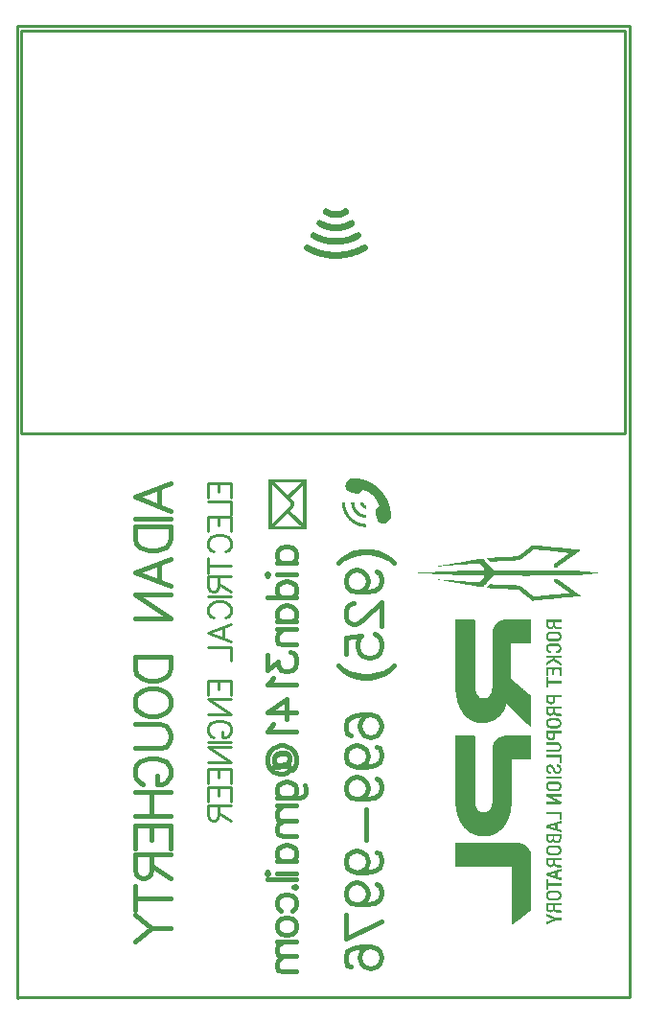
<source format=gbo>
G04*
G04 #@! TF.GenerationSoftware,Altium Limited,Altium Designer,21.7.2 (23)*
G04*
G04 Layer_Color=32896*
%FSLAX25Y25*%
%MOIN*%
G70*
G04*
G04 #@! TF.SameCoordinates,3B60FD94-7D09-417F-B4C1-333D49710502*
G04*
G04*
G04 #@! TF.FilePolarity,Positive*
G04*
G01*
G75*
%ADD11C,0.01000*%
%ADD38C,0.01500*%
G36*
X114612Y274527D02*
X114833D01*
Y274454D01*
X114981D01*
Y274380D01*
X115055D01*
Y274306D01*
X115129D01*
Y274232D01*
X115202D01*
Y274158D01*
X115276D01*
Y274084D01*
X115350D01*
Y273937D01*
X115424D01*
Y273789D01*
X115498D01*
Y273125D01*
X115424D01*
Y272977D01*
X115350D01*
Y272829D01*
X115276D01*
Y272755D01*
X115202D01*
Y272681D01*
X115129D01*
Y272608D01*
X115055D01*
Y272534D01*
X114981D01*
Y272460D01*
X114833D01*
Y272386D01*
X114760D01*
Y272312D01*
X114612D01*
Y272238D01*
X114538D01*
Y272165D01*
X114390D01*
Y272091D01*
X114243D01*
Y272017D01*
X114169D01*
Y271943D01*
X114021D01*
Y271869D01*
X113873D01*
Y271795D01*
X113652D01*
Y271722D01*
X113504D01*
Y271648D01*
X113283D01*
Y271574D01*
X113135D01*
Y271500D01*
X112840D01*
Y271426D01*
X112618D01*
Y271352D01*
X112249D01*
Y271279D01*
X111732D01*
Y271205D01*
X110108D01*
Y271279D01*
X109591D01*
Y271352D01*
X109295D01*
Y271426D01*
X109000D01*
Y271500D01*
X108779D01*
Y271574D01*
X108557D01*
Y271648D01*
X108335D01*
Y271722D01*
X108188D01*
Y271795D01*
X108040D01*
Y271869D01*
X107892D01*
Y271943D01*
X107745D01*
Y272017D01*
X107597D01*
Y272091D01*
X107449D01*
Y272165D01*
X107376D01*
Y272238D01*
X107228D01*
Y272312D01*
X107154D01*
Y272386D01*
X107006D01*
Y272460D01*
X106932D01*
Y272534D01*
X106859D01*
Y272608D01*
X106785D01*
Y272681D01*
X106711D01*
Y272755D01*
X106637D01*
Y272829D01*
X106563D01*
Y272977D01*
X106490D01*
Y273125D01*
X106416D01*
Y273863D01*
X106490D01*
Y274011D01*
X106563D01*
Y274084D01*
X106637D01*
Y274158D01*
X106711D01*
Y274232D01*
X106785D01*
Y274306D01*
X106859D01*
Y274380D01*
X106932D01*
Y274454D01*
X107080D01*
Y274527D01*
X107302D01*
Y274601D01*
X107819D01*
Y274527D01*
X107966D01*
Y274454D01*
X108114D01*
Y274380D01*
X108262D01*
Y274306D01*
X108409D01*
Y274232D01*
X108557D01*
Y274158D01*
X108631D01*
Y274084D01*
X108779D01*
Y274011D01*
X108926D01*
Y273937D01*
X109074D01*
Y273863D01*
X109221D01*
Y273789D01*
X109443D01*
Y273715D01*
X109665D01*
Y273641D01*
X109960D01*
Y273568D01*
X111954D01*
Y273641D01*
X112249D01*
Y273715D01*
X112544D01*
Y273789D01*
X112692D01*
Y273863D01*
X112840D01*
Y273937D01*
X112987D01*
Y274011D01*
X113135D01*
Y274084D01*
X113283D01*
Y274158D01*
X113356D01*
Y274232D01*
X113504D01*
Y274306D01*
X113652D01*
Y274380D01*
X113800D01*
Y274454D01*
X113947D01*
Y274527D01*
X114095D01*
Y274601D01*
X114612D01*
Y274527D01*
D02*
G37*
G36*
X116827Y270466D02*
X116975D01*
Y270392D01*
X117049D01*
Y270319D01*
X117196D01*
Y270245D01*
X117270D01*
Y270171D01*
X117344D01*
Y270023D01*
X117418D01*
Y269949D01*
X117492D01*
Y269802D01*
X117565D01*
Y268989D01*
X117492D01*
Y268842D01*
X117418D01*
Y268768D01*
X117344D01*
Y268620D01*
X117270D01*
Y268546D01*
X117122D01*
Y268473D01*
X117049D01*
Y268399D01*
X116975D01*
Y268325D01*
X116827D01*
Y268251D01*
X116753D01*
Y268177D01*
X116605D01*
Y268103D01*
X116458D01*
Y268029D01*
X116310D01*
Y267956D01*
X116162D01*
Y267882D01*
X116015D01*
Y267808D01*
X115867D01*
Y267734D01*
X115719D01*
Y267660D01*
X115572D01*
Y267586D01*
X115350D01*
Y267513D01*
X115202D01*
Y267439D01*
X114981D01*
Y267365D01*
X114760D01*
Y267291D01*
X114612D01*
Y267217D01*
X114316D01*
Y267144D01*
X114095D01*
Y267070D01*
X113800D01*
Y266996D01*
X113504D01*
Y266922D01*
X113135D01*
Y266848D01*
X112692D01*
Y266774D01*
X111954D01*
Y266700D01*
X109886D01*
Y266774D01*
X109148D01*
Y266848D01*
X108705D01*
Y266922D01*
X108335D01*
Y266996D01*
X108040D01*
Y267070D01*
X107745D01*
Y267144D01*
X107523D01*
Y267217D01*
X107302D01*
Y267291D01*
X107080D01*
Y267365D01*
X106932D01*
Y267439D01*
X106711D01*
Y267513D01*
X106563D01*
Y267586D01*
X106342D01*
Y267660D01*
X106194D01*
Y267734D01*
X106046D01*
Y267808D01*
X105899D01*
Y267882D01*
X105751D01*
Y267956D01*
X105603D01*
Y268029D01*
X105456D01*
Y268103D01*
X105308D01*
Y268177D01*
X105160D01*
Y268251D01*
X105087D01*
Y268325D01*
X104939D01*
Y268399D01*
X104791D01*
Y268473D01*
X104717D01*
Y268546D01*
X104643D01*
Y268620D01*
X104570D01*
Y268694D01*
X104496D01*
Y268768D01*
X104422D01*
Y268916D01*
X104348D01*
Y269137D01*
X104274D01*
Y269580D01*
X104348D01*
Y269876D01*
X104422D01*
Y269949D01*
X104496D01*
Y270023D01*
X104570D01*
Y270171D01*
X104643D01*
Y270245D01*
X104717D01*
Y270319D01*
X104865D01*
Y270392D01*
X105013D01*
Y270466D01*
X105160D01*
Y270540D01*
X105603D01*
Y270466D01*
X105825D01*
Y270392D01*
X105973D01*
Y270319D01*
X106120D01*
Y270245D01*
X106268D01*
Y270171D01*
X106416D01*
Y270097D01*
X106563D01*
Y270023D01*
X106785D01*
Y269949D01*
X106932D01*
Y269876D01*
X107080D01*
Y269802D01*
X107228D01*
Y269728D01*
X107449D01*
Y269654D01*
X107597D01*
Y269580D01*
X107819D01*
Y269506D01*
X108040D01*
Y269432D01*
X108262D01*
Y269359D01*
X108557D01*
Y269285D01*
X108779D01*
Y269211D01*
X109148D01*
Y269137D01*
X109517D01*
Y269063D01*
X110034D01*
Y268989D01*
X111880D01*
Y269063D01*
X112397D01*
Y269137D01*
X112766D01*
Y269211D01*
X113135D01*
Y269285D01*
X113356D01*
Y269359D01*
X113652D01*
Y269432D01*
X113873D01*
Y269506D01*
X114095D01*
Y269580D01*
X114316D01*
Y269654D01*
X114464D01*
Y269728D01*
X114612D01*
Y269802D01*
X114833D01*
Y269876D01*
X114981D01*
Y269949D01*
X115129D01*
Y270023D01*
X115276D01*
Y270097D01*
X115424D01*
Y270171D01*
X115572D01*
Y270245D01*
X115719D01*
Y270319D01*
X115941D01*
Y270392D01*
X116089D01*
Y270466D01*
X116384D01*
Y270540D01*
X116827D01*
Y270466D01*
D02*
G37*
G36*
X119042Y266184D02*
X119190D01*
Y266110D01*
X119338D01*
Y266036D01*
X119411D01*
Y265962D01*
X119485D01*
Y265888D01*
X119559D01*
Y265814D01*
X119633D01*
Y265667D01*
X119707D01*
Y265445D01*
X119781D01*
Y264781D01*
X119707D01*
Y264559D01*
X119633D01*
Y264485D01*
X119559D01*
Y264338D01*
X119485D01*
Y264264D01*
X119338D01*
Y264190D01*
X119264D01*
Y264116D01*
X119116D01*
Y264042D01*
X118968D01*
Y263968D01*
X118895D01*
Y263895D01*
X118747D01*
Y263821D01*
X118599D01*
Y263747D01*
X118451D01*
Y263673D01*
X118304D01*
Y263599D01*
X118156D01*
Y263525D01*
X118008D01*
Y263452D01*
X117787D01*
Y263378D01*
X117639D01*
Y263304D01*
X117492D01*
Y263230D01*
X117344D01*
Y263156D01*
X117122D01*
Y263082D01*
X116975D01*
Y263008D01*
X116827D01*
Y262935D01*
X116605D01*
Y262861D01*
X116458D01*
Y262787D01*
X116236D01*
Y262713D01*
X116015D01*
Y262639D01*
X115793D01*
Y262565D01*
X115498D01*
Y262492D01*
X115276D01*
Y262418D01*
X114981D01*
Y262344D01*
X114686D01*
Y262270D01*
X114316D01*
Y262196D01*
X113947D01*
Y262122D01*
X113578D01*
Y262049D01*
X112987D01*
Y261975D01*
X112323D01*
Y261901D01*
X109591D01*
Y261975D01*
X108926D01*
Y262049D01*
X108335D01*
Y262122D01*
X107966D01*
Y262196D01*
X107597D01*
Y262270D01*
X107228D01*
Y262344D01*
X106932D01*
Y262418D01*
X106637D01*
Y262492D01*
X106416D01*
Y262565D01*
X106120D01*
Y262639D01*
X105899D01*
Y262713D01*
X105677D01*
Y262787D01*
X105456D01*
Y262861D01*
X105234D01*
Y262935D01*
X105087D01*
Y263008D01*
X104865D01*
Y263082D01*
X104717D01*
Y263156D01*
X104496D01*
Y263230D01*
X104348D01*
Y263304D01*
X104127D01*
Y263378D01*
X103979D01*
Y263452D01*
X103831D01*
Y263525D01*
X103683D01*
Y263599D01*
X103536D01*
Y263673D01*
X103388D01*
Y263747D01*
X103241D01*
Y263821D01*
X103093D01*
Y263895D01*
X103019D01*
Y263968D01*
X102871D01*
Y264042D01*
X102797D01*
Y264116D01*
X102650D01*
Y264190D01*
X102576D01*
Y264264D01*
X102502D01*
Y264338D01*
X102428D01*
Y264411D01*
X102354D01*
Y264485D01*
X102281D01*
Y264633D01*
X102207D01*
Y264707D01*
X102133D01*
Y264928D01*
X102059D01*
Y265224D01*
X102133D01*
Y265519D01*
X102207D01*
Y265667D01*
X102281D01*
Y265814D01*
X102354D01*
Y265888D01*
X102428D01*
Y265962D01*
X102502D01*
Y266036D01*
X102650D01*
Y266110D01*
X102724D01*
Y266184D01*
X102945D01*
Y266257D01*
X103462D01*
Y266184D01*
X103683D01*
Y266110D01*
X103831D01*
Y266036D01*
X103979D01*
Y265962D01*
X104127D01*
Y265888D01*
X104274D01*
Y265814D01*
X104496D01*
Y265740D01*
X104643D01*
Y265667D01*
X104791D01*
Y265593D01*
X104939D01*
Y265519D01*
X105087D01*
Y265445D01*
X105234D01*
Y265371D01*
X105456D01*
Y265298D01*
X105603D01*
Y265224D01*
X105751D01*
Y265150D01*
X105973D01*
Y265076D01*
X106194D01*
Y265002D01*
X106342D01*
Y264928D01*
X106563D01*
Y264854D01*
X106785D01*
Y264781D01*
X107080D01*
Y264707D01*
X107302D01*
Y264633D01*
X107597D01*
Y264559D01*
X107892D01*
Y264485D01*
X108262D01*
Y264411D01*
X108705D01*
Y264338D01*
X109148D01*
Y264264D01*
X109812D01*
Y264190D01*
X111954D01*
Y264264D01*
X112692D01*
Y264338D01*
X113209D01*
Y264411D01*
X113652D01*
Y264485D01*
X114021D01*
Y264559D01*
X114316D01*
Y264633D01*
X114612D01*
Y264707D01*
X114907D01*
Y264781D01*
X115129D01*
Y264854D01*
X115350D01*
Y264928D01*
X115572D01*
Y265002D01*
X115793D01*
Y265076D01*
X115941D01*
Y265150D01*
X116162D01*
Y265224D01*
X116310D01*
Y265298D01*
X116532D01*
Y265371D01*
X116679D01*
Y265445D01*
X116827D01*
Y265519D01*
X116975D01*
Y265593D01*
X117122D01*
Y265667D01*
X117270D01*
Y265740D01*
X117492D01*
Y265814D01*
X117639D01*
Y265888D01*
X117787D01*
Y265962D01*
X117935D01*
Y266036D01*
X118082D01*
Y266110D01*
X118304D01*
Y266184D01*
X118525D01*
Y266257D01*
X119042D01*
Y266184D01*
D02*
G37*
G36*
X121110Y261975D02*
X121257D01*
Y261901D01*
X121405D01*
Y261827D01*
X121553D01*
Y261753D01*
X121627D01*
Y261679D01*
X121700D01*
Y261606D01*
X121774D01*
Y261532D01*
X121848D01*
Y261384D01*
X121922D01*
Y261236D01*
X121996D01*
Y260498D01*
X121922D01*
Y260276D01*
X121848D01*
Y260203D01*
X121774D01*
Y260129D01*
X121700D01*
Y260055D01*
X121627D01*
Y259981D01*
X121553D01*
Y259907D01*
X121405D01*
Y259833D01*
X121331D01*
Y259759D01*
X121184D01*
Y259686D01*
X121036D01*
Y259612D01*
X120888D01*
Y259538D01*
X120814D01*
Y259464D01*
X120667D01*
Y259390D01*
X120519D01*
Y259316D01*
X120371D01*
Y259243D01*
X120224D01*
Y259169D01*
X120002D01*
Y259095D01*
X119854D01*
Y259021D01*
X119707D01*
Y258947D01*
X119559D01*
Y258873D01*
X119411D01*
Y258800D01*
X119190D01*
Y258726D01*
X119042D01*
Y258652D01*
X118821D01*
Y258578D01*
X118673D01*
Y258504D01*
X118451D01*
Y258430D01*
X118230D01*
Y258356D01*
X118082D01*
Y258283D01*
X117861D01*
Y258209D01*
X117639D01*
Y258135D01*
X117418D01*
Y258061D01*
X117196D01*
Y257987D01*
X116901D01*
Y257913D01*
X116679D01*
Y257840D01*
X116384D01*
Y257766D01*
X116162D01*
Y257692D01*
X115793D01*
Y257618D01*
X115498D01*
Y257544D01*
X115129D01*
Y257470D01*
X114760D01*
Y257397D01*
X114316D01*
Y257323D01*
X113873D01*
Y257249D01*
X113209D01*
Y257175D01*
X112027D01*
Y257101D01*
X109369D01*
Y257175D01*
X108483D01*
Y257249D01*
X107966D01*
Y257323D01*
X107523D01*
Y257397D01*
X107080D01*
Y257470D01*
X106711D01*
Y257544D01*
X106416D01*
Y257618D01*
X106120D01*
Y257692D01*
X105751D01*
Y257766D01*
X105456D01*
Y257840D01*
X105234D01*
Y257913D01*
X104939D01*
Y257987D01*
X104717D01*
Y258061D01*
X104496D01*
Y258135D01*
X104274D01*
Y258209D01*
X104053D01*
Y258283D01*
X103831D01*
Y258356D01*
X103683D01*
Y258430D01*
X103462D01*
Y258504D01*
X103241D01*
Y258578D01*
X103093D01*
Y258652D01*
X102871D01*
Y258726D01*
X102724D01*
Y258800D01*
X102576D01*
Y258873D01*
X102354D01*
Y258947D01*
X102207D01*
Y259021D01*
X102059D01*
Y259095D01*
X101911D01*
Y259169D01*
X101764D01*
Y259243D01*
X101616D01*
Y259316D01*
X101468D01*
Y259390D01*
X101321D01*
Y259464D01*
X101173D01*
Y259538D01*
X101025D01*
Y259612D01*
X100878D01*
Y259686D01*
X100730D01*
Y259759D01*
X100656D01*
Y259833D01*
X100508D01*
Y259907D01*
X100435D01*
Y259981D01*
X100287D01*
Y260055D01*
X100213D01*
Y260129D01*
X100139D01*
Y260203D01*
X100065D01*
Y260276D01*
X99992D01*
Y260424D01*
X99918D01*
Y260793D01*
X99844D01*
Y261015D01*
X99918D01*
Y261310D01*
X99992D01*
Y261458D01*
X100065D01*
Y261532D01*
X100139D01*
Y261606D01*
X100213D01*
Y261679D01*
X100287D01*
Y261753D01*
X100361D01*
Y261827D01*
X100508D01*
Y261901D01*
X100656D01*
Y261975D01*
X100952D01*
Y262049D01*
X101025D01*
Y261975D01*
X101321D01*
Y261901D01*
X101542D01*
Y261827D01*
X101690D01*
Y261753D01*
X101838D01*
Y261679D01*
X101985D01*
Y261606D01*
X102133D01*
Y261532D01*
X102281D01*
Y261458D01*
X102428D01*
Y261384D01*
X102576D01*
Y261310D01*
X102724D01*
Y261236D01*
X102871D01*
Y261162D01*
X103019D01*
Y261089D01*
X103167D01*
Y261015D01*
X103388D01*
Y260941D01*
X103536D01*
Y260867D01*
X103683D01*
Y260793D01*
X103905D01*
Y260719D01*
X104053D01*
Y260646D01*
X104274D01*
Y260572D01*
X104422D01*
Y260498D01*
X104643D01*
Y260424D01*
X104865D01*
Y260350D01*
X105087D01*
Y260276D01*
X105308D01*
Y260203D01*
X105529D01*
Y260129D01*
X105825D01*
Y260055D01*
X106120D01*
Y259981D01*
X106342D01*
Y259907D01*
X106711D01*
Y259833D01*
X107080D01*
Y259759D01*
X107449D01*
Y259686D01*
X107819D01*
Y259612D01*
X108409D01*
Y259538D01*
X109148D01*
Y259464D01*
X112840D01*
Y259538D01*
X113504D01*
Y259612D01*
X114095D01*
Y259686D01*
X114464D01*
Y259759D01*
X114833D01*
Y259833D01*
X115202D01*
Y259907D01*
X115498D01*
Y259981D01*
X115793D01*
Y260055D01*
X116089D01*
Y260129D01*
X116310D01*
Y260203D01*
X116532D01*
Y260276D01*
X116827D01*
Y260350D01*
X116975D01*
Y260424D01*
X117196D01*
Y260498D01*
X117418D01*
Y260572D01*
X117639D01*
Y260646D01*
X117787D01*
Y260719D01*
X118008D01*
Y260793D01*
X118156D01*
Y260867D01*
X118304D01*
Y260941D01*
X118525D01*
Y261015D01*
X118673D01*
Y261089D01*
X118821D01*
Y261162D01*
X119042D01*
Y261236D01*
X119190D01*
Y261310D01*
X119338D01*
Y261384D01*
X119485D01*
Y261458D01*
X119633D01*
Y261532D01*
X119781D01*
Y261606D01*
X119928D01*
Y261679D01*
X120076D01*
Y261753D01*
X120224D01*
Y261827D01*
X120445D01*
Y261901D01*
X120593D01*
Y261975D01*
X120814D01*
Y262049D01*
X121110D01*
Y261975D01*
D02*
G37*
G36*
X120555Y172129D02*
X120588D01*
Y171963D01*
X120621D01*
Y171863D01*
X120654D01*
Y171797D01*
X120687D01*
Y171730D01*
X120721D01*
Y171664D01*
X120754D01*
Y171631D01*
X120787D01*
Y171598D01*
X120820D01*
Y171564D01*
X120853D01*
Y171531D01*
X120887D01*
Y171498D01*
X120920D01*
Y171465D01*
X120953D01*
Y171432D01*
X120986D01*
Y171398D01*
X121019D01*
Y171365D01*
X121086D01*
Y171332D01*
X121152D01*
Y171299D01*
X121219D01*
Y171266D01*
X121318D01*
Y171232D01*
X121484D01*
Y171199D01*
X121617D01*
Y170137D01*
X121285D01*
Y170170D01*
X121152D01*
Y170203D01*
X121019D01*
Y170236D01*
X120887D01*
Y170270D01*
X120820D01*
Y170303D01*
X120721D01*
Y170336D01*
X120687D01*
Y170369D01*
X120621D01*
Y170402D01*
X120555D01*
Y170436D01*
X120488D01*
Y170469D01*
X120455D01*
Y170502D01*
X120389D01*
Y170535D01*
X120355D01*
Y170568D01*
X120289D01*
Y170602D01*
X120256D01*
Y170635D01*
X120223D01*
Y170668D01*
X120189D01*
Y170701D01*
X120156D01*
Y170734D01*
X120123D01*
Y170768D01*
X120090D01*
Y170801D01*
X120057D01*
Y170834D01*
X120023D01*
Y170867D01*
X119990D01*
Y170900D01*
X119957D01*
Y170934D01*
X119924D01*
Y171000D01*
X119891D01*
Y171033D01*
X119857D01*
Y171100D01*
X119824D01*
Y171133D01*
X119791D01*
Y171199D01*
X119758D01*
Y171266D01*
X119725D01*
Y171332D01*
X119691D01*
Y171365D01*
X119658D01*
Y171465D01*
X119625D01*
Y171531D01*
Y171564D01*
X119592D01*
Y171664D01*
X119559D01*
Y171764D01*
X119525D01*
Y171963D01*
X119492D01*
Y172262D01*
X120555D01*
Y172129D01*
D02*
G37*
G36*
X117367Y171996D02*
X117400D01*
Y171631D01*
X117434D01*
Y171465D01*
X117467D01*
Y171299D01*
X117500D01*
Y171199D01*
X117533D01*
Y171066D01*
X117566D01*
Y170934D01*
X117600D01*
Y170834D01*
X117633D01*
Y170768D01*
X117666D01*
Y170668D01*
X117699D01*
Y170602D01*
X117732D01*
Y170535D01*
X117766D01*
Y170436D01*
X117799D01*
Y170402D01*
X117832D01*
Y170303D01*
X117865D01*
Y170236D01*
X117898D01*
Y170170D01*
X117932D01*
Y170137D01*
X117965D01*
Y170070D01*
X117998D01*
Y170037D01*
X118031D01*
Y169971D01*
X118064D01*
Y169938D01*
X118098D01*
Y169871D01*
X118131D01*
Y169805D01*
X118164D01*
Y169772D01*
X118197D01*
Y169738D01*
X118230D01*
Y169672D01*
X118264D01*
Y169639D01*
X118297D01*
Y169606D01*
X118330D01*
Y169572D01*
X118363D01*
Y169506D01*
X118396D01*
Y169473D01*
X118430D01*
Y169439D01*
X118463D01*
Y169406D01*
X118496D01*
Y169373D01*
X118529D01*
Y169340D01*
X118562D01*
Y169307D01*
X118596D01*
Y169273D01*
X118629D01*
Y169240D01*
X118662D01*
Y169207D01*
X118695D01*
Y169174D01*
X118728D01*
Y169141D01*
X118762D01*
Y169107D01*
X118795D01*
Y169074D01*
X118828D01*
Y169041D01*
X118861D01*
Y169008D01*
X118928D01*
Y168975D01*
X118961D01*
Y168941D01*
X118994D01*
Y168908D01*
X119027D01*
Y168875D01*
X119094D01*
Y168842D01*
X119127D01*
Y168809D01*
X119193D01*
Y168775D01*
X119227D01*
Y168742D01*
X119260D01*
Y168709D01*
X119326D01*
Y168676D01*
X119393D01*
Y168643D01*
X119426D01*
Y168609D01*
X119492D01*
Y168576D01*
X119525D01*
Y168543D01*
X119592D01*
Y168510D01*
X119691D01*
Y168477D01*
X119758D01*
Y168443D01*
X119824D01*
Y168410D01*
X119857D01*
Y168377D01*
X119957D01*
Y168344D01*
X120023D01*
Y168310D01*
X120123D01*
Y168277D01*
X120189D01*
Y168244D01*
X120289D01*
Y168211D01*
X120422D01*
Y168178D01*
X120555D01*
Y168145D01*
X120654D01*
Y168111D01*
X120820D01*
Y168078D01*
X120986D01*
Y168045D01*
X121352D01*
Y168012D01*
X121617D01*
Y166949D01*
X121152D01*
Y166982D01*
X120820D01*
Y167016D01*
X120654D01*
Y167049D01*
X120488D01*
Y167082D01*
X120355D01*
Y167115D01*
X120189D01*
Y167148D01*
X120090D01*
Y167182D01*
X119990D01*
Y167215D01*
X119891D01*
Y167248D01*
X119791D01*
Y167281D01*
X119691D01*
Y167315D01*
X119625D01*
Y167348D01*
X119559D01*
Y167381D01*
X119492D01*
Y167414D01*
X119393D01*
Y167447D01*
X119326D01*
Y167481D01*
X119260D01*
Y167514D01*
X119193D01*
Y167547D01*
X119127D01*
Y167580D01*
X119061D01*
Y167613D01*
X118994D01*
Y167647D01*
X118961D01*
Y167680D01*
X118895D01*
Y167713D01*
X118828D01*
Y167746D01*
X118762D01*
Y167779D01*
X118728D01*
Y167813D01*
X118695D01*
Y167846D01*
X118629D01*
Y167879D01*
X118562D01*
Y167912D01*
X118529D01*
Y167945D01*
X118496D01*
Y167979D01*
X118430D01*
Y168012D01*
X118396D01*
Y168045D01*
X118363D01*
Y168078D01*
X118297D01*
Y168111D01*
X118264D01*
Y168145D01*
X118230D01*
Y168178D01*
X118197D01*
Y168211D01*
X118164D01*
Y168244D01*
X118098D01*
Y168277D01*
X118064D01*
Y168310D01*
X118031D01*
Y168344D01*
X117998D01*
Y168377D01*
X117965D01*
Y168410D01*
X117932D01*
Y168443D01*
X117898D01*
Y168477D01*
X117865D01*
Y168510D01*
X117832D01*
Y168543D01*
X117799D01*
Y168576D01*
X117766D01*
Y168609D01*
X117732D01*
Y168643D01*
X117699D01*
Y168676D01*
X117666D01*
Y168709D01*
X117633D01*
Y168742D01*
X117600D01*
Y168809D01*
X117566D01*
Y168842D01*
X117533D01*
Y168875D01*
X117500D01*
Y168908D01*
X117467D01*
Y168975D01*
X117434D01*
Y169008D01*
X117400D01*
Y169041D01*
X117367D01*
Y169074D01*
X117334D01*
Y169141D01*
X117301D01*
Y169174D01*
X117268D01*
Y169207D01*
X117234D01*
Y169273D01*
X117201D01*
Y169340D01*
X117168D01*
Y169373D01*
X117135D01*
Y169406D01*
X117102D01*
Y169473D01*
X117068D01*
Y169539D01*
X117035D01*
Y169606D01*
X117002D01*
Y169639D01*
X116969D01*
Y169705D01*
X116936D01*
Y169772D01*
X116902D01*
Y169838D01*
X116869D01*
Y169904D01*
X116836D01*
Y169971D01*
X116803D01*
Y170037D01*
X116770D01*
Y170137D01*
X116736D01*
Y170203D01*
X116703D01*
Y170236D01*
X116670D01*
Y170336D01*
X116637D01*
Y170436D01*
X116604D01*
Y170535D01*
X116570D01*
Y170635D01*
X116537D01*
Y170734D01*
X116504D01*
Y170867D01*
X116471D01*
Y171000D01*
X116437D01*
Y171133D01*
X116404D01*
Y171299D01*
X116371D01*
Y171498D01*
X116338D01*
Y171730D01*
X116305D01*
Y172262D01*
X117367D01*
Y171996D01*
D02*
G37*
G36*
X117500Y180728D02*
X118031D01*
Y180695D01*
X118330D01*
Y180662D01*
X118596D01*
Y180629D01*
X118828D01*
Y180596D01*
X119027D01*
Y180562D01*
X119227D01*
Y180529D01*
X119393D01*
Y180496D01*
X119559D01*
Y180463D01*
X119725D01*
Y180430D01*
X119891D01*
Y180396D01*
X120023D01*
Y180363D01*
X120123D01*
Y180330D01*
X120256D01*
Y180297D01*
X120389D01*
Y180264D01*
X120488D01*
Y180230D01*
X120621D01*
Y180197D01*
X120721D01*
Y180164D01*
X120820D01*
Y180131D01*
X120920D01*
Y180098D01*
X121019D01*
Y180064D01*
X121119D01*
Y180031D01*
X121219D01*
Y179998D01*
X121318D01*
Y179965D01*
X121418D01*
Y179932D01*
X121518D01*
Y179898D01*
X121617D01*
Y179865D01*
X121684D01*
Y179832D01*
X121750D01*
Y179799D01*
X121816D01*
Y179766D01*
X121916D01*
Y179732D01*
X121982D01*
Y179699D01*
X122082D01*
Y179666D01*
X122148D01*
Y179633D01*
X122215D01*
Y179600D01*
X122281D01*
Y179566D01*
X122381D01*
Y179533D01*
X122447D01*
Y179500D01*
X122514D01*
Y179467D01*
X122580D01*
Y179434D01*
X122680D01*
Y179400D01*
X122746D01*
Y179367D01*
X122779D01*
Y179334D01*
X122846D01*
Y179301D01*
X122912D01*
Y179268D01*
X122978D01*
Y179234D01*
X123045D01*
Y179201D01*
X123111D01*
Y179168D01*
X123178D01*
Y179135D01*
X123244D01*
Y179102D01*
X123310D01*
Y179068D01*
X123344D01*
Y179035D01*
X123410D01*
Y179002D01*
X123477D01*
Y178969D01*
X123510D01*
Y178936D01*
X123576D01*
Y178902D01*
X123643D01*
Y178869D01*
X123676D01*
Y178836D01*
X123742D01*
Y178803D01*
X123809D01*
Y178770D01*
X123842D01*
Y178736D01*
X123908D01*
Y178703D01*
X123975D01*
Y178670D01*
X124008D01*
Y178637D01*
X124074D01*
Y178603D01*
X124107D01*
Y178570D01*
X124174D01*
Y178537D01*
X124207D01*
Y178504D01*
X124273D01*
Y178471D01*
X124307D01*
Y178437D01*
X124373D01*
Y178404D01*
X124406D01*
Y178371D01*
X124473D01*
Y178338D01*
X124506D01*
Y178305D01*
X124539D01*
Y178271D01*
X124606D01*
Y178238D01*
X124639D01*
Y178205D01*
X124705D01*
Y178172D01*
X124738D01*
Y178139D01*
X124771D01*
Y178105D01*
X124838D01*
Y178072D01*
X124871D01*
Y178039D01*
X124904D01*
Y178006D01*
X124937D01*
Y177973D01*
X125004D01*
Y177939D01*
X125037D01*
Y177906D01*
X125070D01*
Y177873D01*
X125137D01*
Y177840D01*
X125170D01*
Y177807D01*
X125203D01*
Y177773D01*
X125236D01*
Y177740D01*
X125303D01*
Y177707D01*
X125336D01*
Y177674D01*
X125369D01*
Y177641D01*
X125402D01*
Y177607D01*
X125435D01*
Y177574D01*
X125469D01*
Y177541D01*
X125535D01*
Y177508D01*
X125568D01*
Y177475D01*
X125602D01*
Y177441D01*
X125635D01*
Y177408D01*
X125668D01*
Y177375D01*
X125701D01*
Y177342D01*
X125734D01*
Y177309D01*
X125801D01*
Y177275D01*
X125834D01*
Y177242D01*
X125867D01*
Y177209D01*
X125900D01*
Y177176D01*
X125934D01*
Y177143D01*
X125967D01*
Y177109D01*
X126000D01*
Y177076D01*
X126033D01*
Y177043D01*
X126066D01*
Y177010D01*
X126100D01*
Y176977D01*
X126133D01*
Y176943D01*
X126166D01*
Y176910D01*
X126199D01*
Y176877D01*
X126232D01*
Y176844D01*
X126266D01*
Y176811D01*
X126299D01*
Y176777D01*
X126332D01*
Y176744D01*
X126365D01*
Y176711D01*
X126398D01*
Y176678D01*
X126432D01*
Y176645D01*
X126465D01*
Y176611D01*
X126498D01*
Y176578D01*
X126531D01*
Y176545D01*
X126565D01*
Y176512D01*
X126598D01*
Y176479D01*
X126631D01*
Y176445D01*
X126664D01*
Y176379D01*
X126697D01*
Y176346D01*
X126731D01*
Y176312D01*
X126764D01*
Y176279D01*
X126797D01*
Y176246D01*
X126830D01*
Y176213D01*
X126863D01*
Y176180D01*
X126897D01*
Y176113D01*
X126930D01*
Y176080D01*
X126963D01*
Y176047D01*
X126996D01*
Y176014D01*
X127029D01*
Y175980D01*
X127062D01*
Y175914D01*
X127096D01*
Y175881D01*
X127129D01*
Y175848D01*
X127162D01*
Y175814D01*
X127195D01*
Y175748D01*
X127228D01*
Y175715D01*
X127262D01*
Y175682D01*
X127295D01*
Y175648D01*
X127328D01*
Y175615D01*
X127361D01*
Y175549D01*
X127394D01*
Y175516D01*
X127428D01*
Y175482D01*
X127461D01*
Y175416D01*
X127494D01*
Y175383D01*
X127527D01*
Y175350D01*
X127560D01*
Y175283D01*
X127594D01*
Y175250D01*
X127627D01*
Y175184D01*
X127660D01*
Y175150D01*
X127693D01*
Y175117D01*
X127727D01*
Y175051D01*
X127760D01*
Y175018D01*
X127793D01*
Y174951D01*
X127826D01*
Y174918D01*
X127859D01*
Y174852D01*
X127893D01*
Y174818D01*
X127926D01*
Y174752D01*
X127959D01*
Y174719D01*
X127992D01*
Y174652D01*
X128025D01*
Y174586D01*
X128059D01*
Y174553D01*
X128092D01*
Y174486D01*
X128125D01*
Y174453D01*
X128158D01*
Y174387D01*
X128191D01*
Y174354D01*
X128225D01*
Y174287D01*
X128258D01*
Y174221D01*
X128291D01*
Y174154D01*
X128324D01*
Y174121D01*
X128357D01*
Y174055D01*
X128391D01*
Y173988D01*
X128424D01*
Y173955D01*
X128457D01*
Y173889D01*
X128490D01*
Y173822D01*
X128523D01*
Y173756D01*
X128557D01*
Y173689D01*
X128590D01*
Y173623D01*
X128623D01*
Y173557D01*
X128656D01*
Y173490D01*
X128690D01*
Y173424D01*
X128723D01*
Y173391D01*
X128756D01*
Y173324D01*
X128789D01*
Y173225D01*
X128822D01*
Y173158D01*
X128856D01*
Y173092D01*
X128889D01*
Y172992D01*
X128922D01*
Y172959D01*
X128955D01*
Y172859D01*
X128988D01*
Y172793D01*
X129022D01*
Y172727D01*
X129055D01*
Y172660D01*
X129088D01*
Y172561D01*
X129121D01*
Y172461D01*
X129154D01*
Y172395D01*
X129188D01*
Y172328D01*
X129221D01*
Y172229D01*
X129254D01*
Y172162D01*
X129287D01*
Y172063D01*
X129320D01*
Y171963D01*
X129353D01*
Y171863D01*
X129387D01*
Y171764D01*
X129420D01*
Y171664D01*
X129453D01*
Y171564D01*
X129486D01*
Y171465D01*
X129519D01*
Y171365D01*
X129553D01*
Y171266D01*
X129586D01*
Y171133D01*
X129619D01*
Y171000D01*
X129652D01*
Y170934D01*
X129685D01*
Y170768D01*
X129719D01*
Y170668D01*
X129752D01*
Y170502D01*
X129785D01*
Y170369D01*
X129818D01*
Y170203D01*
X129852D01*
Y170037D01*
X129885D01*
Y169871D01*
X129918D01*
Y169705D01*
X129951D01*
Y169473D01*
X129984D01*
Y169240D01*
X130018D01*
Y168975D01*
X130051D01*
Y168676D01*
X130084D01*
Y168145D01*
X130117D01*
Y167215D01*
X130084D01*
Y167115D01*
X130051D01*
Y167016D01*
X130018D01*
Y166916D01*
X129984D01*
Y166850D01*
X129951D01*
Y166750D01*
X129918D01*
Y166684D01*
X129885D01*
Y166617D01*
X129852D01*
Y166584D01*
X129818D01*
Y166551D01*
X129785D01*
Y166518D01*
X129752D01*
Y166484D01*
X129719D01*
Y166451D01*
X129685D01*
Y166418D01*
X129652D01*
Y166385D01*
X129619D01*
Y166352D01*
X129586D01*
Y166318D01*
X129553D01*
Y166285D01*
X129519D01*
Y166252D01*
X129486D01*
Y166219D01*
X129453D01*
Y166185D01*
X129420D01*
Y166152D01*
X129387D01*
Y166119D01*
X129353D01*
Y166086D01*
X129320D01*
Y166053D01*
X129287D01*
Y166019D01*
X129254D01*
Y165986D01*
X129221D01*
Y165953D01*
X129188D01*
Y165920D01*
X129154D01*
Y165887D01*
X129121D01*
Y165854D01*
X129088D01*
Y165820D01*
X129055D01*
Y165787D01*
X129022D01*
Y165754D01*
X128988D01*
Y165721D01*
X128955D01*
Y165688D01*
X128922D01*
Y165654D01*
X128889D01*
Y165621D01*
X128856D01*
Y165588D01*
X128822D01*
Y165555D01*
X128789D01*
Y165522D01*
X128756D01*
Y165488D01*
X128723D01*
Y165455D01*
X128690D01*
Y165422D01*
X128656D01*
Y165389D01*
X128623D01*
Y165356D01*
X128590D01*
Y165322D01*
X128557D01*
Y165289D01*
X128523D01*
Y165256D01*
X128457D01*
Y165223D01*
X128424D01*
Y165190D01*
X128357D01*
Y165156D01*
X128291D01*
Y165123D01*
X128225D01*
Y165090D01*
X128158D01*
Y165057D01*
X128059D01*
Y165023D01*
X127992D01*
Y164990D01*
X127859D01*
Y164957D01*
X127660D01*
Y164924D01*
X127096D01*
Y164957D01*
X126930D01*
Y164990D01*
X126830D01*
Y165023D01*
X126731D01*
Y165057D01*
X126631D01*
Y165090D01*
X126565D01*
Y165123D01*
X126465D01*
Y165156D01*
X126432D01*
Y165190D01*
X126365D01*
Y165223D01*
X126299D01*
Y165256D01*
X126266D01*
Y165289D01*
X126199D01*
Y165322D01*
X126166D01*
Y165356D01*
X126133D01*
Y165389D01*
X126066D01*
Y165422D01*
X126033D01*
Y165455D01*
X126000D01*
Y165488D01*
X125967D01*
Y165522D01*
X125934D01*
Y165555D01*
X125900D01*
Y165588D01*
X125867D01*
Y165621D01*
X125834D01*
Y165654D01*
X125801D01*
Y165688D01*
X125768D01*
Y165721D01*
X125734D01*
Y165787D01*
X125701D01*
Y165820D01*
X125668D01*
Y165854D01*
X125635D01*
Y165920D01*
X125602D01*
Y165953D01*
X125568D01*
Y166019D01*
X125535D01*
Y166086D01*
X125502D01*
Y166152D01*
X125469D01*
Y166219D01*
X125435D01*
Y166285D01*
X125402D01*
Y166352D01*
X125369D01*
Y166484D01*
X125336D01*
Y166617D01*
X125303D01*
Y166750D01*
X125269D01*
Y166850D01*
X125236D01*
Y166949D01*
X125203D01*
Y167115D01*
X125170D01*
Y167215D01*
X125137D01*
Y167348D01*
X125103D01*
Y167481D01*
X125070D01*
Y167580D01*
X125037D01*
Y167713D01*
X125004D01*
Y167846D01*
X124971D01*
Y167945D01*
X124937D01*
Y168078D01*
X124904D01*
Y168211D01*
X124871D01*
Y168310D01*
X124838D01*
Y168443D01*
X124805D01*
Y168543D01*
X124771D01*
Y169340D01*
X124805D01*
Y169473D01*
X124838D01*
Y169606D01*
X124871D01*
Y169672D01*
X124904D01*
Y169772D01*
X124937D01*
Y169838D01*
X124971D01*
Y169904D01*
X125004D01*
Y169971D01*
X125037D01*
Y170004D01*
X125070D01*
Y170070D01*
X125103D01*
Y170137D01*
X125137D01*
Y170170D01*
X125170D01*
Y170203D01*
X125203D01*
Y170236D01*
X125236D01*
Y170270D01*
X125269D01*
Y170303D01*
X125303D01*
Y170336D01*
X125336D01*
Y170369D01*
X125369D01*
Y170402D01*
X125402D01*
Y170436D01*
X125435D01*
Y170469D01*
X125469D01*
Y170502D01*
X125502D01*
Y170535D01*
X125535D01*
Y170568D01*
X125568D01*
Y170602D01*
X125602D01*
Y170635D01*
X125635D01*
Y170668D01*
X125668D01*
Y170701D01*
X125701D01*
Y170734D01*
X125734D01*
Y170768D01*
X125768D01*
Y170801D01*
X125801D01*
Y170834D01*
X125834D01*
Y170867D01*
X125867D01*
Y170900D01*
X125900D01*
Y170934D01*
X125934D01*
Y170967D01*
X125967D01*
Y171000D01*
X126000D01*
Y171199D01*
X125967D01*
Y171299D01*
X125934D01*
Y171398D01*
X125900D01*
Y171498D01*
X125867D01*
Y171598D01*
X125834D01*
Y171697D01*
X125801D01*
Y171797D01*
X125768D01*
Y171863D01*
X125734D01*
Y171963D01*
X125701D01*
Y172029D01*
X125668D01*
Y172096D01*
X125635D01*
Y172195D01*
X125602D01*
Y172262D01*
X125568D01*
Y172328D01*
X125535D01*
Y172395D01*
X125502D01*
Y172461D01*
X125469D01*
Y172527D01*
X125435D01*
Y172594D01*
X125402D01*
Y172660D01*
X125369D01*
Y172727D01*
X125336D01*
Y172793D01*
X125303D01*
Y172859D01*
X125269D01*
Y172926D01*
X125236D01*
Y172959D01*
X125203D01*
Y173025D01*
X125170D01*
Y173092D01*
X125137D01*
Y173125D01*
X125103D01*
Y173191D01*
X125070D01*
Y173225D01*
X125037D01*
Y173291D01*
X125004D01*
Y173324D01*
X124971D01*
Y173391D01*
X124937D01*
Y173457D01*
X124904D01*
Y173490D01*
X124871D01*
Y173523D01*
X124838D01*
Y173590D01*
X124805D01*
Y173623D01*
X124771D01*
Y173689D01*
X124738D01*
Y173723D01*
X124705D01*
Y173756D01*
X124672D01*
Y173822D01*
X124639D01*
Y173855D01*
X124606D01*
Y173889D01*
X124572D01*
Y173922D01*
X124539D01*
Y173988D01*
X124506D01*
Y174021D01*
X124473D01*
Y174055D01*
X124440D01*
Y174088D01*
X124406D01*
Y174154D01*
X124373D01*
Y174188D01*
X124340D01*
Y174221D01*
X124307D01*
Y174254D01*
X124273D01*
Y174287D01*
X124240D01*
Y174320D01*
X124207D01*
Y174354D01*
X124174D01*
Y174387D01*
X124141D01*
Y174453D01*
X124107D01*
Y174486D01*
X124074D01*
Y174520D01*
X124041D01*
Y174553D01*
X124008D01*
Y174586D01*
X123975D01*
Y174619D01*
X123941D01*
Y174652D01*
X123908D01*
Y174686D01*
X123875D01*
Y174719D01*
X123842D01*
Y174752D01*
X123809D01*
Y174785D01*
X123742D01*
Y174818D01*
X123709D01*
Y174852D01*
X123676D01*
Y174885D01*
X123643D01*
Y174918D01*
X123609D01*
Y174951D01*
X123576D01*
Y174984D01*
X123543D01*
Y175018D01*
X123510D01*
Y175051D01*
X123443D01*
Y175084D01*
X123410D01*
Y175117D01*
X123377D01*
Y175150D01*
X123344D01*
Y175184D01*
X123277D01*
Y175217D01*
X123244D01*
Y175250D01*
X123211D01*
Y175283D01*
X123178D01*
Y175316D01*
X123111D01*
Y175350D01*
X123078D01*
Y175383D01*
X123045D01*
Y175416D01*
X122978D01*
Y175449D01*
X122945D01*
Y175482D01*
X122879D01*
Y175516D01*
X122846D01*
Y175549D01*
X122812D01*
Y175582D01*
X122746D01*
Y175615D01*
X122713D01*
Y175648D01*
X122646D01*
Y175682D01*
X122613D01*
Y175715D01*
X122547D01*
Y175748D01*
X122480D01*
Y175781D01*
X122447D01*
Y175814D01*
X122381D01*
Y175848D01*
X122315D01*
Y175881D01*
X122281D01*
Y175914D01*
X122215D01*
Y175947D01*
X122148D01*
Y175980D01*
X122082D01*
Y176014D01*
X122016D01*
Y176047D01*
X121949D01*
Y176080D01*
X121883D01*
Y176113D01*
X121850D01*
Y176146D01*
X121783D01*
Y176180D01*
X121684D01*
Y176213D01*
X121617D01*
Y176246D01*
X121551D01*
Y176279D01*
X121484D01*
Y176312D01*
X121385D01*
Y176346D01*
X121318D01*
Y176379D01*
X121252D01*
Y176412D01*
X121152D01*
Y176445D01*
X121053D01*
Y176479D01*
X120953D01*
Y176512D01*
X120853D01*
Y176545D01*
X120754D01*
Y176578D01*
X120654D01*
Y176611D01*
X120555D01*
Y176645D01*
X120355D01*
Y176611D01*
X120322D01*
Y176578D01*
X120289D01*
Y176545D01*
X120256D01*
Y176512D01*
X120223D01*
Y176479D01*
X120189D01*
Y176445D01*
X120156D01*
Y176412D01*
X120123D01*
Y176346D01*
X120057D01*
Y176312D01*
X120023D01*
Y176246D01*
X119957D01*
Y176213D01*
X119924D01*
Y176180D01*
X119891D01*
Y176146D01*
X119857D01*
Y176113D01*
X119824D01*
Y176080D01*
X119791D01*
Y176047D01*
X119758D01*
Y176014D01*
X119725D01*
Y175980D01*
X119691D01*
Y175947D01*
X119658D01*
Y175914D01*
X119625D01*
Y175881D01*
X119592D01*
Y175848D01*
X119559D01*
Y175814D01*
X119525D01*
Y175781D01*
X119492D01*
Y175748D01*
X119426D01*
Y175715D01*
X119359D01*
Y175682D01*
X119293D01*
Y175648D01*
X119227D01*
Y175615D01*
X119160D01*
Y175582D01*
X119094D01*
Y175549D01*
X119027D01*
Y175516D01*
X118928D01*
Y175482D01*
X118795D01*
Y175449D01*
X118629D01*
Y175416D01*
X117932D01*
Y175449D01*
X117799D01*
Y175482D01*
X117699D01*
Y175516D01*
X117566D01*
Y175549D01*
X117434D01*
Y175582D01*
X117334D01*
Y175615D01*
X117201D01*
Y175648D01*
X117068D01*
Y175682D01*
X116969D01*
Y175715D01*
X116836D01*
Y175748D01*
X116703D01*
Y175781D01*
X116570D01*
Y175814D01*
X116471D01*
Y175848D01*
X116305D01*
Y175881D01*
X116238D01*
Y175914D01*
X116105D01*
Y175947D01*
X115973D01*
Y175980D01*
X115873D01*
Y176014D01*
X115773D01*
Y176047D01*
X115641D01*
Y176080D01*
X115574D01*
Y176113D01*
X115508D01*
Y176146D01*
X115441D01*
Y176180D01*
X115375D01*
Y176213D01*
X115309D01*
Y176246D01*
X115275D01*
Y176279D01*
X115209D01*
Y176312D01*
X115176D01*
Y176346D01*
X115143D01*
Y176379D01*
X115076D01*
Y176412D01*
X115043D01*
Y176445D01*
X115010D01*
Y176479D01*
X114977D01*
Y176512D01*
X114943D01*
Y176545D01*
X114910D01*
Y176578D01*
X114877D01*
Y176611D01*
X114844D01*
Y176645D01*
X114811D01*
Y176678D01*
X114777D01*
Y176711D01*
X114744D01*
Y176777D01*
X114711D01*
Y176811D01*
X114678D01*
Y176844D01*
X114645D01*
Y176910D01*
X114611D01*
Y176943D01*
X114578D01*
Y177010D01*
X114545D01*
Y177043D01*
X114512D01*
Y177109D01*
X114479D01*
Y177176D01*
X114445D01*
Y177275D01*
X114412D01*
Y177375D01*
X114379D01*
Y177475D01*
X114346D01*
Y177574D01*
X114313D01*
Y177607D01*
Y177641D01*
Y177707D01*
X114279D01*
Y178371D01*
X114313D01*
Y178504D01*
X114346D01*
Y178637D01*
X114379D01*
Y178736D01*
X114412D01*
Y178803D01*
X114445D01*
Y178902D01*
X114479D01*
Y178969D01*
X114512D01*
Y179002D01*
X114545D01*
Y179068D01*
X114578D01*
Y179102D01*
X114611D01*
Y179168D01*
X114645D01*
Y179201D01*
X114678D01*
Y179234D01*
X114711D01*
Y179268D01*
X114744D01*
Y179301D01*
X114777D01*
Y179334D01*
X114811D01*
Y179367D01*
X114844D01*
Y179400D01*
X114877D01*
Y179434D01*
X114910D01*
Y179467D01*
X114943D01*
Y179500D01*
X114977D01*
Y179533D01*
X115010D01*
Y179566D01*
X115043D01*
Y179600D01*
X115076D01*
Y179633D01*
X115109D01*
Y179666D01*
X115143D01*
Y179699D01*
X115176D01*
Y179732D01*
X115209D01*
Y179766D01*
X115242D01*
Y179799D01*
X115275D01*
Y179832D01*
X115309D01*
Y179865D01*
X115342D01*
Y179898D01*
X115375D01*
Y179932D01*
X115408D01*
Y179965D01*
X115441D01*
Y179998D01*
X115475D01*
Y180031D01*
X115508D01*
Y180064D01*
X115541D01*
Y180098D01*
X115574D01*
Y180131D01*
X115607D01*
Y180164D01*
X115641D01*
Y180197D01*
X115674D01*
Y180230D01*
X115707D01*
Y180264D01*
X115740D01*
Y180297D01*
X115773D01*
Y180330D01*
X115807D01*
Y180363D01*
X115840D01*
Y180396D01*
X115873D01*
Y180430D01*
X115906D01*
Y180463D01*
X115939D01*
Y180496D01*
X115973D01*
Y180529D01*
X116039D01*
Y180562D01*
X116105D01*
Y180596D01*
X116172D01*
Y180629D01*
X116271D01*
Y180662D01*
X116371D01*
Y180695D01*
X116471D01*
Y180728D01*
X116604D01*
Y180762D01*
X117500D01*
Y180728D01*
D02*
G37*
G36*
X114180Y171897D02*
X114213D01*
Y171465D01*
X114246D01*
Y171199D01*
X114279D01*
Y170967D01*
X114313D01*
Y170801D01*
X114346D01*
Y170668D01*
X114379D01*
Y170502D01*
X114412D01*
Y170369D01*
X114445D01*
Y170236D01*
X114479D01*
Y170137D01*
X114512D01*
Y170037D01*
X114545D01*
Y169938D01*
X114578D01*
Y169805D01*
X114611D01*
Y169738D01*
X114645D01*
Y169639D01*
X114678D01*
Y169572D01*
X114711D01*
Y169473D01*
X114744D01*
Y169406D01*
X114777D01*
Y169340D01*
X114811D01*
Y169240D01*
X114844D01*
Y169174D01*
X114877D01*
Y169074D01*
X114910D01*
Y169041D01*
X114943D01*
Y168975D01*
X114977D01*
Y168875D01*
X115010D01*
Y168842D01*
X115043D01*
Y168775D01*
X115076D01*
Y168709D01*
X115109D01*
Y168643D01*
X115143D01*
Y168576D01*
X115176D01*
Y168543D01*
X115209D01*
Y168477D01*
X115242D01*
Y168410D01*
X115275D01*
Y168377D01*
X115309D01*
Y168310D01*
X115342D01*
Y168277D01*
X115375D01*
Y168211D01*
X115408D01*
Y168145D01*
X115441D01*
Y168111D01*
X115475D01*
Y168078D01*
X115508D01*
Y168012D01*
X115541D01*
Y167979D01*
X115574D01*
Y167912D01*
X115607D01*
Y167879D01*
X115641D01*
Y167813D01*
X115674D01*
Y167779D01*
X115707D01*
Y167746D01*
X115740D01*
Y167713D01*
X115773D01*
Y167647D01*
X115807D01*
Y167613D01*
X115840D01*
Y167580D01*
X115873D01*
Y167547D01*
X115906D01*
Y167481D01*
X115939D01*
Y167447D01*
X115973D01*
Y167414D01*
X116006D01*
Y167381D01*
X116039D01*
Y167348D01*
X116072D01*
Y167315D01*
X116105D01*
Y167248D01*
X116139D01*
Y167215D01*
X116172D01*
Y167182D01*
X116205D01*
Y167148D01*
X116238D01*
Y167115D01*
X116271D01*
Y167082D01*
X116305D01*
Y167049D01*
X116338D01*
Y167016D01*
X116371D01*
Y166982D01*
X116404D01*
Y166949D01*
X116437D01*
Y166916D01*
X116471D01*
Y166883D01*
X116504D01*
Y166850D01*
X116537D01*
Y166816D01*
X116570D01*
Y166783D01*
X116637D01*
Y166750D01*
X116670D01*
Y166717D01*
X116703D01*
Y166684D01*
X116736D01*
Y166650D01*
X116770D01*
Y166617D01*
X116803D01*
Y166584D01*
X116836D01*
Y166551D01*
X116902D01*
Y166518D01*
X116936D01*
Y166484D01*
X116969D01*
Y166451D01*
X117002D01*
Y166418D01*
X117068D01*
Y166385D01*
X117102D01*
Y166352D01*
X117135D01*
Y166318D01*
X117168D01*
Y166285D01*
X117234D01*
Y166252D01*
X117268D01*
Y166219D01*
X117334D01*
Y166185D01*
X117367D01*
Y166152D01*
X117434D01*
Y166119D01*
X117467D01*
Y166086D01*
X117500D01*
Y166053D01*
X117566D01*
Y166019D01*
X117633D01*
Y165986D01*
X117666D01*
Y165953D01*
X117699D01*
Y165920D01*
X117766D01*
Y165887D01*
X117832D01*
Y165854D01*
X117898D01*
Y165820D01*
X117932D01*
Y165787D01*
X117998D01*
Y165754D01*
X118064D01*
Y165721D01*
X118131D01*
Y165688D01*
X118197D01*
Y165654D01*
X118230D01*
Y165621D01*
X118297D01*
Y165588D01*
X118363D01*
Y165555D01*
X118463D01*
Y165522D01*
X118529D01*
Y165488D01*
X118596D01*
Y165455D01*
X118662D01*
Y165422D01*
X118762D01*
Y165389D01*
X118828D01*
Y165356D01*
X118928D01*
Y165322D01*
X118994D01*
Y165289D01*
X119094D01*
Y165256D01*
X119193D01*
Y165223D01*
X119293D01*
Y165190D01*
X119393D01*
Y165156D01*
X119492D01*
Y165123D01*
X119625D01*
Y165090D01*
X119725D01*
Y165057D01*
X119857D01*
Y165023D01*
X120023D01*
Y164990D01*
X120156D01*
Y164957D01*
X120355D01*
Y164924D01*
X120555D01*
Y164891D01*
X120820D01*
Y164857D01*
X121252D01*
Y164824D01*
X121617D01*
Y163762D01*
X121086D01*
Y163795D01*
X120654D01*
Y163828D01*
X120389D01*
Y163861D01*
X120156D01*
Y163894D01*
X120023D01*
Y163928D01*
X119824D01*
Y163961D01*
X119691D01*
Y163994D01*
X119525D01*
Y164027D01*
X119426D01*
Y164060D01*
X119293D01*
Y164094D01*
X119193D01*
Y164127D01*
X119061D01*
Y164160D01*
X118961D01*
Y164193D01*
X118861D01*
Y164227D01*
X118762D01*
Y164260D01*
X118695D01*
Y164293D01*
X118596D01*
Y164326D01*
X118496D01*
Y164359D01*
X118430D01*
Y164393D01*
X118330D01*
Y164426D01*
X118264D01*
Y164459D01*
X118164D01*
Y164492D01*
X118098D01*
Y164525D01*
X118031D01*
Y164559D01*
X117965D01*
Y164592D01*
X117898D01*
Y164625D01*
X117832D01*
Y164658D01*
X117766D01*
Y164691D01*
X117699D01*
Y164725D01*
X117633D01*
Y164758D01*
X117566D01*
Y164791D01*
X117500D01*
Y164824D01*
X117467D01*
Y164857D01*
X117400D01*
Y164891D01*
X117334D01*
Y164924D01*
X117268D01*
Y164957D01*
X117234D01*
Y164990D01*
X117168D01*
Y165023D01*
X117135D01*
Y165057D01*
X117068D01*
Y165090D01*
X117035D01*
Y165123D01*
X116969D01*
Y165156D01*
X116936D01*
Y165190D01*
X116869D01*
Y165223D01*
X116803D01*
Y165256D01*
X116770D01*
Y165289D01*
X116703D01*
Y165322D01*
X116670D01*
Y165356D01*
X116637D01*
Y165389D01*
X116570D01*
Y165422D01*
X116537D01*
Y165455D01*
X116504D01*
Y165488D01*
X116437D01*
Y165522D01*
X116404D01*
Y165555D01*
X116371D01*
Y165588D01*
X116305D01*
Y165621D01*
X116271D01*
Y165654D01*
X116238D01*
Y165688D01*
X116205D01*
Y165721D01*
X116172D01*
Y165754D01*
X116105D01*
Y165787D01*
X116072D01*
Y165820D01*
X116039D01*
Y165854D01*
X116006D01*
Y165887D01*
X115973D01*
Y165920D01*
X115939D01*
Y165953D01*
X115906D01*
Y165986D01*
X115873D01*
Y166019D01*
X115807D01*
Y166053D01*
X115773D01*
Y166119D01*
X115740D01*
Y166152D01*
X115674D01*
Y166185D01*
X115641D01*
Y166219D01*
X115607D01*
Y166252D01*
X115574D01*
Y166285D01*
X115541D01*
Y166318D01*
X115508D01*
Y166385D01*
X115475D01*
Y166418D01*
X115408D01*
Y166451D01*
X115375D01*
Y166518D01*
X115342D01*
Y166551D01*
X115309D01*
Y166584D01*
X115275D01*
Y166617D01*
X115242D01*
Y166650D01*
X115209D01*
Y166684D01*
X115176D01*
Y166717D01*
X115143D01*
Y166750D01*
X115109D01*
Y166816D01*
X115076D01*
Y166850D01*
X115043D01*
Y166883D01*
X115010D01*
Y166916D01*
X114977D01*
Y166982D01*
X114943D01*
Y167016D01*
X114910D01*
Y167049D01*
X114877D01*
Y167082D01*
X114844D01*
Y167148D01*
X114811D01*
Y167182D01*
X114777D01*
Y167215D01*
X114744D01*
Y167281D01*
X114711D01*
Y167315D01*
X114678D01*
Y167381D01*
X114645D01*
Y167414D01*
X114611D01*
Y167447D01*
X114578D01*
Y167514D01*
X114545D01*
Y167547D01*
X114512D01*
Y167613D01*
X114479D01*
Y167647D01*
X114445D01*
Y167713D01*
X114412D01*
Y167746D01*
X114379D01*
Y167813D01*
X114346D01*
Y167879D01*
X114313D01*
Y167945D01*
X114279D01*
Y167979D01*
X114246D01*
Y168045D01*
X114213D01*
Y168111D01*
X114180D01*
Y168178D01*
X114146D01*
Y168244D01*
X114113D01*
Y168277D01*
X114080D01*
Y168344D01*
X114047D01*
Y168410D01*
X114014D01*
Y168477D01*
X113980D01*
Y168543D01*
X113947D01*
Y168609D01*
X113914D01*
Y168676D01*
X113881D01*
Y168775D01*
X113848D01*
Y168809D01*
X113814D01*
Y168908D01*
X113781D01*
Y168975D01*
X113748D01*
Y169074D01*
X113715D01*
Y169141D01*
X113682D01*
Y169240D01*
X113648D01*
Y169340D01*
X113615D01*
Y169406D01*
X113582D01*
Y169539D01*
X113549D01*
Y169606D01*
X113516D01*
Y169705D01*
X113482D01*
Y169805D01*
X113449D01*
Y169938D01*
X113416D01*
Y170070D01*
X113383D01*
Y170203D01*
X113350D01*
Y170336D01*
X113316D01*
Y170502D01*
X113283D01*
Y170668D01*
X113250D01*
Y170801D01*
X113217D01*
Y171033D01*
X113184D01*
Y171299D01*
X113150D01*
Y171730D01*
X113117D01*
Y172262D01*
X114180D01*
Y171897D01*
D02*
G37*
G36*
X100811Y162908D02*
X87603D01*
Y180408D01*
X100811D01*
Y162908D01*
D02*
G37*
G36*
X179935Y157410D02*
X180918D01*
Y157312D01*
X181902D01*
Y157213D01*
X182885D01*
Y157115D01*
X183868D01*
Y157017D01*
X184852D01*
Y156918D01*
X185835D01*
Y156820D01*
X186818D01*
Y156722D01*
X187802D01*
Y156623D01*
X188785D01*
Y156525D01*
X189768D01*
Y156427D01*
X190752D01*
Y156328D01*
X191735D01*
Y156230D01*
X192718D01*
Y156132D01*
X193702D01*
Y156033D01*
X194685D01*
Y155935D01*
X195668D01*
Y155837D01*
X196258D01*
Y155738D01*
X196160D01*
Y155640D01*
X195963D01*
Y155542D01*
X195865D01*
Y155443D01*
X195668D01*
Y155345D01*
X195570D01*
Y155247D01*
X195373D01*
Y155148D01*
X195275D01*
Y155050D01*
X195177D01*
Y154952D01*
X194980D01*
Y154853D01*
X194882D01*
Y154755D01*
X194685D01*
Y154657D01*
X194587D01*
Y154558D01*
X194390D01*
Y154460D01*
X194292D01*
Y154362D01*
X194095D01*
Y154263D01*
X193997D01*
Y154165D01*
X193898D01*
Y154067D01*
X193702D01*
Y153968D01*
X193603D01*
Y153870D01*
X193407D01*
Y153772D01*
X193308D01*
Y153673D01*
X193112D01*
Y153575D01*
X193013D01*
Y153477D01*
X192915D01*
Y153378D01*
X192718D01*
Y153280D01*
X192620D01*
Y153182D01*
X192423D01*
Y153083D01*
X192325D01*
Y152985D01*
X192128D01*
Y152887D01*
X192030D01*
Y152788D01*
X191932D01*
Y152690D01*
X191735D01*
Y152592D01*
X191637D01*
Y152493D01*
X191440D01*
Y152395D01*
X191342D01*
Y152297D01*
X191145D01*
Y152198D01*
X191047D01*
Y152100D01*
X190948D01*
Y152002D01*
X190752D01*
Y151903D01*
X190653D01*
Y151805D01*
X190457D01*
Y151707D01*
X190358D01*
Y151608D01*
X190162D01*
Y151510D01*
X190063D01*
Y151412D01*
X189965D01*
Y151313D01*
X189768D01*
Y151215D01*
X189670D01*
Y151117D01*
X189473D01*
Y151018D01*
X189375D01*
Y150920D01*
X189178D01*
Y150822D01*
X189080D01*
Y150723D01*
X188982D01*
Y150625D01*
X188785D01*
Y150527D01*
X188687D01*
Y150428D01*
X188490D01*
Y150330D01*
X188392D01*
Y150232D01*
X188293D01*
Y149838D01*
X186917D01*
Y151018D01*
X187015D01*
Y151117D01*
X187212D01*
Y151215D01*
X187310D01*
Y151313D01*
X187408D01*
Y151412D01*
X187605D01*
Y151510D01*
X187703D01*
Y151608D01*
X187900D01*
Y151707D01*
X187998D01*
Y151805D01*
X188097D01*
Y151903D01*
X188293D01*
Y152002D01*
X188392D01*
Y152100D01*
X188588D01*
Y152198D01*
X188687D01*
Y152297D01*
X188883D01*
Y152395D01*
X188982D01*
Y152493D01*
X189178D01*
Y152592D01*
X189277D01*
Y152690D01*
X189375D01*
Y152788D01*
X189572D01*
Y152887D01*
X189670D01*
Y152985D01*
X189867D01*
Y153083D01*
X189965D01*
Y153182D01*
X190162D01*
Y153280D01*
X190260D01*
Y153378D01*
X190358D01*
Y153477D01*
X190555D01*
Y153575D01*
X190653D01*
Y153673D01*
X190850D01*
Y153772D01*
X190948D01*
Y153870D01*
X191145D01*
Y153968D01*
X191243D01*
Y154067D01*
X191342D01*
Y154165D01*
X191538D01*
Y154263D01*
X191637D01*
Y154362D01*
X191833D01*
Y154460D01*
X191932D01*
Y154558D01*
X192030D01*
Y154657D01*
X192227D01*
Y154853D01*
X191243D01*
Y154952D01*
X190260D01*
Y155050D01*
X189277D01*
Y155148D01*
X188293D01*
Y155247D01*
X187310D01*
Y155345D01*
X186327D01*
Y155443D01*
X185343D01*
Y155542D01*
X184360D01*
Y155640D01*
X183377D01*
Y155738D01*
X182393D01*
Y155837D01*
X181410D01*
Y155935D01*
X180427D01*
Y156033D01*
X179640D01*
Y155935D01*
X179542D01*
Y155837D01*
X179443D01*
Y155738D01*
X179345D01*
Y155640D01*
X179148D01*
Y155542D01*
X179050D01*
Y155443D01*
X178952D01*
Y155345D01*
X178853D01*
Y155247D01*
X178657D01*
Y155148D01*
X178558D01*
Y155050D01*
X178460D01*
Y154952D01*
X178362D01*
Y154853D01*
X178165D01*
Y154755D01*
X178067D01*
Y154657D01*
X177968D01*
Y154558D01*
X177870D01*
Y154460D01*
X177673D01*
Y154362D01*
X177575D01*
Y154263D01*
X177477D01*
Y154165D01*
X177280D01*
Y154067D01*
X177182D01*
Y153968D01*
X177083D01*
Y153870D01*
X176985D01*
Y153772D01*
X176788D01*
Y153673D01*
X176690D01*
Y153575D01*
X176592D01*
Y153477D01*
X176493D01*
Y153378D01*
X176297D01*
Y153280D01*
X176198D01*
Y153182D01*
X176100D01*
Y153083D01*
X176002D01*
Y152985D01*
X175805D01*
Y152887D01*
X175707D01*
Y152788D01*
X175608D01*
Y152690D01*
X175510D01*
Y152592D01*
X175313D01*
Y152493D01*
X175215D01*
Y152395D01*
X175117D01*
Y152297D01*
X174920D01*
Y152198D01*
X173543D01*
Y152100D01*
X171380D01*
Y152002D01*
X169315D01*
Y151903D01*
X167152D01*
Y151805D01*
X165087D01*
Y151707D01*
X164497D01*
Y151805D01*
X164398D01*
Y151903D01*
X164300D01*
Y152002D01*
X164202D01*
Y152100D01*
X164103D01*
Y152198D01*
X164005D01*
Y152297D01*
X163907D01*
Y152395D01*
X163808D01*
Y152493D01*
X163710D01*
Y152592D01*
X163612D01*
Y152690D01*
X163513D01*
Y152788D01*
X163415D01*
Y152887D01*
X163317D01*
Y152985D01*
X163218D01*
Y153083D01*
X164103D01*
Y153182D01*
X166168D01*
Y153280D01*
X168332D01*
Y153378D01*
X170397D01*
Y153477D01*
X172560D01*
Y153575D01*
X174428D01*
Y153673D01*
X174527D01*
Y153772D01*
X174625D01*
Y153870D01*
X174822D01*
Y153968D01*
X174920D01*
Y154067D01*
X175018D01*
Y154165D01*
X175215D01*
Y154263D01*
X175313D01*
Y154362D01*
X175412D01*
Y154460D01*
X175510D01*
Y154558D01*
X175707D01*
Y154657D01*
X175805D01*
Y154755D01*
X175903D01*
Y154853D01*
X176002D01*
Y154952D01*
X176198D01*
Y155050D01*
X176297D01*
Y155148D01*
X176395D01*
Y155247D01*
X176493D01*
Y155345D01*
X176690D01*
Y155443D01*
X176788D01*
Y155542D01*
X176887D01*
Y155640D01*
X176985D01*
Y155738D01*
X177182D01*
Y155837D01*
X177280D01*
Y155935D01*
X177378D01*
Y156033D01*
X177477D01*
Y156132D01*
X177673D01*
Y156230D01*
X177772D01*
Y156328D01*
X177870D01*
Y156427D01*
X178067D01*
Y156525D01*
X178165D01*
Y156623D01*
X178263D01*
Y156722D01*
X178362D01*
Y156820D01*
X178558D01*
Y156918D01*
X178657D01*
Y157017D01*
X178755D01*
Y157115D01*
X178853D01*
Y157213D01*
X179050D01*
Y157312D01*
X179148D01*
Y157410D01*
X179247D01*
Y157508D01*
X179935D01*
Y157410D01*
D02*
G37*
G36*
X162038Y152690D02*
X162137D01*
Y152592D01*
X162333D01*
Y152493D01*
X162432D01*
Y152395D01*
X162530D01*
Y152297D01*
X162628D01*
Y152198D01*
X162727D01*
Y152002D01*
X162825D01*
Y151903D01*
X162923D01*
Y151805D01*
X163022D01*
Y151707D01*
X163120D01*
Y151608D01*
X163218D01*
Y151510D01*
X163317D01*
Y151412D01*
X163415D01*
Y151313D01*
X163513D01*
Y151215D01*
X163612D01*
Y151117D01*
X163710D01*
Y151018D01*
X163808D01*
Y150920D01*
X163907D01*
Y150822D01*
X164005D01*
Y150723D01*
X164103D01*
Y150527D01*
X164202D01*
Y150428D01*
X164300D01*
Y150330D01*
X164398D01*
Y150232D01*
X164497D01*
Y150133D01*
X164595D01*
Y150035D01*
X164693D01*
Y149937D01*
X164792D01*
Y149838D01*
X164890D01*
Y149740D01*
X164988D01*
Y149642D01*
X165087D01*
Y149543D01*
X165185D01*
Y149445D01*
X165283D01*
Y149347D01*
X165382D01*
Y149248D01*
X165480D01*
Y149150D01*
X165578D01*
Y149052D01*
X165677D01*
Y148953D01*
X165873D01*
Y148855D01*
X166168D01*
Y148757D01*
X167742D01*
Y148855D01*
X185442D01*
Y148757D01*
X190948D01*
Y148658D01*
X193898D01*
Y148560D01*
X195865D01*
Y148462D01*
X197340D01*
Y148363D01*
X198618D01*
Y148265D01*
X199602D01*
Y148167D01*
X200487D01*
Y148068D01*
X201372D01*
Y147970D01*
X202158D01*
Y147872D01*
X202257D01*
Y147773D01*
X201765D01*
Y147675D01*
X200978D01*
Y147577D01*
X200192D01*
Y147478D01*
X199208D01*
Y147380D01*
X198127D01*
Y147282D01*
X196750D01*
Y147183D01*
X195078D01*
Y147085D01*
X192718D01*
Y146987D01*
X189080D01*
Y146888D01*
X178460D01*
Y146790D01*
X175707D01*
Y146888D01*
X165972D01*
Y146790D01*
X165775D01*
Y146692D01*
X165578D01*
Y146593D01*
X165480D01*
Y146495D01*
X165382D01*
Y146397D01*
X165283D01*
Y146298D01*
X165185D01*
Y146200D01*
X165087D01*
Y146102D01*
X164988D01*
Y146003D01*
X164890D01*
Y145807D01*
X164792D01*
Y145708D01*
X164693D01*
Y145610D01*
X164595D01*
Y145512D01*
X164497D01*
Y145413D01*
X164398D01*
Y145315D01*
X164300D01*
Y145217D01*
X164202D01*
Y145118D01*
X164103D01*
Y145020D01*
X164005D01*
Y144922D01*
X163907D01*
Y144823D01*
X163808D01*
Y144725D01*
X163710D01*
Y144627D01*
X163612D01*
Y144528D01*
X163513D01*
Y144332D01*
X163415D01*
Y144233D01*
X163317D01*
Y144135D01*
X163218D01*
Y144037D01*
X163120D01*
Y143938D01*
X163022D01*
Y143840D01*
X162923D01*
Y143742D01*
X162825D01*
Y143643D01*
X162727D01*
Y143545D01*
X162628D01*
Y143447D01*
X162530D01*
Y143348D01*
X162432D01*
Y143250D01*
X162333D01*
Y143152D01*
X162235D01*
Y143053D01*
X162137D01*
Y142955D01*
X161842D01*
Y142857D01*
X161350D01*
Y142955D01*
X160760D01*
Y143053D01*
X160170D01*
Y143152D01*
X159678D01*
Y143250D01*
X159088D01*
Y143348D01*
X158498D01*
Y143447D01*
X158007D01*
Y143545D01*
X157417D01*
Y143643D01*
X156827D01*
Y143742D01*
X156237D01*
Y143840D01*
X155745D01*
Y143938D01*
X155155D01*
Y144037D01*
X154565D01*
Y144135D01*
X154073D01*
Y144233D01*
X153483D01*
Y144332D01*
X152893D01*
Y144430D01*
X152303D01*
Y144528D01*
X151812D01*
Y144627D01*
X151222D01*
Y144725D01*
X150632D01*
Y144823D01*
X150042D01*
Y144922D01*
X149550D01*
Y145020D01*
X148960D01*
Y145118D01*
X148370D01*
Y145217D01*
X147878D01*
Y145315D01*
X147288D01*
Y145413D01*
X146698D01*
Y145512D01*
X146600D01*
Y145610D01*
X147190D01*
Y145512D01*
X148468D01*
Y145413D01*
X149747D01*
Y145315D01*
X151025D01*
Y145217D01*
X152303D01*
Y145118D01*
X153582D01*
Y145020D01*
X154860D01*
Y144922D01*
X156138D01*
Y144823D01*
X157318D01*
Y144725D01*
X158597D01*
Y144627D01*
X159875D01*
Y144528D01*
X160760D01*
Y144627D01*
X161055D01*
Y144725D01*
X161153D01*
Y144823D01*
X161252D01*
Y144922D01*
X161350D01*
Y145020D01*
X161448D01*
Y145118D01*
X161547D01*
Y145217D01*
X161645D01*
Y145315D01*
X161743D01*
Y145512D01*
X161842D01*
Y145610D01*
X161940D01*
Y145708D01*
X162038D01*
Y145807D01*
X162137D01*
Y145905D01*
X162235D01*
Y146003D01*
X162333D01*
Y146102D01*
X162432D01*
Y146200D01*
X162530D01*
Y146593D01*
X162432D01*
Y146790D01*
X162333D01*
Y146888D01*
X162137D01*
Y146987D01*
X157908D01*
Y147085D01*
X154270D01*
Y147183D01*
X151320D01*
Y147282D01*
X148763D01*
Y147380D01*
X146502D01*
Y147478D01*
X144535D01*
Y147577D01*
X142568D01*
Y147675D01*
X140700D01*
Y147773D01*
X139520D01*
Y147872D01*
X139815D01*
Y147970D01*
X141683D01*
Y148068D01*
X143650D01*
Y148167D01*
X145617D01*
Y148265D01*
X147780D01*
Y148363D01*
X150238D01*
Y148462D01*
X152992D01*
Y148560D01*
X156237D01*
Y148658D01*
X160662D01*
Y148757D01*
X162235D01*
Y148855D01*
X162432D01*
Y149052D01*
X162530D01*
Y149445D01*
X162432D01*
Y149543D01*
X162333D01*
Y149740D01*
X162235D01*
Y149838D01*
X162137D01*
Y149937D01*
X162038D01*
Y150035D01*
X161940D01*
Y150133D01*
X161842D01*
Y150232D01*
X161743D01*
Y150330D01*
X161645D01*
Y150428D01*
X161547D01*
Y150527D01*
X161448D01*
Y150625D01*
X161350D01*
Y150723D01*
X161252D01*
Y150822D01*
X161153D01*
Y150920D01*
X161055D01*
Y151018D01*
X160858D01*
Y151117D01*
X159383D01*
Y151018D01*
X158105D01*
Y150920D01*
X156827D01*
Y150822D01*
X155548D01*
Y150723D01*
X154270D01*
Y150625D01*
X152992D01*
Y150527D01*
X151713D01*
Y150428D01*
X150435D01*
Y150330D01*
X149157D01*
Y150232D01*
X147977D01*
Y150133D01*
X146698D01*
Y150035D01*
X146600D01*
Y150232D01*
X146993D01*
Y150330D01*
X147583D01*
Y150428D01*
X148173D01*
Y150527D01*
X148665D01*
Y150625D01*
X149255D01*
Y150723D01*
X149845D01*
Y150822D01*
X150435D01*
Y150920D01*
X150927D01*
Y151018D01*
X151517D01*
Y151117D01*
X152107D01*
Y151215D01*
X152697D01*
Y151313D01*
X153188D01*
Y151412D01*
X153778D01*
Y151510D01*
X154368D01*
Y151608D01*
X154958D01*
Y151707D01*
X155450D01*
Y151805D01*
X156040D01*
Y151903D01*
X156630D01*
Y152002D01*
X157122D01*
Y152100D01*
X157712D01*
Y152198D01*
X158302D01*
Y152297D01*
X158892D01*
Y152395D01*
X159383D01*
Y152493D01*
X159973D01*
Y152592D01*
X160563D01*
Y152690D01*
X161055D01*
Y152788D01*
X162038D01*
Y152690D01*
D02*
G37*
G36*
X188293Y145413D02*
X188392D01*
Y145315D01*
X188588D01*
Y145217D01*
X188687D01*
Y145118D01*
X188785D01*
Y145020D01*
X188982D01*
Y144922D01*
X189080D01*
Y144823D01*
X189277D01*
Y144725D01*
X189375D01*
Y144627D01*
X189572D01*
Y144528D01*
X189670D01*
Y144430D01*
X189768D01*
Y144332D01*
X189965D01*
Y144233D01*
X190063D01*
Y144135D01*
X190260D01*
Y144037D01*
X190358D01*
Y143938D01*
X190555D01*
Y143840D01*
X190653D01*
Y143742D01*
X190752D01*
Y143643D01*
X190948D01*
Y143545D01*
X191047D01*
Y143447D01*
X191243D01*
Y143348D01*
X191342D01*
Y143250D01*
X191538D01*
Y143152D01*
X191637D01*
Y143053D01*
X191735D01*
Y142955D01*
X191932D01*
Y142857D01*
X192030D01*
Y142758D01*
X192227D01*
Y142660D01*
X192325D01*
Y142562D01*
X192522D01*
Y142463D01*
X192620D01*
Y142365D01*
X192718D01*
Y142267D01*
X192915D01*
Y142168D01*
X193013D01*
Y142070D01*
X193210D01*
Y141972D01*
X193308D01*
Y141873D01*
X193505D01*
Y141775D01*
X193603D01*
Y141677D01*
X193702D01*
Y141578D01*
X193898D01*
Y141480D01*
X193997D01*
Y141382D01*
X194193D01*
Y141283D01*
X194292D01*
Y141185D01*
X194488D01*
Y141087D01*
X194587D01*
Y140988D01*
X194783D01*
Y140890D01*
X194882D01*
Y140792D01*
X194980D01*
Y140693D01*
X195177D01*
Y140595D01*
X195275D01*
Y140497D01*
X195472D01*
Y140398D01*
X195570D01*
Y140300D01*
X195767D01*
Y140202D01*
X195865D01*
Y140103D01*
X195963D01*
Y140005D01*
X196160D01*
Y139907D01*
X196258D01*
Y139808D01*
X195570D01*
Y139710D01*
X194488D01*
Y139612D01*
X193603D01*
Y139513D01*
X192620D01*
Y139415D01*
X191637D01*
Y139317D01*
X190555D01*
Y139218D01*
X189572D01*
Y139120D01*
X188588D01*
Y139022D01*
X187703D01*
Y138923D01*
X186720D01*
Y138825D01*
X185638D01*
Y138727D01*
X184655D01*
Y138628D01*
X183770D01*
Y138530D01*
X182787D01*
Y138432D01*
X181705D01*
Y138333D01*
X180722D01*
Y138235D01*
X179738D01*
Y138137D01*
X179247D01*
Y138235D01*
X179148D01*
Y138333D01*
X179050D01*
Y138432D01*
X178952D01*
Y138530D01*
X178755D01*
Y138628D01*
X178657D01*
Y138727D01*
X178558D01*
Y138825D01*
X178460D01*
Y138923D01*
X178263D01*
Y139022D01*
X178165D01*
Y139120D01*
X178067D01*
Y139218D01*
X177870D01*
Y139317D01*
X177772D01*
Y139415D01*
X177673D01*
Y139513D01*
X177575D01*
Y139612D01*
X177378D01*
Y139710D01*
X177280D01*
Y139808D01*
X177182D01*
Y139907D01*
X177083D01*
Y140005D01*
X176887D01*
Y140103D01*
X176788D01*
Y140202D01*
X176690D01*
Y140300D01*
X176592D01*
Y140398D01*
X176395D01*
Y140497D01*
X176297D01*
Y140595D01*
X176198D01*
Y140693D01*
X176100D01*
Y140792D01*
X175903D01*
Y140890D01*
X175805D01*
Y140988D01*
X175707D01*
Y141087D01*
X175608D01*
Y141185D01*
X175412D01*
Y141283D01*
X175313D01*
Y141382D01*
X175215D01*
Y141480D01*
X175018D01*
Y141578D01*
X174920D01*
Y141677D01*
X174822D01*
Y141775D01*
X174723D01*
Y141873D01*
X174527D01*
Y141972D01*
X174428D01*
Y142070D01*
X172855D01*
Y142168D01*
X170790D01*
Y142267D01*
X168627D01*
Y142365D01*
X166562D01*
Y142463D01*
X164398D01*
Y142562D01*
X163218D01*
Y142660D01*
X163317D01*
Y142758D01*
X163415D01*
Y142857D01*
X163513D01*
Y142955D01*
X163612D01*
Y143053D01*
X163710D01*
Y143152D01*
X163808D01*
Y143250D01*
X163907D01*
Y143348D01*
X164005D01*
Y143447D01*
X164103D01*
Y143545D01*
X164202D01*
Y143643D01*
X164300D01*
Y143742D01*
X164398D01*
Y143840D01*
X164497D01*
Y143938D01*
X165382D01*
Y143840D01*
X167545D01*
Y143742D01*
X169610D01*
Y143643D01*
X171773D01*
Y143545D01*
X173838D01*
Y143447D01*
X175018D01*
Y143348D01*
X175117D01*
Y143250D01*
X175215D01*
Y143152D01*
X175412D01*
Y143053D01*
X175510D01*
Y142955D01*
X175608D01*
Y142857D01*
X175707D01*
Y142758D01*
X175903D01*
Y142660D01*
X176002D01*
Y142562D01*
X176100D01*
Y142463D01*
X176198D01*
Y142365D01*
X176395D01*
Y142267D01*
X176493D01*
Y142168D01*
X176592D01*
Y142070D01*
X176690D01*
Y141972D01*
X176887D01*
Y141873D01*
X176985D01*
Y141775D01*
X177083D01*
Y141677D01*
X177182D01*
Y141578D01*
X177378D01*
Y141480D01*
X177477D01*
Y141382D01*
X177575D01*
Y141283D01*
X177673D01*
Y141185D01*
X177870D01*
Y141087D01*
X177968D01*
Y140988D01*
X178067D01*
Y140890D01*
X178263D01*
Y140792D01*
X178362D01*
Y140693D01*
X178460D01*
Y140595D01*
X178558D01*
Y140497D01*
X178755D01*
Y140398D01*
X178853D01*
Y140300D01*
X178952D01*
Y140202D01*
X179050D01*
Y140103D01*
X179247D01*
Y140005D01*
X179345D01*
Y139907D01*
X179443D01*
Y139808D01*
X179542D01*
Y139710D01*
X179738D01*
Y139612D01*
X180230D01*
Y139710D01*
X181213D01*
Y139808D01*
X182197D01*
Y139907D01*
X183180D01*
Y140005D01*
X184163D01*
Y140103D01*
X185147D01*
Y140202D01*
X186130D01*
Y140300D01*
X187113D01*
Y140398D01*
X188097D01*
Y140497D01*
X189080D01*
Y140595D01*
X190063D01*
Y140693D01*
X191047D01*
Y140792D01*
X192030D01*
Y140890D01*
X192227D01*
Y140988D01*
X192128D01*
Y141087D01*
X191932D01*
Y141185D01*
X191833D01*
Y141283D01*
X191735D01*
Y141382D01*
X191538D01*
Y141480D01*
X191440D01*
Y141578D01*
X191243D01*
Y141677D01*
X191145D01*
Y141775D01*
X190948D01*
Y141873D01*
X190850D01*
Y141972D01*
X190653D01*
Y142070D01*
X190555D01*
Y142168D01*
X190457D01*
Y142267D01*
X190260D01*
Y142365D01*
X190162D01*
Y142463D01*
X189965D01*
Y142562D01*
X189867D01*
Y142660D01*
X189670D01*
Y142758D01*
X189572D01*
Y142857D01*
X189473D01*
Y142955D01*
X189277D01*
Y143053D01*
X189178D01*
Y143152D01*
X188982D01*
Y143250D01*
X188883D01*
Y143348D01*
X188785D01*
Y143447D01*
X188588D01*
Y143545D01*
X188490D01*
Y143643D01*
X188293D01*
Y143742D01*
X188195D01*
Y143840D01*
X187998D01*
Y143938D01*
X187900D01*
Y144037D01*
X187703D01*
Y144135D01*
X187605D01*
Y144233D01*
X187507D01*
Y144332D01*
X187310D01*
Y144430D01*
X187212D01*
Y144528D01*
X187015D01*
Y144627D01*
X186917D01*
Y145807D01*
X188293D01*
Y145413D01*
D02*
G37*
G36*
X189375Y130762D02*
X187212D01*
Y130663D01*
X187113D01*
Y129680D01*
X187212D01*
Y129483D01*
X187310D01*
Y129385D01*
X187408D01*
Y129287D01*
X187605D01*
Y129188D01*
X188883D01*
Y129090D01*
X189178D01*
Y128992D01*
X189277D01*
Y128893D01*
X189375D01*
Y128205D01*
X189277D01*
Y128107D01*
X189080D01*
Y128205D01*
X188883D01*
Y128303D01*
X187605D01*
Y128402D01*
X187310D01*
Y128500D01*
X187113D01*
Y128598D01*
X187015D01*
Y128697D01*
X186917D01*
Y128795D01*
X186818D01*
Y128992D01*
X186720D01*
Y128893D01*
X186622D01*
Y128697D01*
X186523D01*
Y128598D01*
X186327D01*
Y128500D01*
X186228D01*
Y128402D01*
X185835D01*
Y128303D01*
X185343D01*
Y128402D01*
X184950D01*
Y128500D01*
X184753D01*
Y128598D01*
X184557D01*
Y128697D01*
X184458D01*
Y128795D01*
X184360D01*
Y128992D01*
X184262D01*
Y129188D01*
X184163D01*
Y129582D01*
X184065D01*
Y131548D01*
X189375D01*
Y130762D01*
D02*
G37*
G36*
X188097Y127418D02*
X188392D01*
Y127320D01*
X188588D01*
Y127222D01*
X188687D01*
Y127123D01*
X188883D01*
Y127025D01*
X188982D01*
Y126927D01*
X189080D01*
Y126730D01*
X189178D01*
Y126632D01*
X189277D01*
Y126337D01*
X189375D01*
Y125157D01*
X189277D01*
Y124960D01*
X189178D01*
Y124763D01*
X189080D01*
Y124665D01*
X188982D01*
Y124468D01*
X188883D01*
Y124370D01*
X188687D01*
Y124272D01*
X188588D01*
Y124173D01*
X188392D01*
Y124075D01*
X187998D01*
Y123977D01*
X185343D01*
Y124075D01*
X185048D01*
Y124173D01*
X184852D01*
Y124272D01*
X184753D01*
Y124370D01*
X184557D01*
Y124468D01*
X184458D01*
Y124567D01*
X184360D01*
Y124763D01*
X184262D01*
Y124862D01*
X184163D01*
Y125157D01*
X184065D01*
Y126435D01*
X184163D01*
Y126632D01*
X184262D01*
Y126828D01*
X184360D01*
Y126927D01*
X184458D01*
Y127025D01*
X184557D01*
Y127123D01*
X184655D01*
Y127222D01*
X184852D01*
Y127320D01*
X185048D01*
Y127418D01*
X185343D01*
Y127517D01*
X188097D01*
Y127418D01*
D02*
G37*
G36*
Y123190D02*
X188392D01*
Y123092D01*
X188588D01*
Y122993D01*
X188785D01*
Y122895D01*
X188883D01*
Y122797D01*
X188982D01*
Y122698D01*
X189080D01*
Y122600D01*
X189178D01*
Y122403D01*
X189277D01*
Y122108D01*
X189375D01*
Y121027D01*
X189277D01*
Y120732D01*
X189178D01*
Y120633D01*
X189080D01*
Y120437D01*
X188982D01*
Y120338D01*
X188883D01*
Y120240D01*
X188687D01*
Y120142D01*
X188490D01*
Y120043D01*
X188097D01*
Y119945D01*
X187703D01*
Y120043D01*
X187605D01*
Y120732D01*
X187703D01*
Y120830D01*
X188293D01*
Y120928D01*
X188490D01*
Y121027D01*
X188588D01*
Y121223D01*
X188687D01*
Y122010D01*
X188588D01*
Y122108D01*
X188490D01*
Y122207D01*
X188392D01*
Y122305D01*
X188097D01*
Y122403D01*
X187605D01*
Y122502D01*
X185835D01*
Y122403D01*
X185245D01*
Y122305D01*
X185048D01*
Y122207D01*
X184950D01*
Y122108D01*
X184852D01*
Y122010D01*
X184753D01*
Y121715D01*
X184655D01*
Y121420D01*
X184753D01*
Y121125D01*
X184852D01*
Y121027D01*
X184950D01*
Y120928D01*
X185147D01*
Y120830D01*
X185737D01*
Y120732D01*
X185835D01*
Y120043D01*
X185737D01*
Y119945D01*
X185343D01*
Y120043D01*
X184950D01*
Y120142D01*
X184753D01*
Y120240D01*
X184557D01*
Y120338D01*
X184458D01*
Y120437D01*
X184360D01*
Y120535D01*
X184262D01*
Y120732D01*
X184163D01*
Y120928D01*
X184065D01*
Y122207D01*
X184163D01*
Y122403D01*
X184262D01*
Y122600D01*
X184360D01*
Y122698D01*
X184458D01*
Y122797D01*
X184557D01*
Y122895D01*
X184655D01*
Y122993D01*
X184852D01*
Y123092D01*
X185048D01*
Y123190D01*
X185343D01*
Y123288D01*
X188097D01*
Y123190D01*
D02*
G37*
G36*
X189375Y118372D02*
X187113D01*
Y118273D01*
X187015D01*
Y117978D01*
X187113D01*
Y117880D01*
X187212D01*
Y117782D01*
X187408D01*
Y117683D01*
X187605D01*
Y117585D01*
X187703D01*
Y117487D01*
X187900D01*
Y117388D01*
X188097D01*
Y117290D01*
X188195D01*
Y117192D01*
X188392D01*
Y117093D01*
X188588D01*
Y116995D01*
X188687D01*
Y116897D01*
X188883D01*
Y116798D01*
X189080D01*
Y116700D01*
X189178D01*
Y116602D01*
X189277D01*
Y116503D01*
X189375D01*
Y115618D01*
X189178D01*
Y115717D01*
X189080D01*
Y115815D01*
X188883D01*
Y115913D01*
X188687D01*
Y116012D01*
X188588D01*
Y116110D01*
X188392D01*
Y116208D01*
X188293D01*
Y116307D01*
X188097D01*
Y116405D01*
X187900D01*
Y116503D01*
X187802D01*
Y116602D01*
X187605D01*
Y116700D01*
X187507D01*
Y116798D01*
X187310D01*
Y116897D01*
X187212D01*
Y116995D01*
X187015D01*
Y117093D01*
X186818D01*
Y117192D01*
X186720D01*
Y117290D01*
X186425D01*
Y117192D01*
X186327D01*
Y117093D01*
X186130D01*
Y116995D01*
X186032D01*
Y116897D01*
X185835D01*
Y116798D01*
X185737D01*
Y116700D01*
X185540D01*
Y116602D01*
X185442D01*
Y116503D01*
X185245D01*
Y116405D01*
X185048D01*
Y116307D01*
X184950D01*
Y116208D01*
X184753D01*
Y116110D01*
X184655D01*
Y116012D01*
X184458D01*
Y115913D01*
X184360D01*
Y115815D01*
X184163D01*
Y115717D01*
X184065D01*
Y116700D01*
X184262D01*
Y116798D01*
X184360D01*
Y116897D01*
X184557D01*
Y116995D01*
X184753D01*
Y117093D01*
X184852D01*
Y117192D01*
X185048D01*
Y117290D01*
X185245D01*
Y117388D01*
X185343D01*
Y117487D01*
X185540D01*
Y117585D01*
X185638D01*
Y117683D01*
X185835D01*
Y117782D01*
X186032D01*
Y117880D01*
X186130D01*
Y117978D01*
X186327D01*
Y118372D01*
X184065D01*
Y119158D01*
X189375D01*
Y118372D01*
D02*
G37*
G36*
X189277Y115028D02*
X189375D01*
Y112078D01*
X189277D01*
Y111980D01*
X188687D01*
Y114143D01*
X188588D01*
Y114242D01*
X187015D01*
Y114143D01*
X186917D01*
Y112275D01*
X186327D01*
Y112373D01*
X186228D01*
Y114242D01*
X184753D01*
Y112078D01*
X184065D01*
Y115028D01*
X184163D01*
Y115127D01*
X184262D01*
Y115028D01*
X189178D01*
Y115127D01*
X189277D01*
Y115028D01*
D02*
G37*
G36*
X184753Y111292D02*
Y111193D01*
Y110407D01*
X184852D01*
Y110308D01*
X189375D01*
Y109522D01*
X184753D01*
Y108145D01*
X184163D01*
Y108243D01*
X184065D01*
Y111685D01*
X184753D01*
Y111292D01*
D02*
G37*
G36*
X189375Y104703D02*
X189277D01*
Y104605D01*
X189178D01*
Y104703D01*
X187408D01*
Y104605D01*
X187310D01*
Y103327D01*
X187212D01*
Y103032D01*
X187113D01*
Y102835D01*
X187015D01*
Y102737D01*
X186917D01*
Y102638D01*
X186818D01*
Y102540D01*
X186720D01*
Y102442D01*
X186622D01*
Y102343D01*
X186425D01*
Y102245D01*
X186130D01*
Y102147D01*
X185343D01*
Y102245D01*
X184950D01*
Y102343D01*
X184753D01*
Y102442D01*
X184655D01*
Y102540D01*
X184557D01*
Y102638D01*
X184458D01*
Y102737D01*
X184360D01*
Y102835D01*
X184262D01*
Y103032D01*
X184163D01*
Y103425D01*
X184065D01*
Y105490D01*
X189375D01*
Y104703D01*
D02*
G37*
G36*
X178558Y131548D02*
X178755D01*
Y131450D01*
X178853D01*
Y131253D01*
X178952D01*
Y123682D01*
X178853D01*
Y123485D01*
X178755D01*
Y123387D01*
X172167D01*
Y123288D01*
X172068D01*
Y123190D01*
X171970D01*
Y110898D01*
X172068D01*
Y110800D01*
X172167D01*
Y110702D01*
X172265D01*
Y110603D01*
X172363D01*
Y110505D01*
X172462D01*
Y110407D01*
X172560D01*
Y110308D01*
X172757D01*
Y110210D01*
X172855D01*
Y110112D01*
X172953D01*
Y110013D01*
X173052D01*
Y109915D01*
X173150D01*
Y109817D01*
X173347D01*
Y109718D01*
X173445D01*
Y109620D01*
X173543D01*
Y109522D01*
X173642D01*
Y109423D01*
X173740D01*
Y109325D01*
X173937D01*
Y109227D01*
X174035D01*
Y109128D01*
X174133D01*
Y109030D01*
X174232D01*
Y108932D01*
X174330D01*
Y108833D01*
X174428D01*
Y108735D01*
X174625D01*
Y108637D01*
X174723D01*
Y108538D01*
X174822D01*
Y108440D01*
X174920D01*
Y108342D01*
X175018D01*
Y108243D01*
X175215D01*
Y108145D01*
X175313D01*
Y108047D01*
X175412D01*
Y107948D01*
X175510D01*
Y107850D01*
X175608D01*
Y107752D01*
X175805D01*
Y107653D01*
X175903D01*
Y107555D01*
X176002D01*
Y107457D01*
X176100D01*
Y107358D01*
X176198D01*
Y107260D01*
X176297D01*
Y107162D01*
X176493D01*
Y107063D01*
X176592D01*
Y106965D01*
X176690D01*
Y106867D01*
X176788D01*
Y106768D01*
X176887D01*
Y106670D01*
X177083D01*
Y106572D01*
X177182D01*
Y106473D01*
X177280D01*
Y106375D01*
X177378D01*
Y106277D01*
X177477D01*
Y106178D01*
X177673D01*
Y106080D01*
X177772D01*
Y105982D01*
X177870D01*
Y105883D01*
X177968D01*
Y105785D01*
X178067D01*
Y105687D01*
X178165D01*
Y105588D01*
X178362D01*
Y105490D01*
X178460D01*
Y105392D01*
X178558D01*
Y105293D01*
X178657D01*
Y105195D01*
X178755D01*
Y105097D01*
X178853D01*
Y104802D01*
X178952D01*
Y94477D01*
X178853D01*
Y94280D01*
X178558D01*
Y94378D01*
X178460D01*
Y94477D01*
X178362D01*
Y94575D01*
X178263D01*
Y94673D01*
X178165D01*
Y94772D01*
X178067D01*
Y94870D01*
X177968D01*
Y94968D01*
X177870D01*
Y95067D01*
X177772D01*
Y95165D01*
X177673D01*
Y95263D01*
X177575D01*
Y95362D01*
X177378D01*
Y95460D01*
X177280D01*
Y95558D01*
X177182D01*
Y95657D01*
X177083D01*
Y95755D01*
X176985D01*
Y95853D01*
X176887D01*
Y95952D01*
X176788D01*
Y96050D01*
X176690D01*
Y96148D01*
X176592D01*
Y96247D01*
X176493D01*
Y96345D01*
X176395D01*
Y96443D01*
X176297D01*
Y96542D01*
X176198D01*
Y96640D01*
X176100D01*
Y96738D01*
X176002D01*
Y96837D01*
X175903D01*
Y96935D01*
X175805D01*
Y97033D01*
X175707D01*
Y97132D01*
X175608D01*
Y97230D01*
X175412D01*
Y97328D01*
X175313D01*
Y97427D01*
X175215D01*
Y97525D01*
X175117D01*
Y97623D01*
X175018D01*
Y97722D01*
X174920D01*
Y97820D01*
X174822D01*
Y97918D01*
X174723D01*
Y98017D01*
X174625D01*
Y98115D01*
X174527D01*
Y98213D01*
X174428D01*
Y98312D01*
X174330D01*
Y98410D01*
X174232D01*
Y98508D01*
X174133D01*
Y98607D01*
X174035D01*
Y98705D01*
X173937D01*
Y98803D01*
X173740D01*
Y98902D01*
X173642D01*
Y99000D01*
X173543D01*
Y99098D01*
X173445D01*
Y99197D01*
X173347D01*
Y99295D01*
X173248D01*
Y99393D01*
X173150D01*
Y99492D01*
X173052D01*
Y99590D01*
X172953D01*
Y99787D01*
X172855D01*
Y99885D01*
X172757D01*
Y99983D01*
X172658D01*
Y100082D01*
X172560D01*
Y100180D01*
X172462D01*
Y100278D01*
X172363D01*
Y100377D01*
X172265D01*
Y100475D01*
X172167D01*
Y100573D01*
X172068D01*
Y100672D01*
X171970D01*
Y100770D01*
X171872D01*
Y100868D01*
X171773D01*
Y100967D01*
X171675D01*
Y101065D01*
X171577D01*
Y101163D01*
X171478D01*
Y101262D01*
X171380D01*
Y101360D01*
X171282D01*
Y101458D01*
X171183D01*
Y101557D01*
X171085D01*
Y101655D01*
X170987D01*
Y101852D01*
X170888D01*
Y101950D01*
X170790D01*
Y102048D01*
X170692D01*
Y102147D01*
X170593D01*
Y102245D01*
X170298D01*
Y102147D01*
X170200D01*
Y101852D01*
X170102D01*
Y101557D01*
X170003D01*
Y101262D01*
X169905D01*
Y100967D01*
X169807D01*
Y100770D01*
X169708D01*
Y100475D01*
X169610D01*
Y100278D01*
X169512D01*
Y100082D01*
X169413D01*
Y99885D01*
X169315D01*
Y99787D01*
X169217D01*
Y99590D01*
X169118D01*
Y99393D01*
X169020D01*
Y99295D01*
X168922D01*
Y99098D01*
X168823D01*
Y99000D01*
X168725D01*
Y98902D01*
X168627D01*
Y98705D01*
X168528D01*
Y98607D01*
X168430D01*
Y98508D01*
X168332D01*
Y98410D01*
X168233D01*
Y98312D01*
X168135D01*
Y98213D01*
X168037D01*
Y98115D01*
X167938D01*
Y98017D01*
X167840D01*
Y97918D01*
X167742D01*
Y97820D01*
X167643D01*
Y97722D01*
X167545D01*
Y97623D01*
X167447D01*
Y97525D01*
X167250D01*
Y97427D01*
X167152D01*
Y97328D01*
X167053D01*
Y97230D01*
X166857D01*
Y97132D01*
X166758D01*
Y97033D01*
X166562D01*
Y96935D01*
X166463D01*
Y96837D01*
X166267D01*
Y96738D01*
X166070D01*
Y96640D01*
X165873D01*
Y96542D01*
X165677D01*
Y96443D01*
X165480D01*
Y96345D01*
X165185D01*
Y96247D01*
X164890D01*
Y96148D01*
X164595D01*
Y96050D01*
X164300D01*
Y95952D01*
X163907D01*
Y95853D01*
X163317D01*
Y95755D01*
X162235D01*
Y95657D01*
X162137D01*
Y95755D01*
X160465D01*
Y95853D01*
X159875D01*
Y95952D01*
X159482D01*
Y96050D01*
X159088D01*
Y96148D01*
X158793D01*
Y96247D01*
X158498D01*
Y96345D01*
X158302D01*
Y96443D01*
X158105D01*
Y96542D01*
X157908D01*
Y96640D01*
X157712D01*
Y96738D01*
X157613D01*
Y96837D01*
X157417D01*
Y96935D01*
X157220D01*
Y97033D01*
X157122D01*
Y97132D01*
X157023D01*
Y97230D01*
X156925D01*
Y97328D01*
X156728D01*
Y97427D01*
X156630D01*
Y97525D01*
X156532D01*
Y97623D01*
X156433D01*
Y97722D01*
X156335D01*
Y97820D01*
X156138D01*
Y97918D01*
X156040D01*
Y98017D01*
X155942D01*
Y98115D01*
X155843D01*
Y98213D01*
X155745D01*
Y98410D01*
X155647D01*
Y98508D01*
X155548D01*
Y98607D01*
X155450D01*
Y98705D01*
X155352D01*
Y98803D01*
X155253D01*
Y99000D01*
X155155D01*
Y99098D01*
X155057D01*
Y99197D01*
X154958D01*
Y99393D01*
X154860D01*
Y99492D01*
X154762D01*
Y99688D01*
X154663D01*
Y99885D01*
X154565D01*
Y99983D01*
X154467D01*
Y100180D01*
X154368D01*
Y100377D01*
X154270D01*
Y100573D01*
X154172D01*
Y100770D01*
X154073D01*
Y100967D01*
X153975D01*
Y101163D01*
X153877D01*
Y101360D01*
X153778D01*
Y101655D01*
X153680D01*
Y101950D01*
X153582D01*
Y102147D01*
X153483D01*
Y102442D01*
X153385D01*
Y102835D01*
X153287D01*
Y103130D01*
X153188D01*
Y103523D01*
X153090D01*
Y103917D01*
X152992D01*
Y104408D01*
X152893D01*
Y104998D01*
X152795D01*
Y105687D01*
X152697D01*
Y106473D01*
X152598D01*
Y107752D01*
X152500D01*
Y131450D01*
X152598D01*
Y131548D01*
X152893D01*
Y131647D01*
X158990D01*
Y131548D01*
X159285D01*
Y131450D01*
X159383D01*
Y108047D01*
X159482D01*
Y107063D01*
X159580D01*
Y106670D01*
X159678D01*
Y106277D01*
X159777D01*
Y106080D01*
X159875D01*
Y105785D01*
X159973D01*
Y105588D01*
X160072D01*
Y105490D01*
X160170D01*
Y105293D01*
X160268D01*
Y105195D01*
X160367D01*
Y105097D01*
X160465D01*
Y104998D01*
X160563D01*
Y104900D01*
X160662D01*
Y104802D01*
X160760D01*
Y104703D01*
X160858D01*
Y104605D01*
X160957D01*
Y104507D01*
X161153D01*
Y104408D01*
X161350D01*
Y104310D01*
X161743D01*
Y104212D01*
X163120D01*
Y104310D01*
X163415D01*
Y104408D01*
X163612D01*
Y104507D01*
X163710D01*
Y104605D01*
X163907D01*
Y104703D01*
X164005D01*
Y104802D01*
X164103D01*
Y104900D01*
X164202D01*
Y104998D01*
X164300D01*
Y105097D01*
X164398D01*
Y105293D01*
X164497D01*
Y105392D01*
X164595D01*
Y105588D01*
X164693D01*
Y105785D01*
X164792D01*
Y105982D01*
X164890D01*
Y106178D01*
X164988D01*
Y106375D01*
X165087D01*
Y106768D01*
X165185D01*
Y107162D01*
X165283D01*
Y107752D01*
X165382D01*
Y127418D01*
X165480D01*
Y128008D01*
X165578D01*
Y128303D01*
X165677D01*
Y128598D01*
X165775D01*
Y128795D01*
X165873D01*
Y128992D01*
X165972D01*
Y129188D01*
X166070D01*
Y129385D01*
X166168D01*
Y129483D01*
X166267D01*
Y129680D01*
X166365D01*
Y129778D01*
X166463D01*
Y129877D01*
X166562D01*
Y129975D01*
X166660D01*
Y130073D01*
X166758D01*
Y130270D01*
X166857D01*
Y130368D01*
X167053D01*
Y130467D01*
X167152D01*
Y130565D01*
X167250D01*
Y130663D01*
X167348D01*
Y130762D01*
X167545D01*
Y130860D01*
X167643D01*
Y130958D01*
X167840D01*
Y131057D01*
X168037D01*
Y131155D01*
X168233D01*
Y131253D01*
X168528D01*
Y131352D01*
X168823D01*
Y131450D01*
X169217D01*
Y131548D01*
X169708D01*
Y131647D01*
X178558D01*
Y131548D01*
D02*
G37*
G36*
X189375Y100573D02*
X187212D01*
Y100475D01*
X187113D01*
Y99393D01*
X187212D01*
Y99295D01*
X187310D01*
Y99197D01*
X187408D01*
Y99098D01*
X187605D01*
Y99000D01*
X188883D01*
Y98902D01*
X189178D01*
Y98803D01*
X189277D01*
Y98705D01*
X189375D01*
Y98017D01*
X189277D01*
Y97918D01*
X189080D01*
Y98017D01*
X188883D01*
Y98115D01*
X187605D01*
Y98213D01*
X187310D01*
Y98312D01*
X187113D01*
Y98410D01*
X187015D01*
Y98508D01*
X186917D01*
Y98607D01*
X186818D01*
Y98803D01*
X186720D01*
Y98705D01*
X186622D01*
Y98508D01*
X186523D01*
Y98410D01*
X186425D01*
Y98312D01*
X186228D01*
Y98213D01*
X185835D01*
Y98115D01*
X185245D01*
Y98213D01*
X184950D01*
Y98312D01*
X184753D01*
Y98410D01*
X184557D01*
Y98508D01*
X184458D01*
Y98607D01*
X184360D01*
Y98803D01*
X184262D01*
Y99000D01*
X184163D01*
Y99393D01*
X184065D01*
Y101360D01*
X189375D01*
Y100573D01*
D02*
G37*
G36*
X188097Y97230D02*
X188392D01*
Y97132D01*
X188588D01*
Y97033D01*
X188687D01*
Y96935D01*
X188883D01*
Y96837D01*
X188982D01*
Y96738D01*
X189080D01*
Y96542D01*
X189178D01*
Y96443D01*
X189277D01*
Y96148D01*
X189375D01*
Y94968D01*
X189277D01*
Y94772D01*
X189178D01*
Y94575D01*
X189080D01*
Y94477D01*
X188982D01*
Y94280D01*
X188883D01*
Y94182D01*
X188687D01*
Y94083D01*
X188588D01*
Y93985D01*
X188392D01*
Y93887D01*
X188097D01*
Y93788D01*
X185343D01*
Y93887D01*
X185048D01*
Y93985D01*
X184852D01*
Y94083D01*
X184753D01*
Y94182D01*
X184557D01*
Y94280D01*
X184458D01*
Y94378D01*
X184360D01*
Y94575D01*
X184262D01*
Y94673D01*
X184163D01*
Y94968D01*
X184065D01*
Y96247D01*
X184163D01*
Y96443D01*
X184262D01*
Y96640D01*
X184360D01*
Y96738D01*
X184458D01*
Y96837D01*
X184557D01*
Y96935D01*
X184655D01*
Y97033D01*
X184852D01*
Y97132D01*
X185048D01*
Y97230D01*
X185343D01*
Y97328D01*
X188097D01*
Y97230D01*
D02*
G37*
G36*
X189277Y92903D02*
X189375D01*
Y92117D01*
X187310D01*
Y90740D01*
X187212D01*
Y90445D01*
X187113D01*
Y90248D01*
X187015D01*
Y90150D01*
X186917D01*
Y90052D01*
X186818D01*
Y89953D01*
X186720D01*
Y89855D01*
X186523D01*
Y89757D01*
X186327D01*
Y89658D01*
X185933D01*
Y89560D01*
X185442D01*
Y89658D01*
X185048D01*
Y89757D01*
X184852D01*
Y89855D01*
X184655D01*
Y89953D01*
X184557D01*
Y90052D01*
X184458D01*
Y90150D01*
X184360D01*
Y90347D01*
X184262D01*
Y90543D01*
X184163D01*
Y90838D01*
X184065D01*
Y92903D01*
X184163D01*
Y93002D01*
X184262D01*
Y92903D01*
X184360D01*
Y93002D01*
X189080D01*
Y92903D01*
X189178D01*
Y93002D01*
X189277D01*
Y92903D01*
D02*
G37*
G36*
X188392Y88773D02*
X188588D01*
Y88675D01*
X188785D01*
Y88577D01*
X188883D01*
Y88478D01*
X188982D01*
Y88380D01*
X189080D01*
Y88282D01*
X189178D01*
Y88085D01*
X189277D01*
Y87987D01*
Y87888D01*
Y87790D01*
X189375D01*
Y86610D01*
X189277D01*
Y86413D01*
X189178D01*
Y86217D01*
X189080D01*
Y86118D01*
X188982D01*
Y85922D01*
X188883D01*
Y85823D01*
X188687D01*
Y85725D01*
X188490D01*
Y85627D01*
X188195D01*
Y85528D01*
X184065D01*
Y86315D01*
X184163D01*
Y86413D01*
X184262D01*
Y86315D01*
X184360D01*
Y86413D01*
X188293D01*
Y86512D01*
X188392D01*
Y86610D01*
X188490D01*
Y86708D01*
X188588D01*
Y86807D01*
X188687D01*
Y87593D01*
X188588D01*
Y87790D01*
X188490D01*
Y87888D01*
X188293D01*
Y87987D01*
X187998D01*
Y88085D01*
X184065D01*
Y88872D01*
X188392D01*
Y88773D01*
D02*
G37*
G36*
X189277Y84545D02*
X189375D01*
Y81792D01*
X188687D01*
Y83758D01*
X184065D01*
Y84643D01*
X189277D01*
Y84545D01*
D02*
G37*
G36*
X188392Y81202D02*
X188588D01*
Y81103D01*
X188785D01*
Y81005D01*
X188883D01*
Y80907D01*
X188982D01*
Y80710D01*
X189080D01*
Y80612D01*
X189178D01*
Y80415D01*
X189277D01*
Y80120D01*
X189375D01*
Y78940D01*
X189277D01*
Y78743D01*
X189178D01*
Y78547D01*
X189080D01*
Y78448D01*
X188982D01*
Y78252D01*
X188785D01*
Y78153D01*
X188687D01*
Y78055D01*
X188490D01*
Y77957D01*
X187507D01*
Y78055D01*
X187212D01*
Y78153D01*
X187113D01*
Y78252D01*
X187015D01*
Y78350D01*
X186917D01*
Y78448D01*
X186818D01*
Y78547D01*
X186720D01*
Y78645D01*
X186622D01*
Y78842D01*
X186523D01*
Y79038D01*
X186425D01*
Y79333D01*
X186327D01*
Y79628D01*
X186228D01*
Y79825D01*
X186130D01*
Y80022D01*
X186032D01*
Y80120D01*
X185933D01*
Y80218D01*
X185835D01*
Y80317D01*
X185048D01*
Y80218D01*
X184950D01*
Y80120D01*
X184852D01*
Y80022D01*
X184753D01*
Y79727D01*
X184655D01*
Y79432D01*
X184753D01*
Y79235D01*
X184852D01*
Y79038D01*
X184950D01*
Y78940D01*
X185147D01*
Y78842D01*
X185638D01*
Y78743D01*
X185737D01*
Y78055D01*
X185638D01*
Y77957D01*
X185245D01*
Y78055D01*
X184950D01*
Y78153D01*
X184753D01*
Y78252D01*
X184557D01*
Y78350D01*
X184458D01*
Y78448D01*
X184360D01*
Y78645D01*
X184262D01*
Y78743D01*
X184163D01*
Y78940D01*
X184065D01*
Y80218D01*
X184163D01*
Y80415D01*
X184262D01*
Y80612D01*
X184360D01*
Y80710D01*
X184458D01*
Y80808D01*
X184557D01*
Y80907D01*
X184655D01*
Y81005D01*
X184753D01*
Y81103D01*
X185048D01*
Y81202D01*
X185933D01*
Y81103D01*
X186130D01*
Y81005D01*
X186327D01*
Y80907D01*
X186425D01*
Y80808D01*
X186523D01*
Y80612D01*
X186622D01*
Y80513D01*
X186720D01*
Y80317D01*
X186818D01*
Y80120D01*
X186917D01*
Y79923D01*
X187015D01*
Y79628D01*
X187113D01*
Y79333D01*
X187212D01*
Y79137D01*
X187310D01*
Y79038D01*
X187408D01*
Y78940D01*
X187507D01*
Y78842D01*
X188392D01*
Y78940D01*
X188490D01*
Y79038D01*
X188588D01*
Y79137D01*
X188687D01*
Y80022D01*
X188588D01*
Y80218D01*
X188490D01*
Y80317D01*
X188293D01*
Y80415D01*
X188097D01*
Y80513D01*
X187703D01*
Y81300D01*
X188392D01*
Y81202D01*
D02*
G37*
G36*
X189375Y76285D02*
X184065D01*
Y77072D01*
X189375D01*
Y76285D01*
D02*
G37*
G36*
X187900Y75302D02*
X188293D01*
Y75203D01*
X188490D01*
Y75105D01*
X188687D01*
Y75007D01*
X188785D01*
Y74908D01*
X188982D01*
Y74712D01*
X189080D01*
Y74613D01*
X189178D01*
Y74417D01*
X189277D01*
Y74220D01*
X189375D01*
Y73040D01*
X189277D01*
Y72745D01*
X189178D01*
Y72647D01*
X189080D01*
Y72450D01*
X188982D01*
Y72352D01*
X188883D01*
Y72253D01*
X188785D01*
Y72155D01*
X188588D01*
Y72057D01*
X188392D01*
Y71958D01*
X188097D01*
Y71860D01*
X185343D01*
Y71958D01*
X185048D01*
Y72057D01*
X184852D01*
Y72155D01*
X184655D01*
Y72253D01*
X184557D01*
Y72352D01*
X184458D01*
Y72450D01*
X184360D01*
Y72548D01*
X184262D01*
Y72745D01*
X184163D01*
Y72942D01*
X184065D01*
Y74220D01*
X184163D01*
Y74515D01*
X184262D01*
Y74613D01*
X184360D01*
Y74810D01*
X184458D01*
Y74908D01*
X184557D01*
Y75007D01*
X184753D01*
Y75105D01*
X184852D01*
Y75203D01*
X185147D01*
Y75302D01*
X185540D01*
Y75400D01*
X187900D01*
Y75302D01*
D02*
G37*
G36*
X189375Y70188D02*
X185835D01*
Y70090D01*
X185933D01*
Y69992D01*
X186130D01*
Y69893D01*
X186327D01*
Y69795D01*
X186523D01*
Y69697D01*
X186720D01*
Y69598D01*
X186917D01*
Y69500D01*
X187113D01*
Y69402D01*
X187310D01*
Y69303D01*
X187507D01*
Y69205D01*
X187703D01*
Y69107D01*
X187900D01*
Y69008D01*
X188097D01*
Y68910D01*
X188195D01*
Y68812D01*
X188392D01*
Y68713D01*
X188588D01*
Y68615D01*
X188785D01*
Y68517D01*
X188982D01*
Y68418D01*
X189178D01*
Y68320D01*
X189277D01*
Y68222D01*
X189375D01*
Y67533D01*
X189277D01*
Y67435D01*
X184163D01*
Y67533D01*
X184065D01*
Y68320D01*
X187605D01*
Y68418D01*
X187408D01*
Y68517D01*
X187212D01*
Y68615D01*
X187015D01*
Y68713D01*
X186818D01*
Y68812D01*
X186622D01*
Y68910D01*
X186425D01*
Y69008D01*
X186228D01*
Y69107D01*
X186032D01*
Y69205D01*
X185933D01*
Y69303D01*
X185737D01*
Y69402D01*
X185540D01*
Y69500D01*
X185343D01*
Y69598D01*
X185147D01*
Y69697D01*
X184950D01*
Y69795D01*
X184753D01*
Y69893D01*
X184557D01*
Y69992D01*
X184360D01*
Y70090D01*
X184163D01*
Y70188D01*
X184065D01*
Y70975D01*
X189375D01*
Y70188D01*
D02*
G37*
G36*
X178558Y91232D02*
X178755D01*
Y91133D01*
X178853D01*
Y90937D01*
X178952D01*
Y83463D01*
X178853D01*
Y83267D01*
X178755D01*
Y83168D01*
X178558D01*
Y83070D01*
X172363D01*
Y82972D01*
X172265D01*
Y82873D01*
X172167D01*
Y67632D01*
X172068D01*
Y66550D01*
X171970D01*
Y65763D01*
X171872D01*
Y65272D01*
X171773D01*
Y64780D01*
X171675D01*
Y64387D01*
X171577D01*
Y63993D01*
X171478D01*
Y63698D01*
X171380D01*
Y63403D01*
X171282D01*
Y63108D01*
X171183D01*
Y62813D01*
X171085D01*
Y62518D01*
X170987D01*
Y62322D01*
X170888D01*
Y62027D01*
X170790D01*
Y61830D01*
X170692D01*
Y61633D01*
X170593D01*
Y61437D01*
X170495D01*
Y61240D01*
X170397D01*
Y61043D01*
X170298D01*
Y60847D01*
X170200D01*
Y60650D01*
X170102D01*
Y60552D01*
X170003D01*
Y60355D01*
X169905D01*
Y60257D01*
X169807D01*
Y60060D01*
X169708D01*
Y59962D01*
X169610D01*
Y59765D01*
X169512D01*
Y59667D01*
X169413D01*
Y59568D01*
X169315D01*
Y59372D01*
X169217D01*
Y59273D01*
X169118D01*
Y59175D01*
X169020D01*
Y59077D01*
X168922D01*
Y58978D01*
X168823D01*
Y58880D01*
X168725D01*
Y58782D01*
X168627D01*
Y58683D01*
X168528D01*
Y58585D01*
X168430D01*
Y58487D01*
X168332D01*
Y58388D01*
X168233D01*
Y58290D01*
X168135D01*
Y58192D01*
X167938D01*
Y58093D01*
X167840D01*
Y57995D01*
X167742D01*
Y57897D01*
X167545D01*
Y57798D01*
X167447D01*
Y57700D01*
X167250D01*
Y57602D01*
X167152D01*
Y57503D01*
X166955D01*
Y57405D01*
X166758D01*
Y57307D01*
X166660D01*
Y57208D01*
X166463D01*
Y57110D01*
X166168D01*
Y57012D01*
X165972D01*
Y56913D01*
X165677D01*
Y56815D01*
X165382D01*
Y56717D01*
X165087D01*
Y56618D01*
X164792D01*
Y56520D01*
X164300D01*
Y56422D01*
X163612D01*
Y56323D01*
X161252D01*
Y56422D01*
X160563D01*
Y56520D01*
X160072D01*
Y56618D01*
X159678D01*
Y56717D01*
X159383D01*
Y56815D01*
X159088D01*
Y56913D01*
X158793D01*
Y57012D01*
X158597D01*
Y57110D01*
X158400D01*
Y57208D01*
X158203D01*
Y57307D01*
X158007D01*
Y57405D01*
X157810D01*
Y57503D01*
X157613D01*
Y57602D01*
X157515D01*
Y57700D01*
X157318D01*
Y57798D01*
X157220D01*
Y57897D01*
X157023D01*
Y57995D01*
X156925D01*
Y58093D01*
X156827D01*
Y58192D01*
X156630D01*
Y58290D01*
X156532D01*
Y58388D01*
X156433D01*
Y58487D01*
X156335D01*
Y58585D01*
X156237D01*
Y58683D01*
X156138D01*
Y58782D01*
X156040D01*
Y58880D01*
X155942D01*
Y58978D01*
X155843D01*
Y59077D01*
X155745D01*
Y59175D01*
X155647D01*
Y59273D01*
X155548D01*
Y59372D01*
X155450D01*
Y59470D01*
X155352D01*
Y59667D01*
X155253D01*
Y59765D01*
X155155D01*
Y59863D01*
X155057D01*
Y60060D01*
X154958D01*
Y60158D01*
X154860D01*
Y60257D01*
X154762D01*
Y60453D01*
X154663D01*
Y60650D01*
X154565D01*
Y60748D01*
X154467D01*
Y60945D01*
X154368D01*
Y61142D01*
X154270D01*
Y61240D01*
X154172D01*
Y61437D01*
X154073D01*
Y61633D01*
X153975D01*
Y61928D01*
X153877D01*
Y62125D01*
X153778D01*
Y62322D01*
X153680D01*
Y62617D01*
X153582D01*
Y62813D01*
X153483D01*
Y63108D01*
X153385D01*
Y63403D01*
X153287D01*
Y63698D01*
X153188D01*
Y63993D01*
X153090D01*
Y64387D01*
X152992D01*
Y64780D01*
X152893D01*
Y65272D01*
X152795D01*
Y65862D01*
X152697D01*
Y66550D01*
X152598D01*
Y67730D01*
X152500D01*
Y69402D01*
Y69500D01*
Y91133D01*
X152598D01*
Y91232D01*
X152893D01*
Y91330D01*
X158990D01*
Y91232D01*
X159285D01*
Y91133D01*
X159383D01*
Y68025D01*
X159482D01*
Y67238D01*
X159580D01*
Y66845D01*
X159678D01*
Y66550D01*
X159777D01*
Y66255D01*
X159875D01*
Y66058D01*
X159973D01*
Y65862D01*
X160072D01*
Y65763D01*
X160170D01*
Y65665D01*
X160268D01*
Y65468D01*
X160367D01*
Y65370D01*
X160465D01*
Y65272D01*
X160563D01*
Y65173D01*
X160662D01*
Y65075D01*
X160858D01*
Y64977D01*
X160957D01*
Y64878D01*
X161153D01*
Y64780D01*
X161448D01*
Y64682D01*
X161743D01*
Y64583D01*
X163022D01*
Y64682D01*
X163317D01*
Y64780D01*
X163612D01*
Y64878D01*
X163808D01*
Y64977D01*
X163907D01*
Y65075D01*
X164103D01*
Y65173D01*
X164202D01*
Y65272D01*
X164300D01*
Y65370D01*
X164398D01*
Y65468D01*
X164497D01*
Y65567D01*
X164595D01*
Y65763D01*
X164693D01*
Y65862D01*
X164792D01*
Y66058D01*
X164890D01*
Y66255D01*
X164988D01*
Y66452D01*
X165087D01*
Y66747D01*
X165185D01*
Y67140D01*
X165283D01*
Y67632D01*
X165382D01*
Y87102D01*
X165480D01*
Y87593D01*
X165578D01*
Y87987D01*
X165677D01*
Y88183D01*
X165775D01*
Y88478D01*
X165873D01*
Y88675D01*
X165972D01*
Y88872D01*
X166070D01*
Y88970D01*
X166168D01*
Y89167D01*
X166267D01*
Y89265D01*
X166365D01*
Y89462D01*
X166463D01*
Y89560D01*
X166562D01*
Y89658D01*
X166660D01*
Y89757D01*
X166758D01*
Y89855D01*
X166857D01*
Y89953D01*
X166955D01*
Y90052D01*
X167053D01*
Y90150D01*
X167152D01*
Y90248D01*
X167348D01*
Y90347D01*
X167447D01*
Y90445D01*
X167545D01*
Y90543D01*
X167742D01*
Y90642D01*
X167938D01*
Y90740D01*
X168135D01*
Y90838D01*
X168332D01*
Y90937D01*
X168627D01*
Y91035D01*
X168922D01*
Y91133D01*
X169315D01*
Y91232D01*
X170200D01*
Y91330D01*
X178558D01*
Y91232D01*
D02*
G37*
G36*
X189375Y62027D02*
X189277D01*
Y61928D01*
X188687D01*
Y63895D01*
X184163D01*
Y63993D01*
X184065D01*
Y64780D01*
X189375D01*
Y62027D01*
D02*
G37*
G36*
Y60847D02*
X189277D01*
Y60748D01*
X188982D01*
Y60650D01*
X188687D01*
Y60552D01*
X188293D01*
Y60453D01*
X188097D01*
Y60355D01*
X187998D01*
Y58978D01*
X188097D01*
Y58880D01*
X188293D01*
Y58782D01*
X188687D01*
Y58683D01*
X188982D01*
Y58585D01*
X189277D01*
Y58487D01*
X189375D01*
Y57700D01*
X189080D01*
Y57798D01*
X188785D01*
Y57897D01*
X188490D01*
Y57995D01*
X188097D01*
Y58093D01*
X187802D01*
Y58192D01*
X187507D01*
Y58290D01*
X187113D01*
Y58388D01*
X186818D01*
Y58487D01*
X186523D01*
Y58585D01*
X186130D01*
Y58683D01*
X185835D01*
Y58782D01*
X185540D01*
Y58880D01*
X185147D01*
Y58978D01*
X184852D01*
Y59077D01*
X184557D01*
Y59175D01*
X184163D01*
Y59273D01*
X184065D01*
Y60060D01*
X184262D01*
Y60158D01*
X184557D01*
Y60257D01*
X184950D01*
Y60355D01*
X185245D01*
Y60453D01*
X185540D01*
Y60552D01*
X185835D01*
Y60650D01*
X186228D01*
Y60748D01*
X186523D01*
Y60847D01*
X186818D01*
Y60945D01*
X187212D01*
Y61043D01*
X187507D01*
Y61142D01*
X187802D01*
Y61240D01*
X188195D01*
Y61338D01*
X188490D01*
Y61437D01*
X188785D01*
Y61535D01*
X189080D01*
Y61633D01*
X189375D01*
Y60847D01*
D02*
G37*
G36*
X189277Y57012D02*
X189375D01*
Y55242D01*
X189277D01*
Y54750D01*
X189178D01*
Y54553D01*
X189080D01*
Y54357D01*
X188982D01*
Y54258D01*
X188883D01*
Y54160D01*
X188785D01*
Y54062D01*
X188588D01*
Y53963D01*
X188392D01*
Y53865D01*
X187310D01*
Y53963D01*
X187113D01*
Y54062D01*
X186917D01*
Y54160D01*
X186818D01*
Y54258D01*
X186720D01*
Y54357D01*
X186622D01*
Y54553D01*
X186523D01*
Y54455D01*
X186425D01*
Y54357D01*
X186327D01*
Y54258D01*
X186228D01*
Y54160D01*
X186032D01*
Y54062D01*
X185638D01*
Y53963D01*
X185343D01*
Y54062D01*
X184950D01*
Y54160D01*
X184753D01*
Y54258D01*
X184557D01*
Y54357D01*
X184458D01*
Y54455D01*
X184360D01*
Y54652D01*
X184262D01*
Y54848D01*
X184163D01*
Y55242D01*
X184065D01*
Y57110D01*
X189277D01*
Y57012D01*
D02*
G37*
G36*
X188097Y53078D02*
X188392D01*
Y52980D01*
X188588D01*
Y52882D01*
X188785D01*
Y52783D01*
X188883D01*
Y52685D01*
X188982D01*
Y52587D01*
X189080D01*
Y52390D01*
X189178D01*
Y52292D01*
X189277D01*
Y51997D01*
X189375D01*
Y50817D01*
X189277D01*
Y50620D01*
X189178D01*
Y50423D01*
X189080D01*
Y50325D01*
X188982D01*
Y50128D01*
X188785D01*
Y50030D01*
X188687D01*
Y49932D01*
X188588D01*
Y49833D01*
X188293D01*
Y49735D01*
X187998D01*
Y49637D01*
X185442D01*
Y49735D01*
X185048D01*
Y49833D01*
X184852D01*
Y49932D01*
X184753D01*
Y50030D01*
X184557D01*
Y50128D01*
X184458D01*
Y50227D01*
X184360D01*
Y50423D01*
X184262D01*
Y50522D01*
X184163D01*
Y50817D01*
X184065D01*
Y52095D01*
X184163D01*
Y52292D01*
X184262D01*
Y52488D01*
X184360D01*
Y52587D01*
X184458D01*
Y52685D01*
X184557D01*
Y52783D01*
X184655D01*
Y52882D01*
X184852D01*
Y52980D01*
X185048D01*
Y53078D01*
X185343D01*
Y53177D01*
X188097D01*
Y53078D01*
D02*
G37*
G36*
X189277Y48752D02*
X189375D01*
Y47965D01*
X187113D01*
Y46883D01*
X187212D01*
Y46687D01*
X187310D01*
Y46588D01*
X187408D01*
Y46490D01*
X187605D01*
Y46392D01*
X188982D01*
Y46293D01*
X189277D01*
Y46097D01*
X189375D01*
Y45408D01*
X189277D01*
Y45310D01*
X189178D01*
Y45408D01*
X188982D01*
Y45507D01*
X187703D01*
Y45605D01*
X187310D01*
Y45703D01*
X187113D01*
Y45802D01*
X187015D01*
Y45900D01*
X186917D01*
Y45998D01*
X186818D01*
Y46195D01*
X186720D01*
Y46097D01*
X186622D01*
Y45900D01*
X186523D01*
Y45802D01*
X186327D01*
Y45703D01*
X186130D01*
Y45605D01*
X185737D01*
Y45507D01*
X185442D01*
Y45605D01*
X184950D01*
Y45703D01*
X184753D01*
Y45802D01*
X184655D01*
Y45900D01*
X184557D01*
Y45998D01*
X184458D01*
Y46097D01*
X184360D01*
Y46195D01*
X184262D01*
Y46392D01*
X184163D01*
Y46785D01*
X184065D01*
Y48752D01*
X184163D01*
Y48850D01*
X189277D01*
Y48752D01*
D02*
G37*
G36*
X189375Y44130D02*
X189178D01*
Y44032D01*
X188785D01*
Y43933D01*
X188490D01*
Y43835D01*
X188097D01*
Y43737D01*
X187998D01*
Y42262D01*
X188097D01*
Y42163D01*
X188490D01*
Y42065D01*
X188785D01*
Y41967D01*
X189178D01*
Y41868D01*
X189375D01*
Y41082D01*
X188982D01*
Y41180D01*
X188588D01*
Y41278D01*
X188293D01*
Y41377D01*
X187998D01*
Y41475D01*
X187605D01*
Y41573D01*
X187310D01*
Y41672D01*
X187015D01*
Y41770D01*
X186622D01*
Y41868D01*
X186327D01*
Y41967D01*
X186032D01*
Y42065D01*
X185638D01*
Y42163D01*
X185343D01*
Y42262D01*
X185048D01*
Y42360D01*
X184655D01*
Y42458D01*
X184360D01*
Y42557D01*
X184065D01*
Y43343D01*
X184163D01*
Y43442D01*
X184458D01*
Y43540D01*
X184753D01*
Y43638D01*
X185048D01*
Y43737D01*
X185343D01*
Y43835D01*
X185737D01*
Y43933D01*
X186032D01*
Y44032D01*
X186327D01*
Y44130D01*
X186720D01*
Y44228D01*
X187015D01*
Y44327D01*
X187310D01*
Y44425D01*
X187703D01*
Y44523D01*
X187998D01*
Y44622D01*
X188293D01*
Y44720D01*
X188588D01*
Y44818D01*
X188982D01*
Y44917D01*
X189375D01*
Y44130D01*
D02*
G37*
G36*
X184753Y40000D02*
X189277D01*
Y39902D01*
X189375D01*
Y39115D01*
X184753D01*
Y37837D01*
X184065D01*
Y41278D01*
X184753D01*
Y40000D01*
D02*
G37*
G36*
X187998Y37345D02*
X188392D01*
Y37247D01*
X188588D01*
Y37148D01*
X188687D01*
Y37050D01*
X188883D01*
Y36952D01*
X188982D01*
Y36853D01*
X189080D01*
Y36657D01*
X189178D01*
Y36460D01*
X189277D01*
Y36263D01*
X189375D01*
Y35083D01*
X189277D01*
Y34887D01*
X189178D01*
Y34690D01*
X189080D01*
Y34493D01*
X188982D01*
Y34395D01*
X188883D01*
Y34297D01*
X188687D01*
Y34198D01*
X188588D01*
Y34100D01*
X188392D01*
Y34002D01*
X188097D01*
Y33903D01*
X185343D01*
Y34002D01*
X185048D01*
Y34100D01*
X184852D01*
Y34198D01*
X184655D01*
Y34297D01*
X184557D01*
Y34395D01*
X184458D01*
Y34493D01*
X184360D01*
Y34592D01*
X184262D01*
Y34788D01*
X184163D01*
Y34985D01*
X184065D01*
Y36362D01*
X184163D01*
Y36558D01*
X184262D01*
Y36657D01*
X184360D01*
Y36853D01*
X184458D01*
Y36952D01*
X184557D01*
Y37050D01*
X184753D01*
Y37148D01*
X184852D01*
Y37247D01*
X185048D01*
Y37345D01*
X185442D01*
Y37443D01*
X187998D01*
Y37345D01*
D02*
G37*
G36*
X189375Y32232D02*
X187113D01*
Y31150D01*
X187212D01*
Y30953D01*
X187310D01*
Y30855D01*
X187408D01*
Y30757D01*
X187605D01*
Y30658D01*
X188883D01*
Y30560D01*
X189178D01*
Y30462D01*
X189277D01*
Y30363D01*
X189375D01*
Y29675D01*
X189277D01*
Y29577D01*
X189080D01*
Y29675D01*
X188883D01*
Y29773D01*
X187605D01*
Y29872D01*
X187310D01*
Y29970D01*
X187113D01*
Y30068D01*
X187015D01*
Y30167D01*
X186917D01*
Y30265D01*
X186818D01*
Y30462D01*
X186720D01*
Y30363D01*
X186622D01*
Y30167D01*
X186523D01*
Y30068D01*
X186327D01*
Y29970D01*
X186228D01*
Y29872D01*
X185835D01*
Y29773D01*
X185343D01*
Y29872D01*
X184950D01*
Y29970D01*
X184753D01*
Y30068D01*
X184557D01*
Y30167D01*
X184458D01*
Y30265D01*
X184360D01*
Y30462D01*
X184262D01*
Y30658D01*
X184163D01*
Y31052D01*
X184065D01*
Y33018D01*
X189375D01*
Y32232D01*
D02*
G37*
G36*
X184262Y29282D02*
X184458D01*
Y29183D01*
X184753D01*
Y29085D01*
X184950D01*
Y28987D01*
X185147D01*
Y28888D01*
X185343D01*
Y28790D01*
X185638D01*
Y28692D01*
X185835D01*
Y28593D01*
X186032D01*
Y28495D01*
X186228D01*
Y28397D01*
X186425D01*
Y28298D01*
X186720D01*
Y28200D01*
X186917D01*
Y28102D01*
X187113D01*
Y28003D01*
X187310D01*
Y27905D01*
X189375D01*
Y27118D01*
X187408D01*
Y27020D01*
X187212D01*
Y26922D01*
X187015D01*
Y26823D01*
X186720D01*
Y26725D01*
X186523D01*
Y26627D01*
X186327D01*
Y26528D01*
X186130D01*
Y26430D01*
X185933D01*
Y26332D01*
X185638D01*
Y26233D01*
X185442D01*
Y26135D01*
X185245D01*
Y26037D01*
X185048D01*
Y25938D01*
X184753D01*
Y25840D01*
X184557D01*
Y25742D01*
X184360D01*
Y25643D01*
X184065D01*
Y26528D01*
X184262D01*
Y26627D01*
X184557D01*
Y26725D01*
X184753D01*
Y26823D01*
X185048D01*
Y26922D01*
X185245D01*
Y27020D01*
X185442D01*
Y27118D01*
X185737D01*
Y27217D01*
X185933D01*
Y27315D01*
X186130D01*
Y27413D01*
X186425D01*
Y27512D01*
X186327D01*
Y27610D01*
X186032D01*
Y27708D01*
X185835D01*
Y27807D01*
X185638D01*
Y27905D01*
X185343D01*
Y28003D01*
X185147D01*
Y28102D01*
X184950D01*
Y28200D01*
X184655D01*
Y28298D01*
X184458D01*
Y28397D01*
X184163D01*
Y28495D01*
X184065D01*
Y29380D01*
X184262D01*
Y29282D01*
D02*
G37*
G36*
X174822Y53865D02*
X175313D01*
Y53767D01*
X175608D01*
Y53668D01*
X175903D01*
Y53570D01*
X176198D01*
Y53472D01*
X176395D01*
Y53373D01*
X176493D01*
Y53275D01*
X176690D01*
Y53177D01*
X176887D01*
Y53078D01*
X176985D01*
Y52980D01*
X177083D01*
Y52882D01*
X177182D01*
Y52783D01*
X177378D01*
Y52685D01*
X177477D01*
Y52587D01*
X177575D01*
Y52488D01*
X177673D01*
Y52390D01*
X177772D01*
Y52193D01*
X177870D01*
Y52095D01*
X177968D01*
Y51997D01*
X178067D01*
Y51800D01*
X178165D01*
Y51702D01*
X178263D01*
Y51505D01*
X178362D01*
Y51308D01*
X178460D01*
Y51112D01*
X178558D01*
Y50915D01*
X178657D01*
Y50620D01*
X178755D01*
Y50227D01*
X178853D01*
Y49637D01*
X178952D01*
Y30855D01*
X178853D01*
Y30560D01*
X178755D01*
Y30462D01*
X178657D01*
Y30363D01*
X178558D01*
Y30265D01*
X178460D01*
Y30167D01*
X178263D01*
Y30068D01*
X178165D01*
Y29970D01*
X178067D01*
Y29872D01*
X177870D01*
Y29773D01*
X177772D01*
Y29675D01*
X177673D01*
Y29577D01*
X177575D01*
Y29478D01*
X177378D01*
Y29380D01*
X177280D01*
Y29282D01*
X177182D01*
Y29183D01*
X177083D01*
Y29085D01*
X176887D01*
Y28987D01*
X176788D01*
Y28888D01*
X176690D01*
Y28790D01*
X176493D01*
Y28692D01*
X176395D01*
Y28593D01*
X176297D01*
Y28495D01*
X176100D01*
Y28397D01*
X176002D01*
Y28298D01*
X175903D01*
Y28200D01*
X175805D01*
Y28102D01*
X175608D01*
Y28003D01*
X175510D01*
Y27905D01*
X175412D01*
Y27807D01*
X175313D01*
Y27708D01*
X175117D01*
Y27610D01*
X175018D01*
Y27512D01*
X174920D01*
Y27413D01*
X174723D01*
Y27315D01*
X174625D01*
Y27217D01*
X174527D01*
Y27118D01*
X174428D01*
Y27020D01*
X174232D01*
Y26922D01*
X174133D01*
Y26823D01*
X174035D01*
Y26725D01*
X173838D01*
Y26627D01*
X173740D01*
Y26528D01*
X173642D01*
Y26430D01*
X173543D01*
Y26332D01*
X173347D01*
Y26233D01*
X173248D01*
Y26135D01*
X173150D01*
Y26037D01*
X172953D01*
Y25938D01*
X172855D01*
Y25840D01*
X172757D01*
Y25742D01*
X172658D01*
Y25643D01*
X172462D01*
Y25545D01*
X172167D01*
Y25643D01*
X172068D01*
Y45605D01*
X171970D01*
Y45703D01*
X171773D01*
Y45802D01*
X152598D01*
Y45900D01*
X152500D01*
Y53767D01*
X152598D01*
Y53865D01*
X152697D01*
Y53963D01*
X174822D01*
Y53865D01*
D02*
G37*
%LPC*%
G36*
X98705Y179191D02*
X89805D01*
Y179178D01*
X89818D01*
Y179164D01*
X89832D01*
Y179150D01*
X89846D01*
Y179137D01*
X89859D01*
Y179123D01*
X89873D01*
Y179109D01*
X89887D01*
Y179096D01*
X89900D01*
Y179082D01*
X89914D01*
Y179068D01*
X89928D01*
Y179055D01*
X89941D01*
Y179041D01*
X89955D01*
Y179027D01*
X89969D01*
Y179014D01*
X89982D01*
Y179000D01*
X90010D01*
Y178986D01*
X90023D01*
Y178973D01*
X90037D01*
Y178959D01*
X90051D01*
Y178945D01*
X90064D01*
Y178932D01*
X90078D01*
Y178918D01*
X90092D01*
Y178904D01*
X90105D01*
Y178891D01*
X90119D01*
Y178877D01*
X90133D01*
Y178863D01*
X90146D01*
Y178850D01*
X90160D01*
Y178836D01*
X90174D01*
Y178822D01*
X90188D01*
Y178809D01*
X90201D01*
Y178795D01*
X90215D01*
Y178781D01*
X90228D01*
Y178768D01*
X90242D01*
Y178754D01*
X90256D01*
Y178740D01*
X90270D01*
Y178727D01*
X90283D01*
Y178713D01*
X90297D01*
Y178699D01*
X90311D01*
Y178685D01*
X90324D01*
Y178672D01*
X90338D01*
Y178658D01*
X90352D01*
Y178645D01*
X90365D01*
Y178631D01*
X90379D01*
Y178617D01*
X90393D01*
Y178603D01*
X90406D01*
Y178590D01*
X90420D01*
Y178576D01*
X90434D01*
Y178562D01*
X90447D01*
Y178549D01*
X90461D01*
Y178535D01*
X90475D01*
Y178522D01*
X90488D01*
Y178508D01*
X90502D01*
Y178494D01*
X90516D01*
Y178481D01*
X90529D01*
Y178467D01*
X90543D01*
Y178453D01*
X90557D01*
Y178439D01*
X90570D01*
Y178426D01*
X90584D01*
Y178412D01*
X90598D01*
Y178398D01*
X90611D01*
Y178385D01*
X90625D01*
Y178371D01*
X90639D01*
Y178357D01*
X90652D01*
Y178344D01*
X90666D01*
Y178330D01*
X90680D01*
Y178316D01*
X90693D01*
Y178303D01*
X90707D01*
Y178289D01*
X90721D01*
Y178275D01*
X90734D01*
Y178262D01*
X90748D01*
Y178248D01*
X90762D01*
Y178234D01*
X90775D01*
Y178221D01*
X90789D01*
Y178207D01*
X90803D01*
Y178193D01*
X90816D01*
Y178180D01*
X90830D01*
Y178166D01*
X90844D01*
Y178152D01*
X90857D01*
Y178139D01*
X90871D01*
Y178125D01*
X90885D01*
Y178111D01*
X90898D01*
Y178098D01*
X90912D01*
Y178084D01*
X90926D01*
Y178070D01*
X90939D01*
Y178057D01*
X90953D01*
Y178043D01*
X90967D01*
Y178029D01*
X90980D01*
Y178016D01*
X90994D01*
Y178002D01*
X91008D01*
Y177988D01*
X91022D01*
Y177975D01*
X91035D01*
Y177961D01*
X91049D01*
Y177947D01*
X91062D01*
Y177934D01*
X91076D01*
Y177920D01*
X91090D01*
Y177906D01*
X91104D01*
Y177893D01*
X91117D01*
Y177879D01*
X91131D01*
Y177865D01*
X91145D01*
Y177852D01*
X91158D01*
Y177838D01*
X91172D01*
Y177824D01*
X91186D01*
Y177811D01*
X91199D01*
Y177797D01*
X91213D01*
Y177783D01*
X91227D01*
Y177769D01*
X91240D01*
Y177756D01*
X91254D01*
Y177742D01*
X91268D01*
Y177728D01*
X91281D01*
Y177715D01*
X91295D01*
Y177701D01*
X91309D01*
Y177688D01*
X91322D01*
Y177674D01*
X91336D01*
Y177660D01*
X91350D01*
Y177647D01*
X91363D01*
Y177633D01*
X91377D01*
Y177619D01*
X91391D01*
Y177605D01*
X91404D01*
Y177592D01*
X91418D01*
Y177578D01*
X91432D01*
Y177565D01*
X91445D01*
Y177551D01*
X91459D01*
Y177537D01*
X91473D01*
Y177523D01*
X91486D01*
Y177510D01*
X91500D01*
Y177496D01*
X91514D01*
Y177482D01*
X91527D01*
Y177469D01*
X91541D01*
Y177455D01*
X91555D01*
Y177441D01*
X91568D01*
Y177428D01*
X91582D01*
Y177414D01*
X91596D01*
Y177400D01*
X91609D01*
Y177387D01*
X91623D01*
Y177373D01*
X91637D01*
Y177359D01*
X91650D01*
Y177346D01*
X91664D01*
Y177332D01*
X91678D01*
Y177318D01*
X91691D01*
Y177305D01*
X91705D01*
Y177291D01*
X91719D01*
Y177277D01*
X91732D01*
Y177264D01*
X91746D01*
Y177250D01*
X91760D01*
Y177236D01*
X91773D01*
Y177223D01*
X91787D01*
Y177209D01*
X91801D01*
Y177195D01*
X91814D01*
Y177182D01*
X91828D01*
Y177168D01*
X91842D01*
Y177154D01*
X91856D01*
Y177141D01*
X91869D01*
Y177127D01*
X91883D01*
Y177113D01*
X91896D01*
Y177100D01*
X91910D01*
Y177086D01*
X91924D01*
Y177072D01*
X91938D01*
Y177059D01*
X91951D01*
Y177045D01*
X91965D01*
Y177031D01*
X91979D01*
Y177018D01*
X92006D01*
Y177004D01*
X92019D01*
Y176990D01*
X92033D01*
Y176977D01*
X92047D01*
Y176963D01*
X92061D01*
Y176949D01*
X92074D01*
Y176936D01*
X92088D01*
Y176922D01*
X92102D01*
Y176908D01*
X92115D01*
Y176894D01*
X92129D01*
Y176881D01*
X92143D01*
Y176867D01*
X92156D01*
Y176854D01*
X92170D01*
Y176840D01*
X92184D01*
Y176826D01*
X92197D01*
Y176813D01*
X92211D01*
Y176799D01*
X92225D01*
Y176785D01*
X92238D01*
Y176771D01*
X92252D01*
Y176758D01*
X92266D01*
Y176744D01*
X92279D01*
Y176731D01*
X92293D01*
Y176717D01*
X92307D01*
Y176703D01*
X92320D01*
Y176690D01*
X92334D01*
Y176676D01*
X92348D01*
Y176662D01*
X92361D01*
Y176648D01*
X92375D01*
Y176635D01*
X92389D01*
Y176621D01*
X92402D01*
Y176607D01*
X92416D01*
Y176594D01*
X92430D01*
Y176580D01*
X92443D01*
Y176566D01*
X92457D01*
Y176553D01*
X92471D01*
Y176539D01*
X92484D01*
Y176525D01*
X92498D01*
Y176512D01*
X92512D01*
Y176498D01*
X92525D01*
Y176484D01*
X92539D01*
Y176471D01*
X92553D01*
Y176457D01*
X92566D01*
Y176443D01*
X92580D01*
Y176430D01*
X92594D01*
Y176416D01*
X92607D01*
Y176402D01*
X92621D01*
Y176389D01*
X92635D01*
Y176375D01*
X92648D01*
Y176361D01*
X92662D01*
Y176348D01*
X92676D01*
Y176334D01*
X92689D01*
Y176320D01*
X92703D01*
Y176307D01*
X92717D01*
Y176293D01*
X92730D01*
Y176279D01*
X92744D01*
Y176266D01*
X92758D01*
Y176252D01*
X92772D01*
Y176238D01*
X92785D01*
Y176225D01*
X92799D01*
Y176211D01*
X92813D01*
Y176197D01*
X92826D01*
Y176184D01*
X92840D01*
Y176170D01*
X92853D01*
Y176156D01*
X92867D01*
Y176143D01*
X92881D01*
Y176129D01*
X92895D01*
Y176115D01*
X92908D01*
Y176102D01*
X92922D01*
Y176088D01*
X92936D01*
Y176074D01*
X92949D01*
Y176060D01*
X92963D01*
Y176047D01*
X92977D01*
Y176033D01*
X92990D01*
Y176020D01*
X93004D01*
Y176006D01*
X93018D01*
Y175992D01*
X93031D01*
Y175979D01*
X93045D01*
Y175965D01*
X93059D01*
Y175951D01*
X93072D01*
Y175937D01*
X93086D01*
Y175924D01*
X93100D01*
Y175910D01*
X93113D01*
Y175897D01*
X93127D01*
Y175883D01*
X93141D01*
Y175869D01*
X93154D01*
Y175856D01*
X93168D01*
Y175842D01*
X93182D01*
Y175828D01*
X93195D01*
Y175814D01*
X93209D01*
Y175801D01*
X93223D01*
Y175787D01*
X93236D01*
Y175773D01*
X93250D01*
Y175760D01*
X93264D01*
Y175746D01*
X93277D01*
Y175732D01*
X93291D01*
Y175719D01*
X93305D01*
Y175705D01*
X93318D01*
Y175691D01*
X93332D01*
Y175678D01*
X93346D01*
Y175664D01*
X93359D01*
Y175650D01*
X93373D01*
Y175637D01*
X93387D01*
Y175623D01*
X93400D01*
Y175609D01*
X93414D01*
Y175596D01*
X93428D01*
Y175582D01*
X93441D01*
Y175568D01*
X93455D01*
Y175555D01*
X93469D01*
Y175541D01*
X93482D01*
Y175527D01*
X93496D01*
Y175514D01*
X93510D01*
Y175500D01*
X93523D01*
Y175486D01*
X93537D01*
Y175473D01*
X93551D01*
Y175459D01*
X93564D01*
Y175445D01*
X93578D01*
Y175432D01*
X93592D01*
Y175418D01*
X93606D01*
Y175404D01*
X93619D01*
Y175391D01*
X93633D01*
Y175377D01*
X93647D01*
Y175363D01*
X93660D01*
Y175350D01*
X93674D01*
Y175336D01*
X93687D01*
Y175322D01*
X93701D01*
Y175309D01*
X93715D01*
Y175295D01*
X93729D01*
Y175281D01*
X93742D01*
Y175268D01*
X93756D01*
Y175254D01*
X93770D01*
Y175240D01*
X93783D01*
Y175227D01*
X93797D01*
Y175213D01*
X93811D01*
Y175199D01*
X93824D01*
Y175186D01*
X93838D01*
Y175172D01*
X93852D01*
Y175158D01*
X93865D01*
Y175145D01*
X93879D01*
Y175131D01*
X93893D01*
Y175117D01*
X93906D01*
Y175103D01*
X93920D01*
Y175090D01*
X93934D01*
Y175076D01*
X93947D01*
Y175063D01*
X93961D01*
Y175049D01*
X93988D01*
Y175035D01*
X94002D01*
Y175022D01*
X94016D01*
Y175008D01*
X94029D01*
Y174994D01*
X94043D01*
Y174980D01*
X94057D01*
Y174967D01*
X94070D01*
Y174953D01*
X94084D01*
Y174940D01*
X94098D01*
Y174926D01*
X94111D01*
Y174912D01*
X94125D01*
Y174898D01*
X94139D01*
Y174885D01*
X94152D01*
Y174871D01*
X94166D01*
Y174857D01*
X94180D01*
Y174844D01*
X94193D01*
Y174830D01*
X94207D01*
Y174816D01*
X94234D01*
Y174830D01*
X94248D01*
Y174844D01*
X94262D01*
Y174857D01*
X94275D01*
Y174871D01*
X94289D01*
Y174885D01*
X94303D01*
Y174898D01*
X94316D01*
Y174912D01*
X94330D01*
Y174926D01*
X94344D01*
Y174940D01*
X94357D01*
Y174953D01*
X94371D01*
Y174967D01*
X94385D01*
Y174980D01*
X94412D01*
Y174994D01*
X94426D01*
Y175008D01*
X94439D01*
Y175022D01*
X94453D01*
Y175035D01*
X94467D01*
Y175049D01*
X94481D01*
Y175063D01*
X94494D01*
Y175076D01*
X94508D01*
Y175090D01*
X94521D01*
Y175103D01*
X94535D01*
Y175117D01*
X94549D01*
Y175131D01*
X94563D01*
Y175145D01*
X94576D01*
Y175158D01*
X94590D01*
Y175172D01*
X94604D01*
Y175186D01*
X94617D01*
Y175199D01*
X94631D01*
Y175213D01*
X94644D01*
Y175227D01*
X94658D01*
Y175240D01*
X94672D01*
Y175254D01*
X94686D01*
Y175268D01*
X94699D01*
Y175281D01*
X94713D01*
Y175295D01*
X94727D01*
Y175309D01*
X94740D01*
Y175322D01*
X94754D01*
Y175336D01*
X94768D01*
Y175350D01*
X94781D01*
Y175363D01*
X94795D01*
Y175377D01*
X94809D01*
Y175391D01*
X94822D01*
Y175404D01*
X94836D01*
Y175418D01*
X94850D01*
Y175432D01*
X94863D01*
Y175445D01*
X94877D01*
Y175459D01*
X94891D01*
Y175473D01*
X94904D01*
Y175486D01*
X94918D01*
Y175500D01*
X94932D01*
Y175514D01*
X94945D01*
Y175527D01*
X94959D01*
Y175541D01*
X94973D01*
Y175555D01*
X95000D01*
Y175568D01*
X95014D01*
Y175582D01*
X95027D01*
Y175596D01*
X95041D01*
Y175609D01*
X95055D01*
Y175623D01*
X95068D01*
Y175637D01*
X95082D01*
Y175650D01*
X95096D01*
Y175664D01*
X95109D01*
Y175678D01*
X95123D01*
Y175691D01*
X95137D01*
Y175705D01*
X95150D01*
Y175719D01*
X95164D01*
Y175732D01*
X95178D01*
Y175746D01*
X95191D01*
Y175760D01*
X95205D01*
Y175773D01*
X95219D01*
Y175787D01*
X95232D01*
Y175801D01*
X95246D01*
Y175814D01*
X95260D01*
Y175828D01*
X95273D01*
Y175842D01*
X95287D01*
Y175856D01*
X95301D01*
Y175869D01*
X95314D01*
Y175883D01*
X95328D01*
Y175897D01*
X95342D01*
Y175910D01*
X95355D01*
Y175924D01*
X95369D01*
Y175937D01*
X95383D01*
Y175951D01*
X95397D01*
Y175965D01*
X95410D01*
Y175979D01*
X95424D01*
Y175992D01*
X95438D01*
Y176006D01*
X95451D01*
Y176020D01*
X95465D01*
Y176033D01*
X95478D01*
Y176047D01*
X95492D01*
Y176060D01*
X95506D01*
Y176074D01*
X95520D01*
Y176088D01*
X95533D01*
Y176102D01*
X95547D01*
Y176115D01*
X95561D01*
Y176129D01*
X95588D01*
Y176143D01*
X95602D01*
Y176156D01*
X95615D01*
Y176170D01*
X95629D01*
Y176184D01*
X95643D01*
Y176197D01*
X95656D01*
Y176211D01*
X95670D01*
Y176225D01*
X95684D01*
Y176238D01*
X95697D01*
Y176252D01*
X95711D01*
Y176266D01*
X95725D01*
Y176279D01*
X95738D01*
Y176293D01*
X95752D01*
Y176307D01*
X95766D01*
Y176320D01*
X95779D01*
Y176334D01*
X95793D01*
Y176348D01*
X95807D01*
Y176361D01*
X95820D01*
Y176375D01*
X95834D01*
Y176389D01*
X95848D01*
Y176402D01*
X95861D01*
Y176416D01*
X95875D01*
Y176430D01*
X95889D01*
Y176443D01*
X95902D01*
Y176457D01*
X95916D01*
Y176471D01*
X95930D01*
Y176484D01*
X95943D01*
Y176498D01*
X95957D01*
Y176512D01*
X95971D01*
Y176525D01*
X95984D01*
Y176539D01*
X95998D01*
Y176553D01*
X96012D01*
Y176566D01*
X96025D01*
Y176580D01*
X96039D01*
Y176594D01*
X96053D01*
Y176607D01*
X96066D01*
Y176621D01*
X96080D01*
Y176635D01*
X96094D01*
Y176648D01*
X96107D01*
Y176662D01*
X96121D01*
Y176676D01*
X96135D01*
Y176690D01*
X96148D01*
Y176703D01*
X96176D01*
Y176717D01*
X96189D01*
Y176731D01*
X96203D01*
Y176744D01*
X96217D01*
Y176758D01*
X96231D01*
Y176771D01*
X96244D01*
Y176785D01*
X96258D01*
Y176799D01*
X96272D01*
Y176813D01*
X96285D01*
Y176826D01*
X96299D01*
Y176840D01*
X96312D01*
Y176854D01*
X96326D01*
Y176867D01*
X96340D01*
Y176881D01*
X96354D01*
Y176894D01*
X96367D01*
Y176908D01*
X96381D01*
Y176922D01*
X96394D01*
Y176936D01*
X96408D01*
Y176949D01*
X96422D01*
Y176963D01*
X96436D01*
Y176977D01*
X96449D01*
Y176990D01*
X96463D01*
Y177004D01*
X96477D01*
Y177018D01*
X96490D01*
Y177031D01*
X96504D01*
Y177045D01*
X96518D01*
Y177059D01*
X96531D01*
Y177072D01*
X96545D01*
Y177086D01*
X96559D01*
Y177100D01*
X96572D01*
Y177113D01*
X96586D01*
Y177127D01*
X96600D01*
Y177141D01*
X96613D01*
Y177154D01*
X96627D01*
Y177168D01*
X96641D01*
Y177182D01*
X96654D01*
Y177195D01*
X96668D01*
Y177209D01*
X96682D01*
Y177223D01*
X96695D01*
Y177236D01*
X96709D01*
Y177250D01*
X96723D01*
Y177264D01*
X96736D01*
Y177277D01*
X96764D01*
Y177291D01*
X96777D01*
Y177305D01*
X96791D01*
Y177318D01*
X96805D01*
Y177332D01*
X96818D01*
Y177346D01*
X96832D01*
Y177359D01*
X96846D01*
Y177373D01*
X96859D01*
Y177387D01*
X96873D01*
Y177400D01*
X96887D01*
Y177414D01*
X96900D01*
Y177428D01*
X96914D01*
Y177441D01*
X96928D01*
Y177455D01*
X96941D01*
Y177469D01*
X96955D01*
Y177482D01*
X96969D01*
Y177496D01*
X96982D01*
Y177510D01*
X96996D01*
Y177523D01*
X97010D01*
Y177537D01*
X97023D01*
Y177551D01*
X97037D01*
Y177565D01*
X97051D01*
Y177578D01*
X97064D01*
Y177592D01*
X97078D01*
Y177605D01*
X97092D01*
Y177619D01*
X97105D01*
Y177633D01*
X97119D01*
Y177647D01*
X97133D01*
Y177660D01*
X97146D01*
Y177674D01*
X97160D01*
Y177688D01*
X97174D01*
Y177701D01*
X97188D01*
Y177715D01*
X97201D01*
Y177728D01*
X97215D01*
Y177742D01*
X97228D01*
Y177756D01*
X97242D01*
Y177769D01*
X97256D01*
Y177783D01*
X97269D01*
Y177797D01*
X97283D01*
Y177811D01*
X97297D01*
Y177824D01*
X97311D01*
Y177838D01*
X97324D01*
Y177852D01*
X97352D01*
Y177865D01*
X97365D01*
Y177879D01*
X97379D01*
Y177893D01*
X97393D01*
Y177906D01*
X97406D01*
Y177920D01*
X97420D01*
Y177934D01*
X97434D01*
Y177947D01*
X97447D01*
Y177961D01*
X97461D01*
Y177975D01*
X97475D01*
Y177988D01*
X97488D01*
Y178002D01*
X97502D01*
Y178016D01*
X97516D01*
Y178029D01*
X97529D01*
Y178043D01*
X97543D01*
Y178057D01*
X97557D01*
Y178070D01*
X97570D01*
Y178084D01*
X97584D01*
Y178098D01*
X97598D01*
Y178111D01*
X97611D01*
Y178125D01*
X97625D01*
Y178139D01*
X97639D01*
Y178152D01*
X97652D01*
Y178166D01*
X97666D01*
Y178180D01*
X97680D01*
Y178193D01*
X97693D01*
Y178207D01*
X97707D01*
Y178221D01*
X97721D01*
Y178234D01*
X97734D01*
Y178248D01*
X97748D01*
Y178262D01*
X97762D01*
Y178275D01*
X97775D01*
Y178289D01*
X97789D01*
Y178303D01*
X97803D01*
Y178316D01*
X97816D01*
Y178330D01*
X97830D01*
Y178344D01*
X97844D01*
Y178357D01*
X97857D01*
Y178371D01*
X97871D01*
Y178385D01*
X97885D01*
Y178398D01*
X97898D01*
Y178412D01*
X97912D01*
Y178426D01*
X97939D01*
Y178439D01*
X97953D01*
Y178453D01*
X97967D01*
Y178467D01*
X97980D01*
Y178481D01*
X97994D01*
Y178494D01*
X98008D01*
Y178508D01*
X98022D01*
Y178522D01*
X98035D01*
Y178535D01*
X98049D01*
Y178549D01*
X98062D01*
Y178562D01*
X98076D01*
Y178576D01*
X98090D01*
Y178590D01*
X98103D01*
Y178603D01*
X98117D01*
Y178617D01*
X98131D01*
Y178631D01*
X98145D01*
Y178645D01*
X98158D01*
Y178658D01*
X98172D01*
Y178672D01*
X98186D01*
Y178685D01*
X98199D01*
Y178699D01*
X98213D01*
Y178713D01*
X98227D01*
Y178727D01*
X98240D01*
Y178740D01*
X98254D01*
Y178754D01*
X98268D01*
Y178768D01*
X98281D01*
Y178781D01*
X98295D01*
Y178795D01*
X98309D01*
Y178809D01*
X98322D01*
Y178822D01*
X98336D01*
Y178836D01*
X98350D01*
Y178850D01*
X98363D01*
Y178863D01*
X98377D01*
Y178877D01*
X98391D01*
Y178891D01*
X98404D01*
Y178904D01*
X98418D01*
Y178918D01*
X98432D01*
Y178932D01*
X98445D01*
Y178945D01*
X98459D01*
Y178959D01*
X98473D01*
Y178973D01*
X98486D01*
Y178986D01*
X98500D01*
Y179000D01*
X98527D01*
Y179014D01*
X98541D01*
Y179027D01*
X98555D01*
Y179041D01*
X98568D01*
Y179055D01*
X98582D01*
Y179068D01*
X98596D01*
Y179082D01*
X98609D01*
Y179096D01*
X98623D01*
Y179109D01*
X98637D01*
Y179123D01*
X98650D01*
Y179137D01*
X98664D01*
Y179150D01*
X98678D01*
Y179164D01*
X98691D01*
Y179178D01*
X98705D01*
Y179191D01*
D02*
G37*
G36*
X88848Y178426D02*
X88834D01*
Y165000D01*
X88848D01*
Y165014D01*
X88861D01*
Y165027D01*
X88875D01*
Y165041D01*
X88889D01*
Y165055D01*
X88902D01*
Y165068D01*
X88916D01*
Y165082D01*
X88930D01*
Y165096D01*
X88943D01*
Y165109D01*
X88957D01*
Y165123D01*
X88971D01*
Y165137D01*
X88984D01*
Y165150D01*
X88998D01*
Y165164D01*
X89012D01*
Y165178D01*
X89025D01*
Y165191D01*
X89039D01*
Y165205D01*
X89053D01*
Y165219D01*
X89066D01*
Y165232D01*
X89080D01*
Y165246D01*
X89094D01*
Y165260D01*
X89107D01*
Y165273D01*
X89121D01*
Y165287D01*
X89135D01*
Y165301D01*
X89148D01*
Y165314D01*
X89162D01*
Y165328D01*
X89176D01*
Y165342D01*
X89189D01*
Y165356D01*
X89217D01*
Y165369D01*
X89231D01*
Y165383D01*
X89244D01*
Y165396D01*
X89258D01*
Y165410D01*
X89271D01*
Y165424D01*
X89285D01*
Y165437D01*
X89299D01*
Y165451D01*
X89312D01*
Y165465D01*
X89326D01*
Y165479D01*
X89340D01*
Y165492D01*
X89354D01*
Y165506D01*
X89367D01*
Y165519D01*
X89381D01*
Y165533D01*
X89394D01*
Y165547D01*
X89408D01*
Y165560D01*
X89422D01*
Y165574D01*
X89436D01*
Y165588D01*
X89449D01*
Y165602D01*
X89463D01*
Y165615D01*
X89477D01*
Y165629D01*
X89490D01*
Y165643D01*
X89504D01*
Y165656D01*
X89518D01*
Y165670D01*
X89531D01*
Y165684D01*
X89545D01*
Y165697D01*
X89559D01*
Y165711D01*
X89572D01*
Y165725D01*
X89586D01*
Y165738D01*
X89600D01*
Y165752D01*
X89613D01*
Y165766D01*
X89627D01*
Y165779D01*
X89641D01*
Y165793D01*
X89654D01*
Y165807D01*
X89668D01*
Y165820D01*
X89682D01*
Y165834D01*
X89695D01*
Y165848D01*
X89709D01*
Y165861D01*
X89723D01*
Y165875D01*
X89736D01*
Y165889D01*
X89750D01*
Y165902D01*
X89764D01*
Y165916D01*
X89777D01*
Y165930D01*
X89791D01*
Y165943D01*
X89805D01*
Y165957D01*
X89818D01*
Y165971D01*
X89832D01*
Y165984D01*
X89846D01*
Y165998D01*
X89859D01*
Y166012D01*
X89873D01*
Y166025D01*
X89887D01*
Y166039D01*
X89900D01*
Y166053D01*
X89914D01*
Y166066D01*
X89928D01*
Y166080D01*
X89941D01*
Y166094D01*
X89955D01*
Y166107D01*
X89969D01*
Y166121D01*
X89982D01*
Y166135D01*
X89996D01*
Y166148D01*
X90010D01*
Y166162D01*
X90023D01*
Y166176D01*
X90037D01*
Y166190D01*
X90051D01*
Y166203D01*
X90064D01*
Y166217D01*
X90078D01*
Y166230D01*
X90092D01*
Y166244D01*
X90105D01*
Y166258D01*
X90119D01*
Y166271D01*
X90133D01*
Y166285D01*
X90146D01*
Y166299D01*
X90160D01*
Y166313D01*
X90174D01*
Y166326D01*
X90188D01*
Y166340D01*
X90201D01*
Y166353D01*
X90215D01*
Y166367D01*
X90228D01*
Y166381D01*
X90242D01*
Y166394D01*
X90256D01*
Y166408D01*
X90270D01*
Y166422D01*
X90283D01*
Y166436D01*
X90297D01*
Y166449D01*
X90311D01*
Y166463D01*
X90338D01*
Y166477D01*
X90352D01*
Y166490D01*
X90365D01*
Y166504D01*
X90379D01*
Y166518D01*
X90393D01*
Y166531D01*
X90406D01*
Y166545D01*
X90420D01*
Y166559D01*
X90434D01*
Y166572D01*
X90447D01*
Y166586D01*
X90461D01*
Y166600D01*
X90475D01*
Y166613D01*
X90488D01*
Y166627D01*
X90502D01*
Y166641D01*
X90516D01*
Y166654D01*
X90529D01*
Y166668D01*
X90543D01*
Y166682D01*
X90557D01*
Y166695D01*
X90570D01*
Y166709D01*
X90584D01*
Y166723D01*
X90598D01*
Y166736D01*
X90611D01*
Y166750D01*
X90625D01*
Y166764D01*
X90639D01*
Y166777D01*
X90652D01*
Y166791D01*
X90666D01*
Y166805D01*
X90680D01*
Y166818D01*
X90693D01*
Y166832D01*
X90707D01*
Y166846D01*
X90721D01*
Y166859D01*
X90734D01*
Y166873D01*
X90748D01*
Y166887D01*
X90762D01*
Y166900D01*
X90775D01*
Y166914D01*
X90789D01*
Y166928D01*
X90803D01*
Y166941D01*
X90816D01*
Y166955D01*
X90830D01*
Y166969D01*
X90844D01*
Y166982D01*
X90857D01*
Y166996D01*
X90871D01*
Y167010D01*
X90885D01*
Y167023D01*
X90898D01*
Y167037D01*
X90912D01*
Y167051D01*
X90926D01*
Y167064D01*
X90939D01*
Y167078D01*
X90953D01*
Y167092D01*
X90967D01*
Y167105D01*
X90980D01*
Y167119D01*
X90994D01*
Y167133D01*
X91008D01*
Y167147D01*
X91022D01*
Y167160D01*
X91035D01*
Y167174D01*
X91049D01*
Y167188D01*
X91062D01*
Y167201D01*
X91076D01*
Y167215D01*
X91090D01*
Y167228D01*
X91104D01*
Y167242D01*
X91117D01*
Y167256D01*
X91131D01*
Y167270D01*
X91145D01*
Y167283D01*
X91158D01*
Y167297D01*
X91172D01*
Y167311D01*
X91186D01*
Y167324D01*
X91199D01*
Y167338D01*
X91213D01*
Y167352D01*
X91227D01*
Y167365D01*
X91240D01*
Y167379D01*
X91254D01*
Y167393D01*
X91268D01*
Y167406D01*
X91281D01*
Y167420D01*
X91295D01*
Y167434D01*
X91309D01*
Y167447D01*
X91322D01*
Y167461D01*
X91336D01*
Y167475D01*
X91350D01*
Y167488D01*
X91363D01*
Y167502D01*
X91377D01*
Y167516D01*
X91391D01*
Y167529D01*
X91404D01*
Y167543D01*
X91418D01*
Y167557D01*
X91432D01*
Y167570D01*
X91459D01*
Y167584D01*
X91473D01*
Y167598D01*
X91486D01*
Y167611D01*
X91500D01*
Y167625D01*
X91514D01*
Y167639D01*
X91527D01*
Y167652D01*
X91541D01*
Y167666D01*
X91555D01*
Y167680D01*
X91568D01*
Y167693D01*
X91582D01*
Y167707D01*
X91596D01*
Y167721D01*
X91609D01*
Y167734D01*
X91623D01*
Y167748D01*
X91637D01*
Y167762D01*
X91650D01*
Y167775D01*
X91664D01*
Y167789D01*
X91678D01*
Y167803D01*
X91691D01*
Y167816D01*
X91705D01*
Y167830D01*
X91719D01*
Y167844D01*
X91732D01*
Y167857D01*
X91746D01*
Y167871D01*
X91760D01*
Y167885D01*
X91773D01*
Y167898D01*
X91787D01*
Y167912D01*
X91801D01*
Y167926D01*
X91814D01*
Y167939D01*
X91828D01*
Y167953D01*
X91842D01*
Y167967D01*
X91856D01*
Y167981D01*
X91869D01*
Y167994D01*
X91883D01*
Y168008D01*
X91896D01*
Y168022D01*
X91910D01*
Y168035D01*
X91924D01*
Y168049D01*
X91938D01*
Y168062D01*
X91951D01*
Y168076D01*
X91965D01*
Y168090D01*
X91979D01*
Y168104D01*
X91992D01*
Y168117D01*
X92006D01*
Y168131D01*
X92019D01*
Y168145D01*
X92033D01*
Y168158D01*
X92047D01*
Y168172D01*
X92061D01*
Y168185D01*
X92074D01*
Y168199D01*
X92088D01*
Y168213D01*
X92102D01*
Y168227D01*
X92115D01*
Y168240D01*
X92129D01*
Y168254D01*
X92143D01*
Y168268D01*
X92156D01*
Y168281D01*
X92170D01*
Y168295D01*
X92184D01*
Y168309D01*
X92197D01*
Y168322D01*
X92211D01*
Y168336D01*
X92225D01*
Y168350D01*
X92238D01*
Y168363D01*
X92252D01*
Y168377D01*
X92266D01*
Y168391D01*
X92279D01*
Y168404D01*
X92293D01*
Y168418D01*
X92307D01*
Y168432D01*
X92320D01*
Y168445D01*
X92334D01*
Y168459D01*
X92348D01*
Y168473D01*
X92361D01*
Y168486D01*
X92375D01*
Y168500D01*
X92389D01*
Y168514D01*
X92402D01*
Y168527D01*
X92416D01*
Y168541D01*
X92430D01*
Y168555D01*
X92443D01*
Y168568D01*
X92457D01*
Y168582D01*
X92471D01*
Y168596D01*
X92484D01*
Y168609D01*
X92498D01*
Y168623D01*
X92512D01*
Y168637D01*
X92525D01*
Y168650D01*
X92539D01*
Y168664D01*
X92553D01*
Y168678D01*
X92580D01*
Y168691D01*
X92594D01*
Y168705D01*
X92607D01*
Y168719D01*
X92621D01*
Y168732D01*
X92635D01*
Y168746D01*
X92648D01*
Y168760D01*
X92662D01*
Y168773D01*
X92676D01*
Y168787D01*
X92689D01*
Y168801D01*
X92703D01*
Y168815D01*
X92717D01*
Y168828D01*
X92730D01*
Y168842D01*
X92744D01*
Y168856D01*
X92758D01*
Y168869D01*
X92772D01*
Y168883D01*
X92785D01*
Y168896D01*
X92799D01*
Y168910D01*
X92813D01*
Y168924D01*
X92826D01*
Y168938D01*
X92840D01*
Y168951D01*
X92853D01*
Y168965D01*
X92867D01*
Y168979D01*
X92881D01*
Y168992D01*
X92895D01*
Y169006D01*
X92908D01*
Y169019D01*
X92922D01*
Y169033D01*
X92936D01*
Y169047D01*
X92949D01*
Y169061D01*
X92963D01*
Y169074D01*
X92977D01*
Y169088D01*
X92990D01*
Y169102D01*
X93004D01*
Y169115D01*
X93018D01*
Y169129D01*
X93031D01*
Y169143D01*
X93045D01*
Y169156D01*
X93059D01*
Y169170D01*
X93072D01*
Y169184D01*
X93086D01*
Y169197D01*
X93100D01*
Y169211D01*
X93113D01*
Y169225D01*
X93127D01*
Y169238D01*
X93141D01*
Y169252D01*
X93154D01*
Y169266D01*
X93168D01*
Y169279D01*
X93182D01*
Y169293D01*
X93195D01*
Y169307D01*
X93209D01*
Y169320D01*
X93223D01*
Y169334D01*
X93236D01*
Y169348D01*
X93250D01*
Y169361D01*
X93264D01*
Y169375D01*
X93277D01*
Y169389D01*
X93291D01*
Y169402D01*
X93305D01*
Y169416D01*
X93318D01*
Y169430D01*
X93332D01*
Y169443D01*
X93346D01*
Y169457D01*
X93359D01*
Y169471D01*
X93373D01*
Y169484D01*
X93387D01*
Y169498D01*
X93400D01*
Y169512D01*
X93414D01*
Y169525D01*
X93428D01*
Y169539D01*
X93441D01*
Y169553D01*
X93455D01*
Y169566D01*
X93469D01*
Y169580D01*
X93482D01*
Y169594D01*
X93496D01*
Y169607D01*
X93510D01*
Y169621D01*
X93523D01*
Y169635D01*
X93537D01*
Y169648D01*
X93551D01*
Y169662D01*
X93564D01*
Y169676D01*
X93578D01*
Y169690D01*
X93592D01*
Y169703D01*
X93606D01*
Y169717D01*
X93619D01*
Y169730D01*
X93633D01*
Y169744D01*
X93647D01*
Y169758D01*
X93660D01*
Y169772D01*
X93687D01*
Y169785D01*
X93701D01*
Y169799D01*
X93715D01*
Y169813D01*
X93729D01*
Y169826D01*
X93742D01*
Y169840D01*
X93756D01*
Y169853D01*
X93770D01*
Y169867D01*
X93783D01*
Y169881D01*
X93797D01*
Y169895D01*
X93811D01*
Y169908D01*
X93824D01*
Y169922D01*
X93838D01*
Y169936D01*
X93852D01*
Y169949D01*
X93865D01*
Y169963D01*
X93879D01*
Y169977D01*
X93893D01*
Y169990D01*
X93906D01*
Y170004D01*
X93920D01*
Y170018D01*
X93934D01*
Y170031D01*
X93947D01*
Y170045D01*
X93961D01*
Y170059D01*
X93975D01*
Y170072D01*
X93988D01*
Y170086D01*
X94002D01*
Y170100D01*
X94016D01*
Y170113D01*
X94029D01*
Y170127D01*
X94043D01*
Y170141D01*
X94057D01*
Y170154D01*
X94070D01*
Y170168D01*
X94084D01*
Y170182D01*
X94098D01*
Y170195D01*
X94111D01*
Y170209D01*
X94125D01*
Y170223D01*
X94139D01*
Y170236D01*
X94152D01*
Y170250D01*
X94166D01*
Y170264D01*
X94180D01*
Y170277D01*
X94193D01*
Y170291D01*
X94207D01*
Y170305D01*
X94221D01*
Y170318D01*
X94234D01*
Y170332D01*
X94248D01*
Y170346D01*
X94262D01*
Y170359D01*
X94275D01*
Y170373D01*
X94289D01*
Y170387D01*
X94303D01*
Y170400D01*
X94316D01*
Y170414D01*
X94330D01*
Y170428D01*
X94344D01*
Y170441D01*
X94357D01*
Y170455D01*
X94371D01*
Y170469D01*
X94385D01*
Y170482D01*
X94398D01*
Y170496D01*
X94412D01*
Y170510D01*
X94426D01*
Y170523D01*
X94439D01*
Y170537D01*
X94453D01*
Y170551D01*
X94467D01*
Y170564D01*
X94481D01*
Y170578D01*
X94494D01*
Y170592D01*
X94508D01*
Y170606D01*
X94521D01*
Y170619D01*
X94535D01*
Y170633D01*
X94549D01*
Y170647D01*
X94563D01*
Y170660D01*
X94576D01*
Y170674D01*
X94590D01*
Y170687D01*
X94604D01*
Y170701D01*
X94617D01*
Y170715D01*
X94631D01*
Y170729D01*
X94644D01*
Y170742D01*
X94658D01*
Y170756D01*
X94672D01*
Y170770D01*
X94686D01*
Y170783D01*
X94699D01*
Y170797D01*
X94713D01*
Y170810D01*
X94727D01*
Y170824D01*
X94740D01*
Y170838D01*
X94754D01*
Y170852D01*
X94768D01*
Y170865D01*
X94781D01*
Y170879D01*
X94809D01*
Y170893D01*
X94822D01*
Y170906D01*
X94836D01*
Y170920D01*
X94850D01*
Y170934D01*
X94863D01*
Y170947D01*
X94877D01*
Y170961D01*
X94891D01*
Y170975D01*
X94904D01*
Y170988D01*
X94918D01*
Y171002D01*
X94932D01*
Y171016D01*
X94945D01*
Y171029D01*
X94959D01*
Y171043D01*
X94973D01*
Y171057D01*
X94986D01*
Y171070D01*
X95000D01*
Y171084D01*
X95014D01*
Y171098D01*
X95027D01*
Y171111D01*
X95041D01*
Y171125D01*
X95055D01*
Y171139D01*
X95068D01*
Y171152D01*
X95082D01*
Y171166D01*
X95096D01*
Y171193D01*
X95109D01*
Y171207D01*
X95123D01*
Y171221D01*
X95137D01*
Y171248D01*
X95150D01*
Y171262D01*
X95164D01*
Y171289D01*
X95178D01*
Y171316D01*
X95191D01*
Y171344D01*
X95205D01*
Y171385D01*
X95219D01*
Y171426D01*
X95232D01*
Y171467D01*
X95246D01*
Y171521D01*
X95260D01*
Y171631D01*
X95273D01*
Y171754D01*
X95260D01*
Y171863D01*
X95246D01*
Y171918D01*
X95232D01*
Y171973D01*
X95219D01*
Y172014D01*
X95205D01*
Y172041D01*
X95191D01*
Y172068D01*
X95178D01*
Y172096D01*
X95164D01*
Y172123D01*
X95150D01*
Y172150D01*
X95137D01*
Y172164D01*
X95123D01*
Y172178D01*
X95109D01*
Y172205D01*
X95096D01*
Y172219D01*
X95082D01*
Y172232D01*
X95068D01*
Y172246D01*
X95055D01*
Y172260D01*
X95041D01*
Y172273D01*
X95027D01*
Y172287D01*
X95014D01*
Y172301D01*
X95000D01*
Y172315D01*
X94986D01*
Y172328D01*
X94973D01*
Y172342D01*
X94959D01*
Y172355D01*
X94945D01*
Y172369D01*
X94932D01*
Y172383D01*
X94918D01*
Y172397D01*
X94904D01*
Y172410D01*
X94891D01*
Y172424D01*
X94877D01*
Y172438D01*
X94863D01*
Y172451D01*
X94850D01*
Y172465D01*
X94836D01*
Y172478D01*
X94822D01*
Y172492D01*
X94809D01*
Y172506D01*
X94795D01*
Y172520D01*
X94781D01*
Y172533D01*
X94768D01*
Y172547D01*
X94754D01*
Y172561D01*
X94740D01*
Y172574D01*
X94727D01*
Y172588D01*
X94713D01*
Y172602D01*
X94699D01*
Y172615D01*
X94686D01*
Y172629D01*
X94672D01*
Y172643D01*
X94658D01*
Y172656D01*
X94644D01*
Y172670D01*
X94631D01*
Y172684D01*
X94617D01*
Y172697D01*
X94604D01*
Y172711D01*
X94590D01*
Y172725D01*
X94576D01*
Y172738D01*
X94563D01*
Y172752D01*
X94549D01*
Y172766D01*
X94535D01*
Y172779D01*
X94521D01*
Y172793D01*
X94508D01*
Y172807D01*
X94494D01*
Y172820D01*
X94481D01*
Y172834D01*
X94467D01*
Y172848D01*
X94453D01*
Y172861D01*
X94439D01*
Y172875D01*
X94426D01*
Y172889D01*
X94412D01*
Y172902D01*
X94398D01*
Y172916D01*
X94385D01*
Y172930D01*
X94371D01*
Y172943D01*
X94357D01*
Y172957D01*
X94344D01*
Y172971D01*
X94330D01*
Y172984D01*
X94316D01*
Y172998D01*
X94303D01*
Y173012D01*
X94289D01*
Y173025D01*
X94275D01*
Y173039D01*
X94262D01*
Y173053D01*
X94248D01*
Y173066D01*
X94234D01*
Y173080D01*
X94221D01*
Y173094D01*
X94207D01*
Y173107D01*
X94193D01*
Y173121D01*
X94180D01*
Y173135D01*
X94166D01*
Y173148D01*
X94152D01*
Y173162D01*
X94139D01*
Y173176D01*
X94125D01*
Y173189D01*
X94111D01*
Y173203D01*
X94098D01*
Y173217D01*
X94084D01*
Y173231D01*
X94070D01*
Y173244D01*
X94057D01*
Y173258D01*
X94043D01*
Y173272D01*
X94029D01*
Y173285D01*
X94016D01*
Y173299D01*
X94002D01*
Y173312D01*
X93988D01*
Y173326D01*
X93975D01*
Y173340D01*
X93961D01*
Y173354D01*
X93947D01*
Y173367D01*
X93934D01*
Y173381D01*
X93920D01*
Y173395D01*
X93906D01*
Y173408D01*
X93893D01*
Y173422D01*
X93879D01*
Y173435D01*
X93852D01*
Y173449D01*
X93838D01*
Y173463D01*
X93824D01*
Y173477D01*
X93811D01*
Y173490D01*
X93797D01*
Y173504D01*
X93783D01*
Y173518D01*
X93770D01*
Y173531D01*
X93756D01*
Y173545D01*
X93742D01*
Y173559D01*
X93729D01*
Y173572D01*
X93715D01*
Y173586D01*
X93701D01*
Y173600D01*
X93687D01*
Y173613D01*
X93674D01*
Y173627D01*
X93660D01*
Y173641D01*
X93647D01*
Y173654D01*
X93633D01*
Y173668D01*
X93619D01*
Y173682D01*
X93606D01*
Y173695D01*
X93592D01*
Y173709D01*
X93578D01*
Y173723D01*
X93564D01*
Y173736D01*
X93551D01*
Y173750D01*
X93537D01*
Y173764D01*
X93523D01*
Y173777D01*
X93510D01*
Y173791D01*
X93496D01*
Y173805D01*
X93482D01*
Y173818D01*
X93469D01*
Y173832D01*
X93455D01*
Y173846D01*
X93441D01*
Y173859D01*
X93428D01*
Y173873D01*
X93414D01*
Y173887D01*
X93400D01*
Y173900D01*
X93387D01*
Y173914D01*
X93373D01*
Y173928D01*
X93359D01*
Y173941D01*
X93346D01*
Y173955D01*
X93332D01*
Y173969D01*
X93318D01*
Y173982D01*
X93305D01*
Y173996D01*
X93291D01*
Y174010D01*
X93277D01*
Y174023D01*
X93264D01*
Y174037D01*
X93250D01*
Y174051D01*
X93236D01*
Y174065D01*
X93223D01*
Y174078D01*
X93209D01*
Y174092D01*
X93195D01*
Y174106D01*
X93182D01*
Y174119D01*
X93168D01*
Y174133D01*
X93154D01*
Y174146D01*
X93141D01*
Y174160D01*
X93127D01*
Y174174D01*
X93113D01*
Y174188D01*
X93100D01*
Y174201D01*
X93086D01*
Y174215D01*
X93072D01*
Y174229D01*
X93059D01*
Y174242D01*
X93045D01*
Y174256D01*
X93031D01*
Y174269D01*
X93018D01*
Y174283D01*
X93004D01*
Y174297D01*
X92990D01*
Y174311D01*
X92977D01*
Y174324D01*
X92963D01*
Y174338D01*
X92949D01*
Y174352D01*
X92936D01*
Y174365D01*
X92922D01*
Y174379D01*
X92908D01*
Y174393D01*
X92895D01*
Y174406D01*
X92881D01*
Y174420D01*
X92867D01*
Y174434D01*
X92853D01*
Y174447D01*
X92840D01*
Y174461D01*
X92826D01*
Y174475D01*
X92813D01*
Y174488D01*
X92799D01*
Y174502D01*
X92785D01*
Y174516D01*
X92772D01*
Y174529D01*
X92758D01*
Y174543D01*
X92744D01*
Y174557D01*
X92730D01*
Y174570D01*
X92717D01*
Y174584D01*
X92703D01*
Y174598D01*
X92689D01*
Y174611D01*
X92676D01*
Y174625D01*
X92662D01*
Y174639D01*
X92648D01*
Y174652D01*
X92635D01*
Y174666D01*
X92621D01*
Y174680D01*
X92607D01*
Y174693D01*
X92594D01*
Y174707D01*
X92580D01*
Y174721D01*
X92566D01*
Y174734D01*
X92553D01*
Y174748D01*
X92539D01*
Y174762D01*
X92525D01*
Y174775D01*
X92512D01*
Y174789D01*
X92498D01*
Y174803D01*
X92484D01*
Y174816D01*
X92471D01*
Y174830D01*
X92457D01*
Y174844D01*
X92443D01*
Y174857D01*
X92430D01*
Y174871D01*
X92416D01*
Y174885D01*
X92402D01*
Y174898D01*
X92389D01*
Y174912D01*
X92375D01*
Y174926D01*
X92361D01*
Y174940D01*
X92348D01*
Y174953D01*
X92334D01*
Y174967D01*
X92320D01*
Y174980D01*
X92307D01*
Y174994D01*
X92293D01*
Y175008D01*
X92279D01*
Y175022D01*
X92266D01*
Y175035D01*
X92252D01*
Y175049D01*
X92238D01*
Y175063D01*
X92225D01*
Y175076D01*
X92211D01*
Y175090D01*
X92197D01*
Y175103D01*
X92184D01*
Y175117D01*
X92170D01*
Y175131D01*
X92156D01*
Y175145D01*
X92143D01*
Y175158D01*
X92129D01*
Y175172D01*
X92115D01*
Y175186D01*
X92102D01*
Y175199D01*
X92088D01*
Y175213D01*
X92074D01*
Y175227D01*
X92061D01*
Y175240D01*
X92047D01*
Y175254D01*
X92033D01*
Y175268D01*
X92019D01*
Y175281D01*
X92006D01*
Y175295D01*
X91992D01*
Y175309D01*
X91979D01*
Y175322D01*
X91965D01*
Y175336D01*
X91951D01*
Y175350D01*
X91938D01*
Y175363D01*
X91924D01*
Y175377D01*
X91910D01*
Y175391D01*
X91896D01*
Y175404D01*
X91883D01*
Y175418D01*
X91869D01*
Y175432D01*
X91856D01*
Y175445D01*
X91828D01*
Y175459D01*
X91814D01*
Y175473D01*
X91801D01*
Y175486D01*
X91787D01*
Y175500D01*
X91773D01*
Y175514D01*
X91760D01*
Y175527D01*
X91746D01*
Y175541D01*
X91732D01*
Y175555D01*
X91719D01*
Y175568D01*
X91705D01*
Y175582D01*
X91691D01*
Y175596D01*
X91678D01*
Y175609D01*
X91664D01*
Y175623D01*
X91650D01*
Y175637D01*
X91637D01*
Y175650D01*
X91623D01*
Y175664D01*
X91609D01*
Y175678D01*
X91596D01*
Y175691D01*
X91582D01*
Y175705D01*
X91568D01*
Y175719D01*
X91555D01*
Y175732D01*
X91541D01*
Y175746D01*
X91527D01*
Y175760D01*
X91514D01*
Y175773D01*
X91500D01*
Y175787D01*
X91486D01*
Y175801D01*
X91473D01*
Y175814D01*
X91459D01*
Y175828D01*
X91445D01*
Y175842D01*
X91432D01*
Y175856D01*
X91418D01*
Y175869D01*
X91404D01*
Y175883D01*
X91391D01*
Y175897D01*
X91377D01*
Y175910D01*
X91363D01*
Y175924D01*
X91350D01*
Y175937D01*
X91336D01*
Y175951D01*
X91322D01*
Y175965D01*
X91309D01*
Y175979D01*
X91295D01*
Y175992D01*
X91281D01*
Y176006D01*
X91268D01*
Y176020D01*
X91254D01*
Y176033D01*
X91240D01*
Y176047D01*
X91227D01*
Y176060D01*
X91213D01*
Y176074D01*
X91199D01*
Y176088D01*
X91186D01*
Y176102D01*
X91172D01*
Y176115D01*
X91158D01*
Y176129D01*
X91145D01*
Y176143D01*
X91131D01*
Y176156D01*
X91117D01*
Y176170D01*
X91104D01*
Y176184D01*
X91090D01*
Y176197D01*
X91076D01*
Y176211D01*
X91062D01*
Y176225D01*
X91049D01*
Y176238D01*
X91035D01*
Y176252D01*
X91022D01*
Y176266D01*
X91008D01*
Y176279D01*
X90994D01*
Y176293D01*
X90980D01*
Y176307D01*
X90967D01*
Y176320D01*
X90953D01*
Y176334D01*
X90939D01*
Y176348D01*
X90926D01*
Y176361D01*
X90912D01*
Y176375D01*
X90898D01*
Y176389D01*
X90885D01*
Y176402D01*
X90871D01*
Y176416D01*
X90857D01*
Y176430D01*
X90844D01*
Y176443D01*
X90830D01*
Y176457D01*
X90816D01*
Y176471D01*
X90803D01*
Y176484D01*
X90789D01*
Y176498D01*
X90775D01*
Y176512D01*
X90762D01*
Y176525D01*
X90748D01*
Y176539D01*
X90734D01*
Y176553D01*
X90721D01*
Y176566D01*
X90707D01*
Y176580D01*
X90693D01*
Y176594D01*
X90680D01*
Y176607D01*
X90666D01*
Y176621D01*
X90652D01*
Y176635D01*
X90639D01*
Y176648D01*
X90625D01*
Y176662D01*
X90611D01*
Y176676D01*
X90598D01*
Y176690D01*
X90584D01*
Y176703D01*
X90570D01*
Y176717D01*
X90557D01*
Y176731D01*
X90543D01*
Y176744D01*
X90529D01*
Y176758D01*
X90516D01*
Y176771D01*
X90502D01*
Y176785D01*
X90488D01*
Y176799D01*
X90475D01*
Y176813D01*
X90461D01*
Y176826D01*
X90447D01*
Y176840D01*
X90434D01*
Y176854D01*
X90420D01*
Y176867D01*
X90406D01*
Y176881D01*
X90393D01*
Y176894D01*
X90379D01*
Y176908D01*
X90365D01*
Y176922D01*
X90352D01*
Y176936D01*
X90338D01*
Y176949D01*
X90324D01*
Y176963D01*
X90311D01*
Y176977D01*
X90297D01*
Y176990D01*
X90283D01*
Y177004D01*
X90270D01*
Y177018D01*
X90256D01*
Y177031D01*
X90242D01*
Y177045D01*
X90228D01*
Y177059D01*
X90215D01*
Y177072D01*
X90201D01*
Y177086D01*
X90188D01*
Y177100D01*
X90174D01*
Y177113D01*
X90160D01*
Y177127D01*
X90146D01*
Y177141D01*
X90133D01*
Y177154D01*
X90119D01*
Y177168D01*
X90105D01*
Y177182D01*
X90092D01*
Y177195D01*
X90078D01*
Y177209D01*
X90064D01*
Y177223D01*
X90051D01*
Y177236D01*
X90037D01*
Y177250D01*
X90023D01*
Y177264D01*
X90010D01*
Y177277D01*
X89996D01*
Y177291D01*
X89982D01*
Y177305D01*
X89969D01*
Y177318D01*
X89955D01*
Y177332D01*
X89941D01*
Y177346D01*
X89928D01*
Y177359D01*
X89914D01*
Y177373D01*
X89900D01*
Y177387D01*
X89887D01*
Y177400D01*
X89873D01*
Y177414D01*
X89859D01*
Y177428D01*
X89846D01*
Y177441D01*
X89818D01*
Y177455D01*
X89805D01*
Y177469D01*
X89791D01*
Y177482D01*
X89777D01*
Y177496D01*
X89764D01*
Y177510D01*
X89750D01*
Y177523D01*
X89736D01*
Y177537D01*
X89723D01*
Y177551D01*
X89709D01*
Y177565D01*
X89695D01*
Y177578D01*
X89682D01*
Y177592D01*
X89668D01*
Y177605D01*
X89654D01*
Y177619D01*
X89641D01*
Y177633D01*
X89627D01*
Y177647D01*
X89613D01*
Y177660D01*
X89600D01*
Y177674D01*
X89586D01*
Y177688D01*
X89572D01*
Y177701D01*
X89559D01*
Y177715D01*
X89545D01*
Y177728D01*
X89531D01*
Y177742D01*
X89518D01*
Y177756D01*
X89504D01*
Y177769D01*
X89490D01*
Y177783D01*
X89477D01*
Y177797D01*
X89463D01*
Y177811D01*
X89449D01*
Y177824D01*
X89436D01*
Y177838D01*
X89422D01*
Y177852D01*
X89408D01*
Y177865D01*
X89394D01*
Y177879D01*
X89381D01*
Y177893D01*
X89367D01*
Y177906D01*
X89354D01*
Y177920D01*
X89340D01*
Y177934D01*
X89326D01*
Y177947D01*
X89312D01*
Y177961D01*
X89299D01*
Y177975D01*
X89285D01*
Y177988D01*
X89271D01*
Y178002D01*
X89258D01*
Y178016D01*
X89244D01*
Y178029D01*
X89231D01*
Y178043D01*
X89217D01*
Y178057D01*
X89203D01*
Y178070D01*
X89189D01*
Y178084D01*
X89176D01*
Y178098D01*
X89162D01*
Y178111D01*
X89148D01*
Y178125D01*
X89135D01*
Y178139D01*
X89121D01*
Y178152D01*
X89107D01*
Y178166D01*
X89094D01*
Y178180D01*
X89080D01*
Y178193D01*
X89066D01*
Y178207D01*
X89053D01*
Y178221D01*
X89039D01*
Y178234D01*
X89025D01*
Y178248D01*
X89012D01*
Y178262D01*
X88998D01*
Y178275D01*
X88984D01*
Y178289D01*
X88971D01*
Y178303D01*
X88957D01*
Y178316D01*
X88943D01*
Y178330D01*
X88930D01*
Y178344D01*
X88916D01*
Y178357D01*
X88902D01*
Y178371D01*
X88889D01*
Y178385D01*
X88875D01*
Y178398D01*
X88861D01*
Y178412D01*
X88848D01*
Y178426D01*
D02*
G37*
G36*
X99594Y178330D02*
X99566D01*
Y178316D01*
X99553D01*
Y178303D01*
X99539D01*
Y178289D01*
X99525D01*
Y178275D01*
X99512D01*
Y178262D01*
X99498D01*
Y178248D01*
X99484D01*
Y178234D01*
X99471D01*
Y178221D01*
X99457D01*
Y178207D01*
X99443D01*
Y178193D01*
X99430D01*
Y178180D01*
X99416D01*
Y178166D01*
X99402D01*
Y178152D01*
X99389D01*
Y178139D01*
X99375D01*
Y178125D01*
X99361D01*
Y178111D01*
X99348D01*
Y178098D01*
X99334D01*
Y178084D01*
X99320D01*
Y178070D01*
X99307D01*
Y178057D01*
X99293D01*
Y178043D01*
X99279D01*
Y178029D01*
X99266D01*
Y178016D01*
X99252D01*
Y178002D01*
X99238D01*
Y177988D01*
X99225D01*
Y177975D01*
X99211D01*
Y177961D01*
X99197D01*
Y177947D01*
X99184D01*
Y177934D01*
X99156D01*
Y177920D01*
X99143D01*
Y177906D01*
X99129D01*
Y177893D01*
X99115D01*
Y177879D01*
X99102D01*
Y177865D01*
X99088D01*
Y177852D01*
X99074D01*
Y177838D01*
X99061D01*
Y177824D01*
X99047D01*
Y177811D01*
X99033D01*
Y177797D01*
X99019D01*
Y177783D01*
X99006D01*
Y177769D01*
X98992D01*
Y177756D01*
X98979D01*
Y177742D01*
X98965D01*
Y177728D01*
X98951D01*
Y177715D01*
X98937D01*
Y177701D01*
X98924D01*
Y177688D01*
X98910D01*
Y177674D01*
X98896D01*
Y177660D01*
X98883D01*
Y177647D01*
X98869D01*
Y177633D01*
X98856D01*
Y177619D01*
X98842D01*
Y177605D01*
X98828D01*
Y177592D01*
X98814D01*
Y177578D01*
X98801D01*
Y177565D01*
X98787D01*
Y177551D01*
X98773D01*
Y177537D01*
X98760D01*
Y177523D01*
X98746D01*
Y177510D01*
X98732D01*
Y177496D01*
X98719D01*
Y177482D01*
X98705D01*
Y177469D01*
X98691D01*
Y177455D01*
X98678D01*
Y177441D01*
X98664D01*
Y177428D01*
X98650D01*
Y177414D01*
X98637D01*
Y177400D01*
X98623D01*
Y177387D01*
X98609D01*
Y177373D01*
X98596D01*
Y177359D01*
X98568D01*
Y177346D01*
X98555D01*
Y177332D01*
X98541D01*
Y177318D01*
X98527D01*
Y177305D01*
X98514D01*
Y177291D01*
X98500D01*
Y177277D01*
X98486D01*
Y177264D01*
X98473D01*
Y177250D01*
X98459D01*
Y177236D01*
X98445D01*
Y177223D01*
X98432D01*
Y177209D01*
X98418D01*
Y177195D01*
X98404D01*
Y177182D01*
X98391D01*
Y177168D01*
X98377D01*
Y177154D01*
X98363D01*
Y177141D01*
X98350D01*
Y177127D01*
X98336D01*
Y177113D01*
X98322D01*
Y177100D01*
X98309D01*
Y177086D01*
X98295D01*
Y177072D01*
X98281D01*
Y177059D01*
X98268D01*
Y177045D01*
X98254D01*
Y177031D01*
X98240D01*
Y177018D01*
X98227D01*
Y177004D01*
X98213D01*
Y176990D01*
X98199D01*
Y176977D01*
X98186D01*
Y176963D01*
X98172D01*
Y176949D01*
X98158D01*
Y176936D01*
X98145D01*
Y176922D01*
X98131D01*
Y176908D01*
X98117D01*
Y176894D01*
X98103D01*
Y176881D01*
X98090D01*
Y176867D01*
X98076D01*
Y176854D01*
X98062D01*
Y176840D01*
X98049D01*
Y176826D01*
X98035D01*
Y176813D01*
X98022D01*
Y176799D01*
X98008D01*
Y176785D01*
X97980D01*
Y176771D01*
X97967D01*
Y176758D01*
X97953D01*
Y176744D01*
X97939D01*
Y176731D01*
X97926D01*
Y176717D01*
X97912D01*
Y176703D01*
X97898D01*
Y176690D01*
X97885D01*
Y176676D01*
X97871D01*
Y176662D01*
X97857D01*
Y176648D01*
X97844D01*
Y176635D01*
X97830D01*
Y176621D01*
X97816D01*
Y176607D01*
X97803D01*
Y176594D01*
X97789D01*
Y176580D01*
X97775D01*
Y176566D01*
X97762D01*
Y176553D01*
X97748D01*
Y176539D01*
X97734D01*
Y176525D01*
X97721D01*
Y176512D01*
X97707D01*
Y176498D01*
X97693D01*
Y176484D01*
X97680D01*
Y176471D01*
X97666D01*
Y176457D01*
X97652D01*
Y176443D01*
X97639D01*
Y176430D01*
X97625D01*
Y176416D01*
X97611D01*
Y176402D01*
X97598D01*
Y176389D01*
X97584D01*
Y176375D01*
X97570D01*
Y176361D01*
X97557D01*
Y176348D01*
X97543D01*
Y176334D01*
X97529D01*
Y176320D01*
X97516D01*
Y176307D01*
X97502D01*
Y176293D01*
X97488D01*
Y176279D01*
X97475D01*
Y176266D01*
X97461D01*
Y176252D01*
X97447D01*
Y176238D01*
X97434D01*
Y176225D01*
X97406D01*
Y176211D01*
X97393D01*
Y176197D01*
X97379D01*
Y176184D01*
X97365D01*
Y176170D01*
X97352D01*
Y176156D01*
X97338D01*
Y176143D01*
X97324D01*
Y176129D01*
X97311D01*
Y176115D01*
X97297D01*
Y176102D01*
X97283D01*
Y176088D01*
X97269D01*
Y176074D01*
X97256D01*
Y176060D01*
X97242D01*
Y176047D01*
X97228D01*
Y176033D01*
X97215D01*
Y176020D01*
X97201D01*
Y176006D01*
X97188D01*
Y175992D01*
X97174D01*
Y175979D01*
X97160D01*
Y175965D01*
X97146D01*
Y175951D01*
X97133D01*
Y175937D01*
X97119D01*
Y175924D01*
X97105D01*
Y175910D01*
X97092D01*
Y175897D01*
X97078D01*
Y175883D01*
X97064D01*
Y175869D01*
X97051D01*
Y175856D01*
X97037D01*
Y175842D01*
X97023D01*
Y175828D01*
X97010D01*
Y175814D01*
X96996D01*
Y175801D01*
X96982D01*
Y175787D01*
X96969D01*
Y175773D01*
X96955D01*
Y175760D01*
X96941D01*
Y175746D01*
X96928D01*
Y175732D01*
X96914D01*
Y175719D01*
X96900D01*
Y175705D01*
X96887D01*
Y175691D01*
X96873D01*
Y175678D01*
X96859D01*
Y175664D01*
X96846D01*
Y175650D01*
X96818D01*
Y175637D01*
X96805D01*
Y175623D01*
X96791D01*
Y175609D01*
X96777D01*
Y175596D01*
X96764D01*
Y175582D01*
X96750D01*
Y175568D01*
X96736D01*
Y175555D01*
X96723D01*
Y175541D01*
X96709D01*
Y175527D01*
X96695D01*
Y175514D01*
X96682D01*
Y175500D01*
X96668D01*
Y175486D01*
X96654D01*
Y175473D01*
X96641D01*
Y175459D01*
X96627D01*
Y175445D01*
X96613D01*
Y175432D01*
X96600D01*
Y175418D01*
X96586D01*
Y175404D01*
X96572D01*
Y175391D01*
X96559D01*
Y175377D01*
X96545D01*
Y175363D01*
X96531D01*
Y175350D01*
X96518D01*
Y175336D01*
X96504D01*
Y175322D01*
X96490D01*
Y175309D01*
X96477D01*
Y175295D01*
X96463D01*
Y175281D01*
X96449D01*
Y175268D01*
X96436D01*
Y175254D01*
X96422D01*
Y175240D01*
X96408D01*
Y175227D01*
X96394D01*
Y175213D01*
X96381D01*
Y175199D01*
X96367D01*
Y175186D01*
X96354D01*
Y175172D01*
X96340D01*
Y175158D01*
X96326D01*
Y175145D01*
X96312D01*
Y175131D01*
X96299D01*
Y175117D01*
X96285D01*
Y175103D01*
X96272D01*
Y175090D01*
X96258D01*
Y175076D01*
X96231D01*
Y175063D01*
X96217D01*
Y175049D01*
X96203D01*
Y175035D01*
X96189D01*
Y175022D01*
X96176D01*
Y175008D01*
X96162D01*
Y174994D01*
X96148D01*
Y174980D01*
X96135D01*
Y174967D01*
X96121D01*
Y174953D01*
X96107D01*
Y174940D01*
X96094D01*
Y174926D01*
X96080D01*
Y174912D01*
X96066D01*
Y174898D01*
X96053D01*
Y174885D01*
X96039D01*
Y174871D01*
X96025D01*
Y174857D01*
X96012D01*
Y174844D01*
X95998D01*
Y174830D01*
X95984D01*
Y174816D01*
X95971D01*
Y174803D01*
X95957D01*
Y174789D01*
X95943D01*
Y174775D01*
X95930D01*
Y174762D01*
X95916D01*
Y174748D01*
X95902D01*
Y174734D01*
X95889D01*
Y174721D01*
X95875D01*
Y174707D01*
X95861D01*
Y174693D01*
X95848D01*
Y174680D01*
X95834D01*
Y174666D01*
X95820D01*
Y174652D01*
X95807D01*
Y174639D01*
X95793D01*
Y174625D01*
X95779D01*
Y174611D01*
X95766D01*
Y174598D01*
X95752D01*
Y174584D01*
X95738D01*
Y174570D01*
X95725D01*
Y174557D01*
X95711D01*
Y174543D01*
X95697D01*
Y174529D01*
X95684D01*
Y174516D01*
X95670D01*
Y174502D01*
X95643D01*
Y174488D01*
X95629D01*
Y174475D01*
X95615D01*
Y174461D01*
X95602D01*
Y174447D01*
X95588D01*
Y174434D01*
X95574D01*
Y174420D01*
X95561D01*
Y174406D01*
X95547D01*
Y174393D01*
X95533D01*
Y174379D01*
X95520D01*
Y174365D01*
X95506D01*
Y174352D01*
X95492D01*
Y174338D01*
X95478D01*
Y174324D01*
X95465D01*
Y174311D01*
X95451D01*
Y174297D01*
X95438D01*
Y174283D01*
X95424D01*
Y174269D01*
X95410D01*
Y174256D01*
X95397D01*
Y174242D01*
X95383D01*
Y174229D01*
X95369D01*
Y174215D01*
X95355D01*
Y174201D01*
X95342D01*
Y174188D01*
X95328D01*
Y174174D01*
X95314D01*
Y174160D01*
X95301D01*
Y174146D01*
X95287D01*
Y174133D01*
X95273D01*
Y174119D01*
X95260D01*
Y174106D01*
X95246D01*
Y174092D01*
X95232D01*
Y174078D01*
X95219D01*
Y174065D01*
X95205D01*
Y174051D01*
X95191D01*
Y174037D01*
X95178D01*
Y174023D01*
X95164D01*
Y174010D01*
X95150D01*
Y173996D01*
X95137D01*
Y173982D01*
X95123D01*
Y173969D01*
X95109D01*
Y173955D01*
X95096D01*
Y173928D01*
X95109D01*
Y173914D01*
X95123D01*
Y173900D01*
X95137D01*
Y173887D01*
X95150D01*
Y173873D01*
X95164D01*
Y173859D01*
X95178D01*
Y173846D01*
X95191D01*
Y173832D01*
X95205D01*
Y173818D01*
X95219D01*
Y173805D01*
X95232D01*
Y173791D01*
X95246D01*
Y173777D01*
X95260D01*
Y173764D01*
X95273D01*
Y173750D01*
X95287D01*
Y173736D01*
X95301D01*
Y173723D01*
X95314D01*
Y173709D01*
X95328D01*
Y173695D01*
X95342D01*
Y173682D01*
X95355D01*
Y173668D01*
X95369D01*
Y173654D01*
X95383D01*
Y173641D01*
X95397D01*
Y173627D01*
X95410D01*
Y173613D01*
X95424D01*
Y173600D01*
X95438D01*
Y173586D01*
X95451D01*
Y173572D01*
X95465D01*
Y173559D01*
X95478D01*
Y173545D01*
X95492D01*
Y173531D01*
X95506D01*
Y173518D01*
X95520D01*
Y173504D01*
X95533D01*
Y173490D01*
X95547D01*
Y173477D01*
X95561D01*
Y173463D01*
X95574D01*
Y173449D01*
X95588D01*
Y173435D01*
X95602D01*
Y173422D01*
X95615D01*
Y173408D01*
X95629D01*
Y173395D01*
X95643D01*
Y173381D01*
X95656D01*
Y173367D01*
X95670D01*
Y173354D01*
X95684D01*
Y173340D01*
X95697D01*
Y173326D01*
X95711D01*
Y173312D01*
X95725D01*
Y173299D01*
X95738D01*
Y173285D01*
X95752D01*
Y173272D01*
X95766D01*
Y173258D01*
X95779D01*
Y173244D01*
X95793D01*
Y173231D01*
X95807D01*
Y173217D01*
X95820D01*
Y173203D01*
X95834D01*
Y173189D01*
X95848D01*
Y173176D01*
X95861D01*
Y173162D01*
X95875D01*
Y173148D01*
X95889D01*
Y173135D01*
X95902D01*
Y173121D01*
X95916D01*
Y173107D01*
X95930D01*
Y173094D01*
X95943D01*
Y173080D01*
X95957D01*
Y173066D01*
X95971D01*
Y173053D01*
X95984D01*
Y173039D01*
X95998D01*
Y173025D01*
X96012D01*
Y173012D01*
X96025D01*
Y172998D01*
X96039D01*
Y172984D01*
X96053D01*
Y172957D01*
X96066D01*
Y172943D01*
X96080D01*
Y172930D01*
X96094D01*
Y172902D01*
X96107D01*
Y172889D01*
X96121D01*
Y172875D01*
X96135D01*
Y172848D01*
X96148D01*
Y172834D01*
X96162D01*
Y172807D01*
X96176D01*
Y172793D01*
X96189D01*
Y172766D01*
X96203D01*
Y172738D01*
X96217D01*
Y172725D01*
X96231D01*
Y172697D01*
X96244D01*
Y172670D01*
X96258D01*
Y172643D01*
X96272D01*
Y172615D01*
X96285D01*
Y172588D01*
X96299D01*
Y172561D01*
X96312D01*
Y172533D01*
X96326D01*
Y172492D01*
X96340D01*
Y172465D01*
X96354D01*
Y172424D01*
X96367D01*
Y172383D01*
X96381D01*
Y172342D01*
X96394D01*
Y172301D01*
X96408D01*
Y172260D01*
X96422D01*
Y172205D01*
X96436D01*
Y172137D01*
X96449D01*
Y172068D01*
X96463D01*
Y171986D01*
X96477D01*
Y171863D01*
X96490D01*
Y171535D01*
X96477D01*
Y171398D01*
X96463D01*
Y171316D01*
X96449D01*
Y171248D01*
X96436D01*
Y171193D01*
X96422D01*
Y171139D01*
X96408D01*
Y171084D01*
X96394D01*
Y171043D01*
X96381D01*
Y171002D01*
X96367D01*
Y170961D01*
X96354D01*
Y170934D01*
X96340D01*
Y170893D01*
X96326D01*
Y170865D01*
X96312D01*
Y170838D01*
X96299D01*
Y170810D01*
X96285D01*
Y170770D01*
X96272D01*
Y170742D01*
X96258D01*
Y170729D01*
X96244D01*
Y170701D01*
X96231D01*
Y170674D01*
X96217D01*
Y170647D01*
X96203D01*
Y170619D01*
X96189D01*
Y170606D01*
X96176D01*
Y170578D01*
X96162D01*
Y170564D01*
X96148D01*
Y170537D01*
X96135D01*
Y170523D01*
X96121D01*
Y170496D01*
X96107D01*
Y170482D01*
X96094D01*
Y170469D01*
X96080D01*
Y170441D01*
X96066D01*
Y170428D01*
X96053D01*
Y170414D01*
X96039D01*
Y170400D01*
X96025D01*
Y170387D01*
X96012D01*
Y170359D01*
X95998D01*
Y170346D01*
X95984D01*
Y170332D01*
X95971D01*
Y170318D01*
X95957D01*
Y170305D01*
X95943D01*
Y170291D01*
X95930D01*
Y170277D01*
X95916D01*
Y170264D01*
X95902D01*
Y170250D01*
X95889D01*
Y170236D01*
X95875D01*
Y170223D01*
X95861D01*
Y170209D01*
X95848D01*
Y170195D01*
X95834D01*
Y170182D01*
X95820D01*
Y170168D01*
X95807D01*
Y170154D01*
X95793D01*
Y170141D01*
X95779D01*
Y170127D01*
X95766D01*
Y170113D01*
X95752D01*
Y170100D01*
X95738D01*
Y170086D01*
X95725D01*
Y170072D01*
X95711D01*
Y170059D01*
X95697D01*
Y170045D01*
X95684D01*
Y170031D01*
X95670D01*
Y170018D01*
X95656D01*
Y170004D01*
X95643D01*
Y169990D01*
X95629D01*
Y169977D01*
X95615D01*
Y169963D01*
X95602D01*
Y169949D01*
X95588D01*
Y169936D01*
X95574D01*
Y169922D01*
X95561D01*
Y169908D01*
X95547D01*
Y169895D01*
X95533D01*
Y169881D01*
X95520D01*
Y169867D01*
X95506D01*
Y169853D01*
X95492D01*
Y169840D01*
X95478D01*
Y169826D01*
X95465D01*
Y169813D01*
X95451D01*
Y169799D01*
X95438D01*
Y169785D01*
X95424D01*
Y169772D01*
X95410D01*
Y169758D01*
X95397D01*
Y169744D01*
X95383D01*
Y169730D01*
X95369D01*
Y169717D01*
X95355D01*
Y169703D01*
X95342D01*
Y169690D01*
X95328D01*
Y169676D01*
X95314D01*
Y169662D01*
X95287D01*
Y169648D01*
X95273D01*
Y169635D01*
X95260D01*
Y169621D01*
X95246D01*
Y169607D01*
X95232D01*
Y169594D01*
X95219D01*
Y169580D01*
X95205D01*
Y169566D01*
X95191D01*
Y169553D01*
X95178D01*
Y169539D01*
X95164D01*
Y169525D01*
X95150D01*
Y169512D01*
X95137D01*
Y169498D01*
X95123D01*
Y169484D01*
X95109D01*
Y169471D01*
X95096D01*
Y169457D01*
X95082D01*
Y169443D01*
X95068D01*
Y169430D01*
X95055D01*
Y169416D01*
X95068D01*
Y169402D01*
X95082D01*
Y169389D01*
X95096D01*
Y169375D01*
X95109D01*
Y169361D01*
X95123D01*
Y169348D01*
X95137D01*
Y169334D01*
X95150D01*
Y169320D01*
X95164D01*
Y169307D01*
X95178D01*
Y169293D01*
X95191D01*
Y169279D01*
X95205D01*
Y169266D01*
X95219D01*
Y169252D01*
X95232D01*
Y169238D01*
X95246D01*
Y169225D01*
X95260D01*
Y169211D01*
X95273D01*
Y169197D01*
X95287D01*
Y169184D01*
X95301D01*
Y169170D01*
X95314D01*
Y169156D01*
X95328D01*
Y169143D01*
X95342D01*
Y169129D01*
X95355D01*
Y169115D01*
X95369D01*
Y169102D01*
X95383D01*
Y169088D01*
X95397D01*
Y169074D01*
X95410D01*
Y169061D01*
X95424D01*
Y169047D01*
X95438D01*
Y169033D01*
X95451D01*
Y169019D01*
X95465D01*
Y169006D01*
X95478D01*
Y168992D01*
X95492D01*
Y168979D01*
X95506D01*
Y168965D01*
X95520D01*
Y168951D01*
X95533D01*
Y168938D01*
X95547D01*
Y168924D01*
X95574D01*
Y168910D01*
X95588D01*
Y168896D01*
X95602D01*
Y168883D01*
X95615D01*
Y168869D01*
X95629D01*
Y168856D01*
X95643D01*
Y168842D01*
X95656D01*
Y168828D01*
X95670D01*
Y168815D01*
X95684D01*
Y168801D01*
X95697D01*
Y168787D01*
X95711D01*
Y168773D01*
X95725D01*
Y168760D01*
X95738D01*
Y168746D01*
X95752D01*
Y168732D01*
X95766D01*
Y168719D01*
X95779D01*
Y168705D01*
X95793D01*
Y168691D01*
X95807D01*
Y168678D01*
X95820D01*
Y168664D01*
X95834D01*
Y168650D01*
X95848D01*
Y168637D01*
X95861D01*
Y168623D01*
X95875D01*
Y168609D01*
X95889D01*
Y168596D01*
X95902D01*
Y168582D01*
X95916D01*
Y168568D01*
X95930D01*
Y168555D01*
X95943D01*
Y168541D01*
X95957D01*
Y168527D01*
X95971D01*
Y168514D01*
X95984D01*
Y168500D01*
X95998D01*
Y168486D01*
X96012D01*
Y168473D01*
X96025D01*
Y168459D01*
X96039D01*
Y168445D01*
X96053D01*
Y168432D01*
X96066D01*
Y168418D01*
X96080D01*
Y168404D01*
X96094D01*
Y168391D01*
X96107D01*
Y168377D01*
X96121D01*
Y168363D01*
X96135D01*
Y168350D01*
X96148D01*
Y168336D01*
X96162D01*
Y168322D01*
X96176D01*
Y168309D01*
X96189D01*
Y168295D01*
X96217D01*
Y168281D01*
X96231D01*
Y168268D01*
X96244D01*
Y168254D01*
X96258D01*
Y168240D01*
X96272D01*
Y168227D01*
X96285D01*
Y168213D01*
X96299D01*
Y168199D01*
X96312D01*
Y168185D01*
X96326D01*
Y168172D01*
X96340D01*
Y168158D01*
X96354D01*
Y168145D01*
X96367D01*
Y168131D01*
X96381D01*
Y168117D01*
X96394D01*
Y168104D01*
X96408D01*
Y168090D01*
X96422D01*
Y168076D01*
X96436D01*
Y168062D01*
X96449D01*
Y168049D01*
X96463D01*
Y168035D01*
X96477D01*
Y168022D01*
X96490D01*
Y168008D01*
X96504D01*
Y167994D01*
X96518D01*
Y167981D01*
X96531D01*
Y167967D01*
X96545D01*
Y167953D01*
X96559D01*
Y167939D01*
X96572D01*
Y167926D01*
X96586D01*
Y167912D01*
X96600D01*
Y167898D01*
X96613D01*
Y167885D01*
X96627D01*
Y167871D01*
X96641D01*
Y167857D01*
X96654D01*
Y167844D01*
X96668D01*
Y167830D01*
X96682D01*
Y167816D01*
X96695D01*
Y167803D01*
X96709D01*
Y167789D01*
X96723D01*
Y167775D01*
X96736D01*
Y167762D01*
X96750D01*
Y167748D01*
X96764D01*
Y167734D01*
X96777D01*
Y167721D01*
X96791D01*
Y167707D01*
X96805D01*
Y167693D01*
X96818D01*
Y167680D01*
X96832D01*
Y167666D01*
X96846D01*
Y167652D01*
X96873D01*
Y167639D01*
X96887D01*
Y167625D01*
X96900D01*
Y167611D01*
X96914D01*
Y167598D01*
X96928D01*
Y167584D01*
X96941D01*
Y167570D01*
X96955D01*
Y167557D01*
X96969D01*
Y167543D01*
X96982D01*
Y167529D01*
X96996D01*
Y167516D01*
X97010D01*
Y167502D01*
X97023D01*
Y167488D01*
X97037D01*
Y167475D01*
X97051D01*
Y167461D01*
X97064D01*
Y167447D01*
X97078D01*
Y167434D01*
X97092D01*
Y167420D01*
X97105D01*
Y167406D01*
X97119D01*
Y167393D01*
X97133D01*
Y167379D01*
X97146D01*
Y167365D01*
X97160D01*
Y167352D01*
X97174D01*
Y167338D01*
X97188D01*
Y167324D01*
X97201D01*
Y167311D01*
X97215D01*
Y167297D01*
X97228D01*
Y167283D01*
X97242D01*
Y167270D01*
X97256D01*
Y167256D01*
X97269D01*
Y167242D01*
X97283D01*
Y167228D01*
X97297D01*
Y167215D01*
X97311D01*
Y167201D01*
X97324D01*
Y167188D01*
X97338D01*
Y167174D01*
X97352D01*
Y167160D01*
X97365D01*
Y167147D01*
X97379D01*
Y167133D01*
X97393D01*
Y167119D01*
X97406D01*
Y167105D01*
X97420D01*
Y167092D01*
X97434D01*
Y167078D01*
X97447D01*
Y167064D01*
X97461D01*
Y167051D01*
X97475D01*
Y167037D01*
X97488D01*
Y167023D01*
X97516D01*
Y167010D01*
X97529D01*
Y166996D01*
X97543D01*
Y166982D01*
X97557D01*
Y166969D01*
X97570D01*
Y166955D01*
X97584D01*
Y166941D01*
X97598D01*
Y166928D01*
X97611D01*
Y166914D01*
X97625D01*
Y166900D01*
X97639D01*
Y166887D01*
X97652D01*
Y166873D01*
X97666D01*
Y166859D01*
X97680D01*
Y166846D01*
X97693D01*
Y166832D01*
X97707D01*
Y166818D01*
X97721D01*
Y166805D01*
X97734D01*
Y166791D01*
X97748D01*
Y166777D01*
X97762D01*
Y166764D01*
X97775D01*
Y166750D01*
X97789D01*
Y166736D01*
X97803D01*
Y166723D01*
X97816D01*
Y166709D01*
X97830D01*
Y166695D01*
X97844D01*
Y166682D01*
X97857D01*
Y166668D01*
X97871D01*
Y166654D01*
X97885D01*
Y166641D01*
X97898D01*
Y166627D01*
X97912D01*
Y166613D01*
X97926D01*
Y166600D01*
X97939D01*
Y166586D01*
X97953D01*
Y166572D01*
X97967D01*
Y166559D01*
X97980D01*
Y166545D01*
X97994D01*
Y166531D01*
X98008D01*
Y166518D01*
X98022D01*
Y166504D01*
X98035D01*
Y166490D01*
X98049D01*
Y166477D01*
X98062D01*
Y166463D01*
X98076D01*
Y166449D01*
X98090D01*
Y166436D01*
X98103D01*
Y166422D01*
X98117D01*
Y166408D01*
X98131D01*
Y166394D01*
X98145D01*
Y166381D01*
X98172D01*
Y166367D01*
X98186D01*
Y166353D01*
X98199D01*
Y166340D01*
X98213D01*
Y166326D01*
X98227D01*
Y166313D01*
X98240D01*
Y166299D01*
X98254D01*
Y166285D01*
X98268D01*
Y166271D01*
X98281D01*
Y166258D01*
X98295D01*
Y166244D01*
X98309D01*
Y166230D01*
X98322D01*
Y166217D01*
X98336D01*
Y166203D01*
X98350D01*
Y166190D01*
X98363D01*
Y166176D01*
X98377D01*
Y166162D01*
X98391D01*
Y166148D01*
X98404D01*
Y166135D01*
X98418D01*
Y166121D01*
X98432D01*
Y166107D01*
X98445D01*
Y166094D01*
X98459D01*
Y166080D01*
X98473D01*
Y166066D01*
X98486D01*
Y166053D01*
X98500D01*
Y166039D01*
X98514D01*
Y166025D01*
X98527D01*
Y166012D01*
X98541D01*
Y165998D01*
X98555D01*
Y165984D01*
X98568D01*
Y165971D01*
X98582D01*
Y165957D01*
X98596D01*
Y165943D01*
X98609D01*
Y165930D01*
X98623D01*
Y165916D01*
X98637D01*
Y165902D01*
X98650D01*
Y165889D01*
X98664D01*
Y165875D01*
X98678D01*
Y165861D01*
X98691D01*
Y165848D01*
X98705D01*
Y165834D01*
X98719D01*
Y165820D01*
X98732D01*
Y165807D01*
X98746D01*
Y165793D01*
X98760D01*
Y165779D01*
X98773D01*
Y165766D01*
X98787D01*
Y165752D01*
X98814D01*
Y165738D01*
X98828D01*
Y165725D01*
X98842D01*
Y165711D01*
X98856D01*
Y165697D01*
X98869D01*
Y165684D01*
X98883D01*
Y165670D01*
X98896D01*
Y165656D01*
X98910D01*
Y165643D01*
X98924D01*
Y165629D01*
X98937D01*
Y165615D01*
X98951D01*
Y165602D01*
X98965D01*
Y165588D01*
X98979D01*
Y165574D01*
X98992D01*
Y165560D01*
X99006D01*
Y165547D01*
X99019D01*
Y165533D01*
X99033D01*
Y165519D01*
X99047D01*
Y165506D01*
X99061D01*
Y165492D01*
X99074D01*
Y165479D01*
X99088D01*
Y165465D01*
X99102D01*
Y165451D01*
X99115D01*
Y165437D01*
X99129D01*
Y165424D01*
X99143D01*
Y165410D01*
X99156D01*
Y165396D01*
X99170D01*
Y165383D01*
X99184D01*
Y165369D01*
X99197D01*
Y165356D01*
X99211D01*
Y165342D01*
X99225D01*
Y165328D01*
X99238D01*
Y165314D01*
X99252D01*
Y165301D01*
X99266D01*
Y165287D01*
X99279D01*
Y165273D01*
X99293D01*
Y165260D01*
X99307D01*
Y165246D01*
X99320D01*
Y165232D01*
X99334D01*
Y165219D01*
X99348D01*
Y165205D01*
X99361D01*
Y165191D01*
X99375D01*
Y165178D01*
X99389D01*
Y165164D01*
X99402D01*
Y165150D01*
X99416D01*
Y165137D01*
X99430D01*
Y165123D01*
X99457D01*
Y165109D01*
X99471D01*
Y165096D01*
X99484D01*
Y165082D01*
X99498D01*
Y165068D01*
X99512D01*
Y165055D01*
X99525D01*
Y165041D01*
X99539D01*
Y165027D01*
X99553D01*
Y165014D01*
X99566D01*
Y165000D01*
X99580D01*
Y164986D01*
X99594D01*
Y165000D01*
X99580D01*
Y178316D01*
X99594D01*
Y178330D01*
D02*
G37*
G36*
X94193Y168555D02*
X94166D01*
Y168541D01*
X94152D01*
Y168527D01*
X94139D01*
Y168514D01*
X94125D01*
Y168500D01*
X94111D01*
Y168486D01*
X94098D01*
Y168473D01*
X94084D01*
Y168459D01*
X94070D01*
Y168445D01*
X94057D01*
Y168432D01*
X94043D01*
Y168418D01*
X94029D01*
Y168404D01*
X94016D01*
Y168391D01*
X94002D01*
Y168377D01*
X93988D01*
Y168363D01*
X93975D01*
Y168350D01*
X93961D01*
Y168336D01*
X93947D01*
Y168322D01*
X93934D01*
Y168309D01*
X93920D01*
Y168295D01*
X93906D01*
Y168281D01*
X93893D01*
Y168268D01*
X93879D01*
Y168254D01*
X93865D01*
Y168240D01*
X93852D01*
Y168227D01*
X93838D01*
Y168213D01*
X93824D01*
Y168199D01*
X93811D01*
Y168185D01*
X93797D01*
Y168172D01*
X93783D01*
Y168158D01*
X93770D01*
Y168145D01*
X93756D01*
Y168131D01*
X93742D01*
Y168117D01*
X93729D01*
Y168104D01*
X93715D01*
Y168090D01*
X93701D01*
Y168076D01*
X93687D01*
Y168062D01*
X93674D01*
Y168049D01*
X93660D01*
Y168035D01*
X93647D01*
Y168022D01*
X93633D01*
Y168008D01*
X93619D01*
Y167994D01*
X93606D01*
Y167981D01*
X93592D01*
Y167967D01*
X93578D01*
Y167953D01*
X93564D01*
Y167939D01*
X93551D01*
Y167926D01*
X93537D01*
Y167912D01*
X93523D01*
Y167898D01*
X93510D01*
Y167885D01*
X93496D01*
Y167871D01*
X93482D01*
Y167857D01*
X93469D01*
Y167844D01*
X93455D01*
Y167830D01*
X93441D01*
Y167816D01*
X93428D01*
Y167803D01*
X93414D01*
Y167789D01*
X93400D01*
Y167775D01*
X93387D01*
Y167762D01*
X93373D01*
Y167748D01*
X93359D01*
Y167734D01*
X93346D01*
Y167721D01*
X93332D01*
Y167707D01*
X93318D01*
Y167693D01*
X93305D01*
Y167680D01*
X93291D01*
Y167666D01*
X93277D01*
Y167652D01*
X93264D01*
Y167639D01*
X93250D01*
Y167625D01*
X93236D01*
Y167611D01*
X93223D01*
Y167598D01*
X93209D01*
Y167584D01*
X93195D01*
Y167570D01*
X93182D01*
Y167557D01*
X93168D01*
Y167543D01*
X93154D01*
Y167529D01*
X93141D01*
Y167516D01*
X93127D01*
Y167502D01*
X93113D01*
Y167488D01*
X93100D01*
Y167475D01*
X93086D01*
Y167461D01*
X93072D01*
Y167447D01*
X93045D01*
Y167434D01*
X93031D01*
Y167420D01*
X93018D01*
Y167406D01*
X93004D01*
Y167393D01*
X92990D01*
Y167379D01*
X92977D01*
Y167365D01*
X92963D01*
Y167352D01*
X92949D01*
Y167338D01*
X92936D01*
Y167324D01*
X92922D01*
Y167311D01*
X92908D01*
Y167297D01*
X92895D01*
Y167283D01*
X92881D01*
Y167270D01*
X92867D01*
Y167256D01*
X92853D01*
Y167242D01*
X92840D01*
Y167228D01*
X92826D01*
Y167215D01*
X92813D01*
Y167201D01*
X92799D01*
Y167188D01*
X92785D01*
Y167174D01*
X92772D01*
Y167160D01*
X92758D01*
Y167147D01*
X92744D01*
Y167133D01*
X92730D01*
Y167119D01*
X92717D01*
Y167105D01*
X92703D01*
Y167092D01*
X92689D01*
Y167078D01*
X92676D01*
Y167064D01*
X92662D01*
Y167051D01*
X92648D01*
Y167037D01*
X92635D01*
Y167023D01*
X92621D01*
Y167010D01*
X92607D01*
Y166996D01*
X92594D01*
Y166982D01*
X92580D01*
Y166969D01*
X92566D01*
Y166955D01*
X92553D01*
Y166941D01*
X92539D01*
Y166928D01*
X92525D01*
Y166914D01*
X92512D01*
Y166900D01*
X92498D01*
Y166887D01*
X92484D01*
Y166873D01*
X92471D01*
Y166859D01*
X92457D01*
Y166846D01*
X92443D01*
Y166832D01*
X92430D01*
Y166818D01*
X92416D01*
Y166805D01*
X92402D01*
Y166791D01*
X92389D01*
Y166777D01*
X92375D01*
Y166764D01*
X92361D01*
Y166750D01*
X92348D01*
Y166736D01*
X92334D01*
Y166723D01*
X92320D01*
Y166709D01*
X92307D01*
Y166695D01*
X92293D01*
Y166682D01*
X92279D01*
Y166668D01*
X92266D01*
Y166654D01*
X92252D01*
Y166641D01*
X92238D01*
Y166627D01*
X92225D01*
Y166613D01*
X92211D01*
Y166600D01*
X92197D01*
Y166586D01*
X92184D01*
Y166572D01*
X92170D01*
Y166559D01*
X92156D01*
Y166545D01*
X92143D01*
Y166531D01*
X92129D01*
Y166518D01*
X92115D01*
Y166504D01*
X92102D01*
Y166490D01*
X92088D01*
Y166477D01*
X92074D01*
Y166463D01*
X92061D01*
Y166449D01*
X92047D01*
Y166436D01*
X92033D01*
Y166422D01*
X92019D01*
Y166408D01*
X92006D01*
Y166394D01*
X91992D01*
Y166381D01*
X91979D01*
Y166367D01*
X91965D01*
Y166353D01*
X91938D01*
Y166340D01*
X91924D01*
Y166326D01*
X91910D01*
Y166313D01*
X91896D01*
Y166299D01*
X91883D01*
Y166285D01*
X91869D01*
Y166271D01*
X91856D01*
Y166258D01*
X91842D01*
Y166244D01*
X91828D01*
Y166230D01*
X91814D01*
Y166217D01*
X91801D01*
Y166203D01*
X91787D01*
Y166190D01*
X91773D01*
Y166176D01*
X91760D01*
Y166162D01*
X91746D01*
Y166148D01*
X91732D01*
Y166135D01*
X91719D01*
Y166121D01*
X91705D01*
Y166107D01*
X91691D01*
Y166094D01*
X91678D01*
Y166080D01*
X91664D01*
Y166066D01*
X91650D01*
Y166053D01*
X91637D01*
Y166039D01*
X91623D01*
Y166025D01*
X91609D01*
Y166012D01*
X91596D01*
Y165998D01*
X91582D01*
Y165984D01*
X91568D01*
Y165971D01*
X91555D01*
Y165957D01*
X91541D01*
Y165943D01*
X91527D01*
Y165930D01*
X91514D01*
Y165916D01*
X91500D01*
Y165902D01*
X91486D01*
Y165889D01*
X91473D01*
Y165875D01*
X91459D01*
Y165861D01*
X91445D01*
Y165848D01*
X91432D01*
Y165834D01*
X91418D01*
Y165820D01*
X91404D01*
Y165807D01*
X91391D01*
Y165793D01*
X91377D01*
Y165779D01*
X91363D01*
Y165766D01*
X91350D01*
Y165752D01*
X91336D01*
Y165738D01*
X91322D01*
Y165725D01*
X91309D01*
Y165711D01*
X91295D01*
Y165697D01*
X91281D01*
Y165684D01*
X91268D01*
Y165670D01*
X91254D01*
Y165656D01*
X91240D01*
Y165643D01*
X91227D01*
Y165629D01*
X91213D01*
Y165615D01*
X91199D01*
Y165602D01*
X91186D01*
Y165588D01*
X91172D01*
Y165574D01*
X91158D01*
Y165560D01*
X91145D01*
Y165547D01*
X91131D01*
Y165533D01*
X91117D01*
Y165519D01*
X91104D01*
Y165506D01*
X91090D01*
Y165492D01*
X91076D01*
Y165479D01*
X91062D01*
Y165465D01*
X91049D01*
Y165451D01*
X91035D01*
Y165437D01*
X91022D01*
Y165424D01*
X91008D01*
Y165410D01*
X90994D01*
Y165396D01*
X90980D01*
Y165383D01*
X90967D01*
Y165369D01*
X90953D01*
Y165356D01*
X90939D01*
Y165342D01*
X90926D01*
Y165328D01*
X90912D01*
Y165314D01*
X90898D01*
Y165301D01*
X90885D01*
Y165287D01*
X90871D01*
Y165273D01*
X90857D01*
Y165260D01*
X90844D01*
Y165246D01*
X90816D01*
Y165232D01*
X90803D01*
Y165219D01*
X90789D01*
Y165205D01*
X90775D01*
Y165191D01*
X90762D01*
Y165178D01*
X90748D01*
Y165164D01*
X90734D01*
Y165150D01*
X90721D01*
Y165137D01*
X90707D01*
Y165123D01*
X90693D01*
Y165109D01*
X90680D01*
Y165096D01*
X90666D01*
Y165082D01*
X90652D01*
Y165068D01*
X90639D01*
Y165055D01*
X90625D01*
Y165041D01*
X90611D01*
Y165027D01*
X90598D01*
Y165014D01*
X90584D01*
Y165000D01*
X90570D01*
Y164986D01*
X90557D01*
Y164973D01*
X90543D01*
Y164959D01*
X90529D01*
Y164945D01*
X90516D01*
Y164932D01*
X90502D01*
Y164918D01*
X90488D01*
Y164904D01*
X90475D01*
Y164891D01*
X90461D01*
Y164877D01*
X90447D01*
Y164863D01*
X90434D01*
Y164850D01*
X90420D01*
Y164836D01*
X90406D01*
Y164822D01*
X90393D01*
Y164809D01*
X90379D01*
Y164795D01*
X90365D01*
Y164781D01*
X90352D01*
Y164768D01*
X90338D01*
Y164754D01*
X90324D01*
Y164740D01*
X90311D01*
Y164727D01*
X90297D01*
Y164713D01*
X90283D01*
Y164699D01*
X90270D01*
Y164685D01*
X90256D01*
Y164672D01*
X90242D01*
Y164658D01*
X90228D01*
Y164645D01*
X90215D01*
Y164631D01*
X90201D01*
Y164617D01*
X90188D01*
Y164603D01*
X90174D01*
Y164590D01*
X90160D01*
Y164576D01*
X90146D01*
Y164562D01*
X90133D01*
Y164549D01*
X90119D01*
Y164535D01*
X90105D01*
Y164522D01*
X90092D01*
Y164508D01*
X90078D01*
Y164494D01*
X90064D01*
Y164480D01*
X90051D01*
Y164467D01*
X90037D01*
Y164453D01*
X90023D01*
Y164439D01*
X90010D01*
Y164426D01*
X89996D01*
Y164412D01*
X89982D01*
Y164398D01*
X89969D01*
Y164385D01*
X89955D01*
Y164371D01*
X89941D01*
Y164357D01*
X89928D01*
Y164344D01*
X89914D01*
Y164330D01*
X89900D01*
Y164316D01*
X89887D01*
Y164303D01*
X89873D01*
Y164289D01*
X89859D01*
Y164275D01*
X89846D01*
Y164262D01*
X89832D01*
Y164248D01*
X89818D01*
Y164234D01*
X89805D01*
Y164221D01*
X89791D01*
Y164207D01*
X89777D01*
Y164193D01*
X89764D01*
Y164180D01*
X89750D01*
Y164166D01*
X89736D01*
Y164152D01*
X89709D01*
Y164125D01*
X89723D01*
Y164139D01*
X98691D01*
Y164152D01*
X98678D01*
Y164166D01*
X98664D01*
Y164180D01*
X98650D01*
Y164193D01*
X98637D01*
Y164207D01*
X98623D01*
Y164221D01*
X98609D01*
Y164234D01*
X98596D01*
Y164248D01*
X98582D01*
Y164262D01*
X98568D01*
Y164275D01*
X98555D01*
Y164289D01*
X98541D01*
Y164303D01*
X98527D01*
Y164316D01*
X98514D01*
Y164330D01*
X98500D01*
Y164344D01*
X98486D01*
Y164357D01*
X98473D01*
Y164371D01*
X98459D01*
Y164385D01*
X98445D01*
Y164398D01*
X98432D01*
Y164412D01*
X98418D01*
Y164426D01*
X98404D01*
Y164439D01*
X98391D01*
Y164453D01*
X98377D01*
Y164467D01*
X98363D01*
Y164480D01*
X98350D01*
Y164494D01*
X98336D01*
Y164508D01*
X98322D01*
Y164522D01*
X98309D01*
Y164535D01*
X98295D01*
Y164549D01*
X98281D01*
Y164562D01*
X98268D01*
Y164576D01*
X98254D01*
Y164590D01*
X98240D01*
Y164603D01*
X98227D01*
Y164617D01*
X98213D01*
Y164631D01*
X98199D01*
Y164645D01*
X98186D01*
Y164658D01*
X98172D01*
Y164672D01*
X98158D01*
Y164685D01*
X98131D01*
Y164699D01*
X98117D01*
Y164713D01*
X98103D01*
Y164727D01*
X98090D01*
Y164740D01*
X98076D01*
Y164754D01*
X98062D01*
Y164768D01*
X98049D01*
Y164781D01*
X98035D01*
Y164795D01*
X98022D01*
Y164809D01*
X98008D01*
Y164822D01*
X97994D01*
Y164836D01*
X97980D01*
Y164850D01*
X97967D01*
Y164863D01*
X97953D01*
Y164877D01*
X97939D01*
Y164891D01*
X97926D01*
Y164904D01*
X97912D01*
Y164918D01*
X97898D01*
Y164932D01*
X97885D01*
Y164945D01*
X97871D01*
Y164959D01*
X97857D01*
Y164973D01*
X97844D01*
Y164986D01*
X97830D01*
Y165000D01*
X97816D01*
Y165014D01*
X97803D01*
Y165027D01*
X97789D01*
Y165041D01*
X97775D01*
Y165055D01*
X97762D01*
Y165068D01*
X97748D01*
Y165082D01*
X97734D01*
Y165096D01*
X97721D01*
Y165109D01*
X97707D01*
Y165123D01*
X97693D01*
Y165137D01*
X97680D01*
Y165150D01*
X97666D01*
Y165164D01*
X97652D01*
Y165178D01*
X97639D01*
Y165191D01*
X97625D01*
Y165205D01*
X97611D01*
Y165219D01*
X97598D01*
Y165232D01*
X97584D01*
Y165246D01*
X97570D01*
Y165260D01*
X97557D01*
Y165273D01*
X97543D01*
Y165287D01*
X97529D01*
Y165301D01*
X97516D01*
Y165314D01*
X97502D01*
Y165328D01*
X97475D01*
Y165342D01*
X97461D01*
Y165356D01*
X97447D01*
Y165369D01*
X97434D01*
Y165383D01*
X97420D01*
Y165396D01*
X97406D01*
Y165410D01*
X97393D01*
Y165424D01*
X97379D01*
Y165437D01*
X97365D01*
Y165451D01*
X97352D01*
Y165465D01*
X97338D01*
Y165479D01*
X97324D01*
Y165492D01*
X97311D01*
Y165506D01*
X97297D01*
Y165519D01*
X97283D01*
Y165533D01*
X97269D01*
Y165547D01*
X97256D01*
Y165560D01*
X97242D01*
Y165574D01*
X97228D01*
Y165588D01*
X97215D01*
Y165602D01*
X97201D01*
Y165615D01*
X97188D01*
Y165629D01*
X97174D01*
Y165643D01*
X97160D01*
Y165656D01*
X97146D01*
Y165670D01*
X97133D01*
Y165684D01*
X97119D01*
Y165697D01*
X97105D01*
Y165711D01*
X97092D01*
Y165725D01*
X97078D01*
Y165738D01*
X97064D01*
Y165752D01*
X97051D01*
Y165766D01*
X97037D01*
Y165779D01*
X97023D01*
Y165793D01*
X97010D01*
Y165807D01*
X96996D01*
Y165820D01*
X96982D01*
Y165834D01*
X96969D01*
Y165848D01*
X96955D01*
Y165861D01*
X96941D01*
Y165875D01*
X96928D01*
Y165889D01*
X96914D01*
Y165902D01*
X96900D01*
Y165916D01*
X96887D01*
Y165930D01*
X96873D01*
Y165943D01*
X96859D01*
Y165957D01*
X96846D01*
Y165971D01*
X96818D01*
Y165984D01*
X96805D01*
Y165998D01*
X96791D01*
Y166012D01*
X96777D01*
Y166025D01*
X96764D01*
Y166039D01*
X96750D01*
Y166053D01*
X96736D01*
Y166066D01*
X96723D01*
Y166080D01*
X96709D01*
Y166094D01*
X96695D01*
Y166107D01*
X96682D01*
Y166121D01*
X96668D01*
Y166135D01*
X96654D01*
Y166148D01*
X96641D01*
Y166162D01*
X96627D01*
Y166176D01*
X96613D01*
Y166190D01*
X96600D01*
Y166203D01*
X96586D01*
Y166217D01*
X96572D01*
Y166230D01*
X96559D01*
Y166244D01*
X96545D01*
Y166258D01*
X96531D01*
Y166271D01*
X96518D01*
Y166285D01*
X96504D01*
Y166299D01*
X96490D01*
Y166313D01*
X96477D01*
Y166326D01*
X96463D01*
Y166340D01*
X96449D01*
Y166353D01*
X96436D01*
Y166367D01*
X96422D01*
Y166381D01*
X96408D01*
Y166394D01*
X96394D01*
Y166408D01*
X96381D01*
Y166422D01*
X96367D01*
Y166436D01*
X96354D01*
Y166449D01*
X96340D01*
Y166463D01*
X96326D01*
Y166477D01*
X96312D01*
Y166490D01*
X96299D01*
Y166504D01*
X96285D01*
Y166518D01*
X96272D01*
Y166531D01*
X96258D01*
Y166545D01*
X96244D01*
Y166559D01*
X96231D01*
Y166572D01*
X96217D01*
Y166586D01*
X96203D01*
Y166600D01*
X96176D01*
Y166613D01*
X96162D01*
Y166627D01*
X96148D01*
Y166641D01*
X96135D01*
Y166654D01*
X96121D01*
Y166668D01*
X96107D01*
Y166682D01*
X96094D01*
Y166695D01*
X96080D01*
Y166709D01*
X96066D01*
Y166723D01*
X96053D01*
Y166736D01*
X96039D01*
Y166750D01*
X96025D01*
Y166764D01*
X96012D01*
Y166777D01*
X95998D01*
Y166791D01*
X95984D01*
Y166805D01*
X95971D01*
Y166818D01*
X95957D01*
Y166832D01*
X95943D01*
Y166846D01*
X95930D01*
Y166859D01*
X95916D01*
Y166873D01*
X95902D01*
Y166887D01*
X95889D01*
Y166900D01*
X95875D01*
Y166914D01*
X95861D01*
Y166928D01*
X95848D01*
Y166941D01*
X95834D01*
Y166955D01*
X95820D01*
Y166969D01*
X95807D01*
Y166982D01*
X95793D01*
Y166996D01*
X95779D01*
Y167010D01*
X95766D01*
Y167023D01*
X95752D01*
Y167037D01*
X95738D01*
Y167051D01*
X95725D01*
Y167064D01*
X95711D01*
Y167078D01*
X95697D01*
Y167092D01*
X95684D01*
Y167105D01*
X95670D01*
Y167119D01*
X95656D01*
Y167133D01*
X95643D01*
Y167147D01*
X95629D01*
Y167160D01*
X95615D01*
Y167174D01*
X95602D01*
Y167188D01*
X95588D01*
Y167201D01*
X95574D01*
Y167215D01*
X95561D01*
Y167228D01*
X95547D01*
Y167242D01*
X95520D01*
Y167256D01*
X95506D01*
Y167270D01*
X95492D01*
Y167283D01*
X95478D01*
Y167297D01*
X95465D01*
Y167311D01*
X95451D01*
Y167324D01*
X95438D01*
Y167338D01*
X95424D01*
Y167352D01*
X95410D01*
Y167365D01*
X95397D01*
Y167379D01*
X95383D01*
Y167393D01*
X95369D01*
Y167406D01*
X95355D01*
Y167420D01*
X95342D01*
Y167434D01*
X95328D01*
Y167447D01*
X95314D01*
Y167461D01*
X95301D01*
Y167475D01*
X95287D01*
Y167488D01*
X95273D01*
Y167502D01*
X95260D01*
Y167516D01*
X95246D01*
Y167529D01*
X95232D01*
Y167543D01*
X95219D01*
Y167557D01*
X95205D01*
Y167570D01*
X95191D01*
Y167584D01*
X95178D01*
Y167598D01*
X95164D01*
Y167611D01*
X95150D01*
Y167625D01*
X95137D01*
Y167639D01*
X95123D01*
Y167652D01*
X95109D01*
Y167666D01*
X95096D01*
Y167680D01*
X95082D01*
Y167693D01*
X95068D01*
Y167707D01*
X95055D01*
Y167721D01*
X95041D01*
Y167734D01*
X95027D01*
Y167748D01*
X95014D01*
Y167762D01*
X95000D01*
Y167775D01*
X94986D01*
Y167789D01*
X94973D01*
Y167803D01*
X94959D01*
Y167816D01*
X94945D01*
Y167830D01*
X94932D01*
Y167844D01*
X94918D01*
Y167857D01*
X94904D01*
Y167871D01*
X94891D01*
Y167885D01*
X94863D01*
Y167898D01*
X94850D01*
Y167912D01*
X94836D01*
Y167926D01*
X94822D01*
Y167939D01*
X94809D01*
Y167953D01*
X94795D01*
Y167967D01*
X94781D01*
Y167981D01*
X94768D01*
Y167994D01*
X94754D01*
Y168008D01*
X94740D01*
Y168022D01*
X94727D01*
Y168035D01*
X94713D01*
Y168049D01*
X94699D01*
Y168062D01*
X94686D01*
Y168076D01*
X94672D01*
Y168090D01*
X94658D01*
Y168104D01*
X94644D01*
Y168117D01*
X94631D01*
Y168131D01*
X94617D01*
Y168145D01*
X94604D01*
Y168158D01*
X94590D01*
Y168172D01*
X94576D01*
Y168185D01*
X94563D01*
Y168199D01*
X94549D01*
Y168213D01*
X94535D01*
Y168227D01*
X94521D01*
Y168240D01*
X94508D01*
Y168254D01*
X94494D01*
Y168268D01*
X94481D01*
Y168281D01*
X94467D01*
Y168295D01*
X94453D01*
Y168309D01*
X94439D01*
Y168322D01*
X94426D01*
Y168336D01*
X94412D01*
Y168350D01*
X94398D01*
Y168363D01*
X94385D01*
Y168377D01*
X94371D01*
Y168391D01*
X94357D01*
Y168404D01*
X94344D01*
Y168418D01*
X94330D01*
Y168432D01*
X94316D01*
Y168445D01*
X94303D01*
Y168459D01*
X94289D01*
Y168473D01*
X94275D01*
Y168486D01*
X94262D01*
Y168500D01*
X94248D01*
Y168514D01*
X94221D01*
Y168527D01*
X94207D01*
Y168541D01*
X94193D01*
Y168555D01*
D02*
G37*
G36*
X186425Y130762D02*
X184852D01*
Y130663D01*
X184753D01*
Y129680D01*
X184852D01*
Y129483D01*
X184950D01*
Y129385D01*
X185048D01*
Y129287D01*
X185245D01*
Y129188D01*
X186032D01*
Y129287D01*
X186228D01*
Y129385D01*
X186327D01*
Y129582D01*
X186425D01*
Y130762D01*
D02*
G37*
G36*
X187605Y126730D02*
X185835D01*
Y126632D01*
X185343D01*
Y126533D01*
X185048D01*
Y126435D01*
X184950D01*
Y126337D01*
X184852D01*
Y126140D01*
X184753D01*
Y125353D01*
X184852D01*
Y125157D01*
X184950D01*
Y125058D01*
X185147D01*
Y124960D01*
X185343D01*
Y124862D01*
X188097D01*
Y124960D01*
X188293D01*
Y125058D01*
X188490D01*
Y125255D01*
X188588D01*
Y125353D01*
X188687D01*
Y126140D01*
X188588D01*
Y126337D01*
X188490D01*
Y126435D01*
X188293D01*
Y126533D01*
X188097D01*
Y126632D01*
X187605D01*
Y126730D01*
D02*
G37*
G36*
X186523Y104703D02*
X184852D01*
Y104605D01*
X184753D01*
Y103523D01*
X184852D01*
Y103327D01*
X184950D01*
Y103228D01*
X185048D01*
Y103130D01*
X185245D01*
Y103032D01*
X186130D01*
Y103130D01*
X186327D01*
Y103228D01*
X186425D01*
Y103327D01*
X186523D01*
Y103425D01*
X186622D01*
Y104605D01*
X186523D01*
Y104703D01*
D02*
G37*
G36*
X186425Y100573D02*
X184852D01*
Y100475D01*
X184753D01*
Y99492D01*
X184852D01*
Y99295D01*
X184950D01*
Y99197D01*
X185048D01*
Y99098D01*
X185245D01*
Y99000D01*
X186032D01*
Y99098D01*
X186228D01*
Y99197D01*
X186327D01*
Y99393D01*
X186425D01*
Y100573D01*
D02*
G37*
G36*
X187507Y96542D02*
X185835D01*
Y96443D01*
X185343D01*
Y96345D01*
X185048D01*
Y96247D01*
X184950D01*
Y96148D01*
X184852D01*
Y95952D01*
X184753D01*
Y95165D01*
X184852D01*
Y94968D01*
X184950D01*
Y94870D01*
X185147D01*
Y94772D01*
X185343D01*
Y94673D01*
X185835D01*
Y94575D01*
X187507D01*
Y94673D01*
X188097D01*
Y94772D01*
X188293D01*
Y94870D01*
X188490D01*
Y95067D01*
X188588D01*
Y95165D01*
X188687D01*
Y95952D01*
X188588D01*
Y96148D01*
X188490D01*
Y96247D01*
X188293D01*
Y96345D01*
X188097D01*
Y96443D01*
X187507D01*
Y96542D01*
D02*
G37*
G36*
X186622Y92117D02*
X184753D01*
Y90937D01*
X184852D01*
Y90740D01*
X184950D01*
Y90642D01*
X185147D01*
Y90543D01*
X185343D01*
Y90445D01*
X186032D01*
Y90543D01*
X186327D01*
Y90642D01*
X186425D01*
Y90740D01*
X186523D01*
Y90937D01*
X186622D01*
Y92117D01*
D02*
G37*
G36*
X188097Y74515D02*
X185343D01*
Y74417D01*
X185147D01*
Y74318D01*
X184950D01*
Y74220D01*
X184852D01*
Y74023D01*
X184753D01*
Y73237D01*
X184852D01*
Y73040D01*
X184950D01*
Y72942D01*
X185048D01*
Y72843D01*
X185245D01*
Y72745D01*
X185638D01*
Y72647D01*
X187802D01*
Y72745D01*
X188195D01*
Y72843D01*
X188392D01*
Y72942D01*
X188490D01*
Y73040D01*
X188588D01*
Y73237D01*
X188687D01*
Y74023D01*
X188588D01*
Y74122D01*
X188490D01*
Y74220D01*
X188392D01*
Y74318D01*
X188293D01*
Y74417D01*
X188097D01*
Y74515D01*
D02*
G37*
G36*
X187310Y60257D02*
X187212D01*
Y60158D01*
X186917D01*
Y60060D01*
X186523D01*
Y59962D01*
X186228D01*
Y59863D01*
X185933D01*
Y59765D01*
X185540D01*
Y59568D01*
X185933D01*
Y59470D01*
X186228D01*
Y59372D01*
X186523D01*
Y59273D01*
X186917D01*
Y59175D01*
X187212D01*
Y59077D01*
X187310D01*
Y60257D01*
D02*
G37*
G36*
X186327Y56225D02*
X184753D01*
Y55340D01*
X184852D01*
Y55143D01*
X184950D01*
Y55045D01*
X185048D01*
Y54947D01*
X185245D01*
Y54848D01*
X185835D01*
Y54947D01*
X186032D01*
Y55045D01*
X186130D01*
Y55143D01*
X186228D01*
Y55340D01*
X186327D01*
Y56225D01*
D02*
G37*
G36*
X188687D02*
X186917D01*
Y55143D01*
X187015D01*
Y54947D01*
X187113D01*
Y54848D01*
X187310D01*
Y54750D01*
X187703D01*
Y54652D01*
X187900D01*
Y54750D01*
X188293D01*
Y54848D01*
X188490D01*
Y55045D01*
X188588D01*
Y55242D01*
X188687D01*
Y56225D01*
D02*
G37*
G36*
X187605Y52390D02*
X185737D01*
Y52292D01*
X185245D01*
Y52193D01*
X185048D01*
Y52095D01*
X184950D01*
Y51997D01*
X184852D01*
Y51800D01*
X184753D01*
Y51013D01*
X184852D01*
Y50817D01*
X184950D01*
Y50718D01*
X185147D01*
Y50620D01*
X185343D01*
Y50522D01*
X188097D01*
Y50620D01*
X188293D01*
Y50718D01*
X188392D01*
Y50817D01*
X188490D01*
Y50915D01*
X188588D01*
Y51013D01*
X188687D01*
Y51800D01*
X188588D01*
Y51997D01*
X188490D01*
Y52095D01*
X188293D01*
Y52193D01*
X188097D01*
Y52292D01*
X187605D01*
Y52390D01*
D02*
G37*
G36*
X186425Y47965D02*
X184753D01*
Y46883D01*
X184852D01*
Y46687D01*
X184950D01*
Y46588D01*
X185048D01*
Y46490D01*
X185343D01*
Y46392D01*
X185933D01*
Y46490D01*
X186130D01*
Y46588D01*
X186228D01*
Y46687D01*
X186327D01*
Y46785D01*
X186425D01*
Y47965D01*
D02*
G37*
G36*
X187310Y43540D02*
X187015D01*
Y43442D01*
X186720D01*
Y43343D01*
X186425D01*
Y43245D01*
X186032D01*
Y43147D01*
X185737D01*
Y43048D01*
X185540D01*
Y42950D01*
X185737D01*
Y42852D01*
X186032D01*
Y42753D01*
X186425D01*
Y42655D01*
X186720D01*
Y42557D01*
X187015D01*
Y42458D01*
X187310D01*
Y43540D01*
D02*
G37*
G36*
X188097Y36558D02*
X185343D01*
Y36460D01*
X185147D01*
Y36362D01*
X184950D01*
Y36263D01*
X184852D01*
Y36067D01*
X184753D01*
Y35280D01*
X184852D01*
Y35083D01*
X184950D01*
Y34985D01*
X185147D01*
Y34887D01*
X185245D01*
Y34788D01*
X185737D01*
Y34690D01*
X187703D01*
Y34788D01*
X188097D01*
Y34887D01*
X188293D01*
Y34985D01*
X188490D01*
Y35083D01*
X188588D01*
Y35280D01*
X188687D01*
Y36067D01*
X188588D01*
Y36165D01*
X188490D01*
Y36362D01*
X188293D01*
Y36460D01*
X188097D01*
Y36558D01*
D02*
G37*
G36*
X186425Y32232D02*
X184753D01*
Y31150D01*
X184852D01*
Y30953D01*
X184950D01*
Y30855D01*
X185048D01*
Y30757D01*
X185245D01*
Y30658D01*
X186032D01*
Y30757D01*
X186228D01*
Y30855D01*
X186327D01*
Y31052D01*
X186425D01*
Y32232D01*
D02*
G37*
%LPD*%
D11*
X1500Y196500D02*
X211500D01*
X1500Y336500D02*
X211500D01*
Y196500D02*
Y336500D01*
X1500Y196500D02*
Y336500D01*
X66502Y174049D02*
Y179000D01*
X74500D01*
Y174049D01*
X70310Y179000D02*
Y175953D01*
X66502Y172716D02*
X74500D01*
Y168145D01*
X66502Y162318D02*
Y167269D01*
X74500D01*
Y162318D01*
X70310Y167269D02*
Y164222D01*
X68406Y155272D02*
X67644Y155653D01*
X66883Y156414D01*
X66502Y157176D01*
Y158700D01*
X66883Y159461D01*
X67644Y160223D01*
X68406Y160604D01*
X69549Y160985D01*
X71453D01*
X72596Y160604D01*
X73357Y160223D01*
X74119Y159461D01*
X74500Y158700D01*
Y157176D01*
X74119Y156414D01*
X73357Y155653D01*
X72596Y155272D01*
X66502Y150358D02*
X74500D01*
X66502Y153025D02*
Y147692D01*
Y146740D02*
X74500D01*
X66502D02*
Y143312D01*
X66883Y142170D01*
X67264Y141789D01*
X68025Y141408D01*
X68787D01*
X69549Y141789D01*
X69929Y142170D01*
X70310Y143312D01*
Y146740D01*
Y144074D02*
X74500Y141408D01*
X66502Y139618D02*
X74500D01*
X68406Y132229D02*
X67644Y132610D01*
X66883Y133372D01*
X66502Y134133D01*
Y135657D01*
X66883Y136419D01*
X67644Y137180D01*
X68406Y137561D01*
X69549Y137942D01*
X71453D01*
X72596Y137561D01*
X73357Y137180D01*
X74119Y136419D01*
X74500Y135657D01*
Y134133D01*
X74119Y133372D01*
X73357Y132610D01*
X72596Y132229D01*
X74500Y123888D02*
X66502Y126935D01*
X74500Y129982D01*
X71834Y128839D02*
Y125031D01*
X66502Y122022D02*
X74500D01*
Y117451D01*
X66502Y105340D02*
Y110291D01*
X74500D01*
Y105340D01*
X70310Y110291D02*
Y107244D01*
X66502Y104007D02*
X74500D01*
X66502D02*
X74500Y98674D01*
X66502D02*
X74500D01*
X68406Y90752D02*
X67644Y91133D01*
X66883Y91895D01*
X66502Y92657D01*
Y94180D01*
X66883Y94942D01*
X67644Y95704D01*
X68406Y96084D01*
X69549Y96465D01*
X71453D01*
X72596Y96084D01*
X73357Y95704D01*
X74119Y94942D01*
X74500Y94180D01*
Y92657D01*
X74119Y91895D01*
X73357Y91133D01*
X72596Y90752D01*
X71453D01*
Y92657D02*
Y90752D01*
X66502Y88924D02*
X74500D01*
X66502Y87248D02*
X74500D01*
X66502D02*
X74500Y81916D01*
X66502D02*
X74500D01*
X66502Y74756D02*
Y79707D01*
X74500D01*
Y74756D01*
X70310Y79707D02*
Y76660D01*
X66502Y68471D02*
Y73423D01*
X74500D01*
Y68471D01*
X70310Y73423D02*
Y70376D01*
X66502Y67138D02*
X74500D01*
X66502D02*
Y63710D01*
X66883Y62568D01*
X67264Y62187D01*
X68025Y61806D01*
X68787D01*
X69549Y62187D01*
X69929Y62568D01*
X70310Y63710D01*
Y67138D01*
Y64472D02*
X74500Y61806D01*
X0Y338000D02*
X213000D01*
Y500D02*
Y338000D01*
X500Y500D02*
X213000D01*
X0Y0D02*
X500Y500D01*
X0Y0D02*
Y338000D01*
D38*
X90502Y151287D02*
X97167D01*
X91930D02*
X90978Y152239D01*
X90502Y153191D01*
Y154620D01*
X90978Y155572D01*
X91930Y156524D01*
X93359Y157000D01*
X94311D01*
X95739Y156524D01*
X96691Y155572D01*
X97167Y154620D01*
Y153191D01*
X96691Y152239D01*
X95739Y151287D01*
X87169Y147669D02*
X87646Y147193D01*
X87169Y146716D01*
X86693Y147193D01*
X87169Y147669D01*
X90502Y147193D02*
X97167D01*
X87169Y139242D02*
X97167D01*
X91930D02*
X90978Y140194D01*
X90502Y141146D01*
Y142575D01*
X90978Y143527D01*
X91930Y144479D01*
X93359Y144955D01*
X94311D01*
X95739Y144479D01*
X96691Y143527D01*
X97167Y142575D01*
Y141146D01*
X96691Y140194D01*
X95739Y139242D01*
X90502Y130863D02*
X97167D01*
X91930D02*
X90978Y131815D01*
X90502Y132767D01*
Y134195D01*
X90978Y135148D01*
X91930Y136100D01*
X93359Y136576D01*
X94311D01*
X95739Y136100D01*
X96691Y135148D01*
X97167Y134195D01*
Y132767D01*
X96691Y131815D01*
X95739Y130863D01*
X90502Y128197D02*
X97167D01*
X92406D02*
X90978Y126768D01*
X90502Y125816D01*
Y124388D01*
X90978Y123436D01*
X92406Y122960D01*
X97167D01*
X87169Y119389D02*
Y114152D01*
X90978Y117009D01*
Y115580D01*
X91454Y114628D01*
X91930Y114152D01*
X93359Y113676D01*
X94311D01*
X95739Y114152D01*
X96691Y115104D01*
X97167Y116533D01*
Y117961D01*
X96691Y119389D01*
X96215Y119865D01*
X95263Y120341D01*
X89074Y111438D02*
X88598Y110486D01*
X87169Y109058D01*
X97167D01*
X87169Y99346D02*
X93835Y104107D01*
Y96965D01*
X87169Y99346D02*
X97167D01*
X89074Y95204D02*
X88598Y94252D01*
X87169Y92823D01*
X97167D01*
X90978Y80731D02*
X90026Y81207D01*
X89550Y82159D01*
Y83587D01*
X90026Y84539D01*
X90502Y85015D01*
X91930Y85492D01*
X93359D01*
X94311Y85015D01*
X94787Y84063D01*
Y82635D01*
X94311Y81683D01*
X93359Y81207D01*
X89550Y83587D02*
X90502Y84539D01*
X91930Y85015D01*
X93359D01*
X94311Y84539D01*
X94787Y84063D01*
X89550Y80731D02*
X93359Y81207D01*
X94311D01*
X94787Y80255D01*
Y79302D01*
X93835Y78350D01*
X92406Y77874D01*
X91454D01*
X90026Y78350D01*
X89074Y78826D01*
X88122Y79778D01*
X87646Y80731D01*
X87169Y82159D01*
Y83587D01*
X87646Y85015D01*
X88122Y85968D01*
X89074Y86920D01*
X90026Y87396D01*
X91454Y87872D01*
X92883D01*
X94311Y87396D01*
X95263Y86920D01*
X96215Y85968D01*
X96691Y85015D01*
X97167Y83587D01*
Y82159D01*
X96691Y80731D01*
X96215Y79778D01*
X95739Y79302D01*
X89550Y80255D02*
X93359Y80731D01*
X94311D01*
X94787Y80255D01*
X90502Y69590D02*
X98120D01*
X99548Y70066D01*
X100024Y70542D01*
X100500Y71495D01*
Y72923D01*
X100024Y73875D01*
X91930Y69590D02*
X90978Y70542D01*
X90502Y71495D01*
Y72923D01*
X90978Y73875D01*
X91930Y74827D01*
X93359Y75303D01*
X94311D01*
X95739Y74827D01*
X96691Y73875D01*
X97167Y72923D01*
Y71495D01*
X96691Y70542D01*
X95739Y69590D01*
X90502Y66924D02*
X97167D01*
X92406D02*
X90978Y65496D01*
X90502Y64544D01*
Y63115D01*
X90978Y62163D01*
X92406Y61687D01*
X97167D01*
X92406D02*
X90978Y60259D01*
X90502Y59307D01*
Y57878D01*
X90978Y56926D01*
X92406Y56450D01*
X97167D01*
X90502Y47595D02*
X97167D01*
X91930D02*
X90978Y48547D01*
X90502Y49499D01*
Y50928D01*
X90978Y51880D01*
X91930Y52832D01*
X93359Y53308D01*
X94311D01*
X95739Y52832D01*
X96691Y51880D01*
X97167Y50928D01*
Y49499D01*
X96691Y48547D01*
X95739Y47595D01*
X87169Y43977D02*
X87646Y43501D01*
X87169Y43024D01*
X86693Y43501D01*
X87169Y43977D01*
X90502Y43501D02*
X97167D01*
X87169Y41263D02*
X97167D01*
X96215Y38692D02*
X96691Y39168D01*
X97167Y38692D01*
X96691Y38216D01*
X96215Y38692D01*
X91930Y30313D02*
X90978Y31265D01*
X90502Y32217D01*
Y33645D01*
X90978Y34598D01*
X91930Y35550D01*
X93359Y36026D01*
X94311D01*
X95739Y35550D01*
X96691Y34598D01*
X97167Y33645D01*
Y32217D01*
X96691Y31265D01*
X95739Y30313D01*
X90502Y25790D02*
X90978Y26742D01*
X91930Y27694D01*
X93359Y28170D01*
X94311D01*
X95739Y27694D01*
X96691Y26742D01*
X97167Y25790D01*
Y24362D01*
X96691Y23410D01*
X95739Y22457D01*
X94311Y21981D01*
X93359D01*
X91930Y22457D01*
X90978Y23410D01*
X90502Y24362D01*
Y25790D01*
Y19791D02*
X97167D01*
X92406D02*
X90978Y18363D01*
X90502Y17411D01*
Y15983D01*
X90978Y15030D01*
X92406Y14554D01*
X97167D01*
X92406D02*
X90978Y13126D01*
X90502Y12174D01*
Y10746D01*
X90978Y9793D01*
X92406Y9317D01*
X97167D01*
X111957Y151334D02*
X113147Y152524D01*
X114932Y153715D01*
X117313Y154905D01*
X120288Y155500D01*
X122669D01*
X125644Y154905D01*
X128024Y153715D01*
X129810Y152524D01*
X131000Y151334D01*
X113147Y152524D02*
X115527Y153715D01*
X117313Y154310D01*
X120288Y154905D01*
X122669D01*
X125644Y154310D01*
X127429Y153715D01*
X129810Y152524D01*
X118503Y141217D02*
X120288Y141812D01*
X121478Y143003D01*
X122073Y144788D01*
Y145383D01*
X121478Y147168D01*
X120288Y148359D01*
X118503Y148954D01*
X117908D01*
X116122Y148359D01*
X114932Y147168D01*
X114337Y145383D01*
Y144788D01*
X114932Y143003D01*
X116122Y141812D01*
X118503Y141217D01*
X121478D01*
X124454Y141812D01*
X126239Y143003D01*
X126834Y144788D01*
Y145978D01*
X126239Y147764D01*
X125049Y148359D01*
X117313Y137230D02*
X116717D01*
X115527Y136635D01*
X114932Y136040D01*
X114337Y134850D01*
Y132469D01*
X114932Y131279D01*
X115527Y130684D01*
X116717Y130089D01*
X117908D01*
X119098Y130684D01*
X120883Y131874D01*
X126834Y137825D01*
Y129494D01*
X114337Y119555D02*
Y125506D01*
X119693Y126102D01*
X119098Y125506D01*
X118503Y123721D01*
Y121936D01*
X119098Y120150D01*
X120288Y118960D01*
X122073Y118365D01*
X123264D01*
X125049Y118960D01*
X126239Y120150D01*
X126834Y121936D01*
Y123721D01*
X126239Y125506D01*
X125644Y126102D01*
X124454Y126697D01*
X111957Y115568D02*
X113147Y114378D01*
X114932Y113188D01*
X117313Y111997D01*
X120288Y111402D01*
X122669D01*
X125644Y111997D01*
X128024Y113188D01*
X129810Y114378D01*
X131000Y115568D01*
X113147Y114378D02*
X115527Y113188D01*
X117313Y112592D01*
X120288Y111997D01*
X122669D01*
X125644Y112592D01*
X127429Y113188D01*
X129810Y114378D01*
X116122Y91407D02*
X114932Y92002D01*
X114337Y93787D01*
Y94977D01*
X114932Y96763D01*
X116717Y97953D01*
X119693Y98548D01*
X122669D01*
X125049Y97953D01*
X126239Y96763D01*
X126834Y94977D01*
Y94382D01*
X126239Y92597D01*
X125049Y91407D01*
X123264Y90812D01*
X122669D01*
X120883Y91407D01*
X119693Y92597D01*
X119098Y94382D01*
Y94977D01*
X119693Y96763D01*
X120883Y97953D01*
X122669Y98548D01*
X118503Y80338D02*
X120288Y80933D01*
X121478Y82123D01*
X122073Y83908D01*
Y84503D01*
X121478Y86289D01*
X120288Y87479D01*
X118503Y88074D01*
X117908D01*
X116122Y87479D01*
X114932Y86289D01*
X114337Y84503D01*
Y83908D01*
X114932Y82123D01*
X116122Y80933D01*
X118503Y80338D01*
X121478D01*
X124454Y80933D01*
X126239Y82123D01*
X126834Y83908D01*
Y85098D01*
X126239Y86884D01*
X125049Y87479D01*
X118503Y69209D02*
X120288Y69804D01*
X121478Y70994D01*
X122073Y72780D01*
Y73375D01*
X121478Y75160D01*
X120288Y76350D01*
X118503Y76945D01*
X117908D01*
X116122Y76350D01*
X114932Y75160D01*
X114337Y73375D01*
Y72780D01*
X114932Y70994D01*
X116122Y69804D01*
X118503Y69209D01*
X121478D01*
X124454Y69804D01*
X126239Y70994D01*
X126834Y72780D01*
Y73970D01*
X126239Y75755D01*
X125049Y76350D01*
X121478Y65817D02*
Y55105D01*
X118503Y43679D02*
X120288Y44274D01*
X121478Y45464D01*
X122073Y47249D01*
Y47844D01*
X121478Y49630D01*
X120288Y50820D01*
X118503Y51415D01*
X117908D01*
X116122Y50820D01*
X114932Y49630D01*
X114337Y47844D01*
Y47249D01*
X114932Y45464D01*
X116122Y44274D01*
X118503Y43679D01*
X121478D01*
X124454Y44274D01*
X126239Y45464D01*
X126834Y47249D01*
Y48440D01*
X126239Y50225D01*
X125049Y50820D01*
X118503Y32550D02*
X120288Y33145D01*
X121478Y34335D01*
X122073Y36121D01*
Y36716D01*
X121478Y38501D01*
X120288Y39691D01*
X118503Y40287D01*
X117908D01*
X116122Y39691D01*
X114932Y38501D01*
X114337Y36716D01*
Y36121D01*
X114932Y34335D01*
X116122Y33145D01*
X118503Y32550D01*
X121478D01*
X124454Y33145D01*
X126239Y34335D01*
X126834Y36121D01*
Y37311D01*
X126239Y39096D01*
X125049Y39691D01*
X114337Y20826D02*
X126834Y26778D01*
X114337Y29158D02*
Y20826D01*
X116122Y10888D02*
X114932Y11483D01*
X114337Y13269D01*
Y14459D01*
X114932Y16244D01*
X116717Y17434D01*
X119693Y18029D01*
X122669D01*
X125049Y17434D01*
X126239Y16244D01*
X126834Y14459D01*
Y13864D01*
X126239Y12078D01*
X125049Y10888D01*
X123264Y10293D01*
X122669D01*
X120883Y10888D01*
X119693Y12078D01*
X119098Y13864D01*
Y14459D01*
X119693Y16244D01*
X120883Y17434D01*
X122669Y18029D01*
X53500Y169478D02*
X41003Y174239D01*
X53500Y179000D01*
X49334Y177215D02*
Y171264D01*
X41003Y166562D02*
X53500D01*
X41003Y163944D02*
X53500D01*
X41003D02*
Y159778D01*
X41598Y157993D01*
X42788Y156802D01*
X43978Y156207D01*
X45764Y155612D01*
X48739D01*
X50524Y156207D01*
X51715Y156802D01*
X52905Y157993D01*
X53500Y159778D01*
Y163944D01*
Y143293D02*
X41003Y148054D01*
X53500Y152815D01*
X49334Y151030D02*
Y145079D01*
X41003Y140377D02*
X53500D01*
X41003D02*
X53500Y132046D01*
X41003D02*
X53500D01*
X41003Y118775D02*
X53500D01*
X41003D02*
Y114609D01*
X41598Y112824D01*
X42788Y111634D01*
X43978Y111038D01*
X45764Y110443D01*
X48739D01*
X50524Y111038D01*
X51715Y111634D01*
X52905Y112824D01*
X53500Y114609D01*
Y118775D01*
X41003Y104076D02*
X41598Y105266D01*
X42788Y106456D01*
X43978Y107051D01*
X45764Y107646D01*
X48739D01*
X50524Y107051D01*
X51715Y106456D01*
X52905Y105266D01*
X53500Y104076D01*
Y101695D01*
X52905Y100505D01*
X51715Y99315D01*
X50524Y98720D01*
X48739Y98124D01*
X45764D01*
X43978Y98720D01*
X42788Y99315D01*
X41598Y100505D01*
X41003Y101695D01*
Y104076D01*
Y95208D02*
X49929D01*
X51715Y94613D01*
X52905Y93423D01*
X53500Y91638D01*
Y90448D01*
X52905Y88662D01*
X51715Y87472D01*
X49929Y86877D01*
X41003D01*
X43978Y74499D02*
X42788Y75094D01*
X41598Y76284D01*
X41003Y77474D01*
Y79855D01*
X41598Y81045D01*
X42788Y82235D01*
X43978Y82830D01*
X45764Y83425D01*
X48739D01*
X50524Y82830D01*
X51715Y82235D01*
X52905Y81045D01*
X53500Y79855D01*
Y77474D01*
X52905Y76284D01*
X51715Y75094D01*
X50524Y74499D01*
X48739D01*
Y77474D02*
Y74499D01*
X41003Y71642D02*
X53500D01*
X41003Y63310D02*
X53500D01*
X46954Y71642D02*
Y63310D01*
X41003Y52122D02*
X41003Y59859D01*
X53500D01*
X53500Y52122D01*
X46954Y59859D02*
X46954Y55098D01*
X41003Y50039D02*
X53500D01*
X41003D02*
Y44684D01*
X41598Y42898D01*
X42193Y42303D01*
X43383Y41708D01*
X44573D01*
X45763Y42303D01*
X46359Y42898D01*
X46954Y44684D01*
Y50039D01*
Y45874D02*
X53500Y41708D01*
X41003Y34745D02*
X53500D01*
X41003Y38911D02*
Y30579D01*
Y29092D02*
X46954Y24331D01*
X53500D01*
X41003Y19570D02*
X46954Y24331D01*
M02*

</source>
